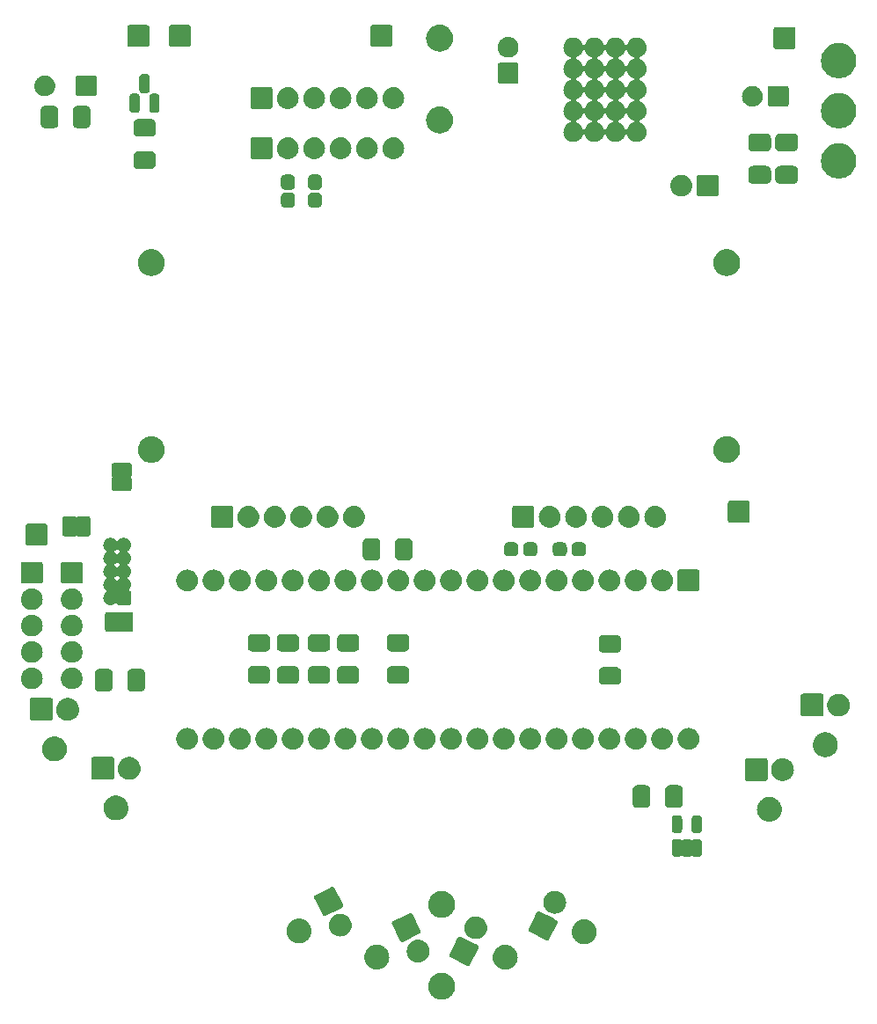
<source format=gbs>
G04 #@! TF.GenerationSoftware,KiCad,Pcbnew,7.0.8*
G04 #@! TF.CreationDate,2024-08-07T19:44:42-07:00*
G04 #@! TF.ProjectId,bloo,626c6f6f-2e6b-4696-9361-645f70636258,rev?*
G04 #@! TF.SameCoordinates,Original*
G04 #@! TF.FileFunction,Soldermask,Bot*
G04 #@! TF.FilePolarity,Negative*
%FSLAX46Y46*%
G04 Gerber Fmt 4.6, Leading zero omitted, Abs format (unit mm)*
G04 Created by KiCad (PCBNEW 7.0.8) date 2024-08-07 19:44:42*
%MOMM*%
%LPD*%
G01*
G04 APERTURE LIST*
G04 APERTURE END LIST*
G36*
X207055630Y-190151867D02*
G01*
X207107318Y-190151867D01*
X207164284Y-190161373D01*
X207225743Y-190166750D01*
X207274009Y-190179682D01*
X207319026Y-190187195D01*
X207379419Y-190207927D01*
X207444626Y-190225400D01*
X207484564Y-190244023D01*
X207522032Y-190256886D01*
X207583587Y-190290198D01*
X207650000Y-190321167D01*
X207681268Y-190343061D01*
X207710796Y-190359041D01*
X207770903Y-190405824D01*
X207835624Y-190451142D01*
X207858433Y-190473951D01*
X207880177Y-190490875D01*
X207936033Y-190551551D01*
X207995858Y-190611376D01*
X208010958Y-190632942D01*
X208025543Y-190648785D01*
X208074201Y-190723261D01*
X208125833Y-190797000D01*
X208134450Y-190815480D01*
X208142937Y-190828470D01*
X208181459Y-190916292D01*
X208221600Y-191002374D01*
X208225338Y-191016324D01*
X208229158Y-191025033D01*
X208254736Y-191126039D01*
X208280250Y-191221257D01*
X208280989Y-191229711D01*
X208281847Y-191233097D01*
X208291891Y-191354321D01*
X208300000Y-191447000D01*
X208291890Y-191539686D01*
X208281847Y-191660902D01*
X208280989Y-191664286D01*
X208280250Y-191672743D01*
X208254731Y-191767977D01*
X208229158Y-191868966D01*
X208225338Y-191877673D01*
X208221600Y-191891626D01*
X208181452Y-191977723D01*
X208142937Y-192065529D01*
X208134452Y-192078515D01*
X208125833Y-192097000D01*
X208074191Y-192170751D01*
X208025543Y-192245214D01*
X208010961Y-192261053D01*
X207995858Y-192282624D01*
X207936021Y-192342460D01*
X207880177Y-192403124D01*
X207858437Y-192420044D01*
X207835624Y-192442858D01*
X207770890Y-192488184D01*
X207710796Y-192534958D01*
X207681274Y-192550934D01*
X207650000Y-192572833D01*
X207583573Y-192603807D01*
X207522032Y-192637113D01*
X207484573Y-192649972D01*
X207444626Y-192668600D01*
X207379406Y-192686075D01*
X207319026Y-192706804D01*
X207274016Y-192714314D01*
X207225743Y-192727250D01*
X207164280Y-192732627D01*
X207107318Y-192742133D01*
X207055630Y-192742133D01*
X207000000Y-192747000D01*
X206944370Y-192742133D01*
X206892682Y-192742133D01*
X206835718Y-192732627D01*
X206774257Y-192727250D01*
X206725984Y-192714315D01*
X206680973Y-192706804D01*
X206620588Y-192686074D01*
X206555374Y-192668600D01*
X206515429Y-192649973D01*
X206477967Y-192637113D01*
X206416418Y-192603804D01*
X206350000Y-192572833D01*
X206318728Y-192550936D01*
X206289203Y-192534958D01*
X206229099Y-192488177D01*
X206164376Y-192442858D01*
X206141565Y-192420047D01*
X206119822Y-192403124D01*
X206063965Y-192342447D01*
X206004142Y-192282624D01*
X205989041Y-192261057D01*
X205974456Y-192245214D01*
X205925793Y-192170730D01*
X205874167Y-192097000D01*
X205865550Y-192078521D01*
X205857062Y-192065529D01*
X205818530Y-191977687D01*
X205778400Y-191891626D01*
X205774662Y-191877678D01*
X205770841Y-191868966D01*
X205745250Y-191767909D01*
X205719750Y-191672743D01*
X205719010Y-191664293D01*
X205718152Y-191660902D01*
X205708090Y-191539470D01*
X205700000Y-191447000D01*
X205708089Y-191354537D01*
X205718152Y-191233097D01*
X205719010Y-191229705D01*
X205719750Y-191221257D01*
X205745245Y-191126107D01*
X205770841Y-191025033D01*
X205774663Y-191016318D01*
X205778400Y-191002374D01*
X205818523Y-190916328D01*
X205857062Y-190828470D01*
X205865551Y-190815475D01*
X205874167Y-190797000D01*
X205925783Y-190723283D01*
X205974456Y-190648785D01*
X205989044Y-190632937D01*
X206004142Y-190611376D01*
X206063953Y-190551564D01*
X206119822Y-190490875D01*
X206141570Y-190473947D01*
X206164376Y-190451142D01*
X206229086Y-190405831D01*
X206289203Y-190359041D01*
X206318735Y-190343058D01*
X206350000Y-190321167D01*
X206416405Y-190290201D01*
X206477967Y-190256886D01*
X206515437Y-190244022D01*
X206555374Y-190225400D01*
X206620575Y-190207929D01*
X206680973Y-190187195D01*
X206725992Y-190179682D01*
X206774257Y-190166750D01*
X206835715Y-190161373D01*
X206892682Y-190151867D01*
X206944370Y-190151867D01*
X207000000Y-190147000D01*
X207055630Y-190151867D01*
G37*
G36*
X213170582Y-187464784D02*
G01*
X213228245Y-187464784D01*
X213278975Y-187474267D01*
X213325815Y-187478365D01*
X213383305Y-187493769D01*
X213445919Y-187505474D01*
X213488385Y-187521925D01*
X213527782Y-187532482D01*
X213587429Y-187560295D01*
X213652409Y-187585469D01*
X213685945Y-187606234D01*
X213717286Y-187620848D01*
X213776400Y-187662241D01*
X213840685Y-187702044D01*
X213865328Y-187724509D01*
X213888559Y-187740776D01*
X213944126Y-187796343D01*
X214004334Y-187851230D01*
X214020746Y-187872963D01*
X214036413Y-187888630D01*
X214085283Y-187958424D01*
X214137784Y-188027946D01*
X214147189Y-188046835D01*
X214156337Y-188059899D01*
X214195289Y-188143432D01*
X214236490Y-188226175D01*
X214240586Y-188240572D01*
X214244705Y-188249405D01*
X214270661Y-188346274D01*
X214297091Y-188439166D01*
X214297904Y-188447949D01*
X214298822Y-188451372D01*
X214308964Y-188567301D01*
X214317523Y-188659665D01*
X214308963Y-188752035D01*
X214298822Y-188867957D01*
X214297905Y-188871379D01*
X214297091Y-188880164D01*
X214270656Y-188973072D01*
X214244705Y-189069924D01*
X214240587Y-189078754D01*
X214236490Y-189093155D01*
X214195291Y-189175893D01*
X214156339Y-189259428D01*
X214147190Y-189272493D01*
X214137784Y-189291384D01*
X214085272Y-189360920D01*
X214036411Y-189430701D01*
X214020749Y-189446362D01*
X214004334Y-189468100D01*
X213944115Y-189522996D01*
X213888559Y-189578553D01*
X213865333Y-189594815D01*
X213840685Y-189617286D01*
X213776388Y-189657096D01*
X213717286Y-189698481D01*
X213685952Y-189713091D01*
X213652409Y-189733861D01*
X213587416Y-189759039D01*
X213527782Y-189786847D01*
X213488394Y-189797400D01*
X213445919Y-189813856D01*
X213383293Y-189825562D01*
X213325815Y-189840964D01*
X213278985Y-189845060D01*
X213228245Y-189854546D01*
X213170570Y-189854546D01*
X213117523Y-189859187D01*
X213064475Y-189854546D01*
X213006801Y-189854546D01*
X212956060Y-189845061D01*
X212909230Y-189840964D01*
X212851749Y-189825561D01*
X212789127Y-189813856D01*
X212746654Y-189797401D01*
X212707263Y-189786847D01*
X212647623Y-189759037D01*
X212582637Y-189733861D01*
X212549096Y-189713093D01*
X212517759Y-189698481D01*
X212458648Y-189657091D01*
X212394361Y-189617286D01*
X212369715Y-189594818D01*
X212346486Y-189578553D01*
X212290919Y-189522986D01*
X212230712Y-189468100D01*
X212214299Y-189446366D01*
X212198634Y-189430701D01*
X212149759Y-189360901D01*
X212097262Y-189291384D01*
X212087858Y-189272498D01*
X212078706Y-189259428D01*
X212039738Y-189175861D01*
X211998556Y-189093155D01*
X211994460Y-189078760D01*
X211990340Y-189069924D01*
X211964372Y-188973011D01*
X211937955Y-188880164D01*
X211937141Y-188871384D01*
X211936223Y-188867957D01*
X211926064Y-188751842D01*
X211917523Y-188659665D01*
X211926063Y-188567494D01*
X211936223Y-188451372D01*
X211937141Y-188447943D01*
X211937955Y-188439166D01*
X211964367Y-188346334D01*
X211990340Y-188249405D01*
X211994460Y-188240567D01*
X211998556Y-188226175D01*
X212039740Y-188143464D01*
X212078708Y-188059899D01*
X212087858Y-188046830D01*
X212097262Y-188027946D01*
X212149748Y-187958442D01*
X212198632Y-187888630D01*
X212214302Y-187872959D01*
X212230712Y-187851230D01*
X212290907Y-187796354D01*
X212346488Y-187740774D01*
X212369722Y-187724505D01*
X212394361Y-187702044D01*
X212458638Y-187662245D01*
X212517757Y-187620850D01*
X212549097Y-187606235D01*
X212582637Y-187585469D01*
X212647615Y-187560296D01*
X212707263Y-187532482D01*
X212746662Y-187521924D01*
X212789127Y-187505474D01*
X212851736Y-187493770D01*
X212909230Y-187478365D01*
X212956070Y-187474267D01*
X213006801Y-187464784D01*
X213064464Y-187464784D01*
X213117523Y-187460142D01*
X213170582Y-187464784D01*
G37*
G36*
X200810030Y-187441699D02*
G01*
X200867693Y-187441699D01*
X200918423Y-187451182D01*
X200965263Y-187455280D01*
X201022753Y-187470684D01*
X201085367Y-187482389D01*
X201127833Y-187498840D01*
X201167230Y-187509397D01*
X201226877Y-187537210D01*
X201291857Y-187562384D01*
X201325393Y-187583149D01*
X201356734Y-187597763D01*
X201415848Y-187639156D01*
X201480133Y-187678959D01*
X201504776Y-187701424D01*
X201528007Y-187717691D01*
X201583574Y-187773258D01*
X201643782Y-187828145D01*
X201660194Y-187849878D01*
X201675861Y-187865545D01*
X201724731Y-187935339D01*
X201777232Y-188004861D01*
X201786637Y-188023750D01*
X201795785Y-188036814D01*
X201834737Y-188120347D01*
X201875938Y-188203090D01*
X201880034Y-188217487D01*
X201884153Y-188226320D01*
X201910109Y-188323189D01*
X201936539Y-188416081D01*
X201937352Y-188424864D01*
X201938270Y-188428287D01*
X201948412Y-188544216D01*
X201956971Y-188636580D01*
X201948411Y-188728950D01*
X201938270Y-188844872D01*
X201937353Y-188848294D01*
X201936539Y-188857079D01*
X201910104Y-188949987D01*
X201884153Y-189046839D01*
X201880035Y-189055669D01*
X201875938Y-189070070D01*
X201834739Y-189152808D01*
X201795787Y-189236343D01*
X201786638Y-189249408D01*
X201777232Y-189268299D01*
X201724720Y-189337835D01*
X201675859Y-189407616D01*
X201660197Y-189423277D01*
X201643782Y-189445015D01*
X201583563Y-189499911D01*
X201528007Y-189555468D01*
X201504781Y-189571730D01*
X201480133Y-189594201D01*
X201415836Y-189634011D01*
X201356734Y-189675396D01*
X201325400Y-189690006D01*
X201291857Y-189710776D01*
X201226864Y-189735954D01*
X201167230Y-189763762D01*
X201127842Y-189774315D01*
X201085367Y-189790771D01*
X201022741Y-189802477D01*
X200965263Y-189817879D01*
X200918433Y-189821975D01*
X200867693Y-189831461D01*
X200810018Y-189831461D01*
X200756971Y-189836102D01*
X200703923Y-189831461D01*
X200646249Y-189831461D01*
X200595508Y-189821976D01*
X200548678Y-189817879D01*
X200491197Y-189802476D01*
X200428575Y-189790771D01*
X200386102Y-189774316D01*
X200346711Y-189763762D01*
X200287071Y-189735952D01*
X200222085Y-189710776D01*
X200188544Y-189690008D01*
X200157207Y-189675396D01*
X200098096Y-189634006D01*
X200033809Y-189594201D01*
X200009163Y-189571733D01*
X199985934Y-189555468D01*
X199930367Y-189499901D01*
X199870160Y-189445015D01*
X199853747Y-189423281D01*
X199838082Y-189407616D01*
X199789207Y-189337816D01*
X199736710Y-189268299D01*
X199727306Y-189249413D01*
X199718154Y-189236343D01*
X199679186Y-189152776D01*
X199638004Y-189070070D01*
X199633908Y-189055675D01*
X199629788Y-189046839D01*
X199603820Y-188949926D01*
X199577403Y-188857079D01*
X199576589Y-188848299D01*
X199575671Y-188844872D01*
X199565512Y-188728757D01*
X199556971Y-188636580D01*
X199565511Y-188544409D01*
X199575671Y-188428287D01*
X199576589Y-188424858D01*
X199577403Y-188416081D01*
X199603815Y-188323249D01*
X199629788Y-188226320D01*
X199633908Y-188217482D01*
X199638004Y-188203090D01*
X199679188Y-188120379D01*
X199718156Y-188036814D01*
X199727306Y-188023745D01*
X199736710Y-188004861D01*
X199789196Y-187935357D01*
X199838080Y-187865545D01*
X199853750Y-187849874D01*
X199870160Y-187828145D01*
X199930355Y-187773269D01*
X199985936Y-187717689D01*
X200009170Y-187701420D01*
X200033809Y-187678959D01*
X200098086Y-187639160D01*
X200157205Y-187597765D01*
X200188545Y-187583150D01*
X200222085Y-187562384D01*
X200287063Y-187537211D01*
X200346711Y-187509397D01*
X200386110Y-187498839D01*
X200428575Y-187482389D01*
X200491184Y-187470685D01*
X200548678Y-187455280D01*
X200595518Y-187451182D01*
X200646249Y-187441699D01*
X200703912Y-187441699D01*
X200756971Y-187437057D01*
X200810030Y-187441699D01*
G37*
G36*
X208770506Y-186694938D02*
G01*
X208779576Y-186695176D01*
X208810744Y-186705908D01*
X208826529Y-186710212D01*
X210041845Y-187316146D01*
X210430075Y-187509710D01*
X210430077Y-187509711D01*
X210437411Y-187513368D01*
X210450342Y-187523380D01*
X210477674Y-187541816D01*
X210483321Y-187548915D01*
X210499113Y-187561143D01*
X210514595Y-187588232D01*
X210522241Y-187597844D01*
X210525279Y-187606926D01*
X210537835Y-187628894D01*
X210541028Y-187653996D01*
X210544067Y-187663077D01*
X210543745Y-187675350D01*
X210547684Y-187706306D01*
X210542430Y-187725576D01*
X210542193Y-187734642D01*
X210531465Y-187765796D01*
X210527158Y-187781595D01*
X209724002Y-189392477D01*
X209713981Y-189405418D01*
X209695553Y-189432740D01*
X209688455Y-189438385D01*
X209676227Y-189454179D01*
X209649134Y-189469663D01*
X209639525Y-189477307D01*
X209630444Y-189480345D01*
X209608476Y-189492901D01*
X209583372Y-189496094D01*
X209574292Y-189499133D01*
X209562019Y-189498811D01*
X209531064Y-189502750D01*
X209511793Y-189497496D01*
X209502727Y-189497259D01*
X209471568Y-189486529D01*
X209455775Y-189482224D01*
X207844893Y-188679068D01*
X207831958Y-188669053D01*
X207804629Y-188650619D01*
X207798981Y-188643519D01*
X207783191Y-188631293D01*
X207767709Y-188604204D01*
X207760062Y-188594591D01*
X207757022Y-188585506D01*
X207744469Y-188563542D01*
X207741275Y-188538442D01*
X207738236Y-188529358D01*
X207738557Y-188517078D01*
X207734620Y-188486130D01*
X207739872Y-188466864D01*
X207740110Y-188457793D01*
X207750844Y-188426620D01*
X207755146Y-188410841D01*
X208188426Y-187541816D01*
X208554644Y-186807294D01*
X208554647Y-186807288D01*
X208558302Y-186799959D01*
X208568309Y-186787034D01*
X208586750Y-186759695D01*
X208593851Y-186754045D01*
X208606077Y-186738257D01*
X208633161Y-186722777D01*
X208642778Y-186715128D01*
X208651864Y-186712087D01*
X208673828Y-186699535D01*
X208698925Y-186696341D01*
X208708011Y-186693302D01*
X208720291Y-186693623D01*
X208751240Y-186689686D01*
X208770506Y-186694938D01*
G37*
G36*
X204781522Y-186977825D02*
G01*
X204834837Y-186977825D01*
X204881735Y-186986592D01*
X204924269Y-186990313D01*
X204976480Y-187004303D01*
X205034371Y-187015125D01*
X205073635Y-187030336D01*
X205109403Y-187039920D01*
X205163543Y-187065166D01*
X205223654Y-187088453D01*
X205254683Y-187107665D01*
X205283103Y-187120918D01*
X205336717Y-187158459D01*
X205396240Y-187195314D01*
X205419053Y-187216111D01*
X205440097Y-187230846D01*
X205490435Y-187281184D01*
X205546252Y-187332068D01*
X205561467Y-187352216D01*
X205575628Y-187366377D01*
X205619796Y-187429456D01*
X205668581Y-187494058D01*
X205677322Y-187511612D01*
X205685556Y-187523372D01*
X205720624Y-187598575D01*
X205759061Y-187675767D01*
X205762881Y-187689196D01*
X205766554Y-187697071D01*
X205789699Y-187783452D01*
X205814612Y-187871009D01*
X205815379Y-187879286D01*
X205816161Y-187882205D01*
X205824795Y-187980902D01*
X205833342Y-188073133D01*
X205824794Y-188165371D01*
X205816161Y-188264060D01*
X205815379Y-188266977D01*
X205814612Y-188275257D01*
X205789695Y-188362830D01*
X205766554Y-188449194D01*
X205762882Y-188457067D01*
X205759061Y-188470499D01*
X205720620Y-188547697D01*
X205685556Y-188622894D01*
X205677322Y-188634652D01*
X205668581Y-188652208D01*
X205619790Y-188716816D01*
X205575628Y-188779888D01*
X205561470Y-188794045D01*
X205546252Y-188814198D01*
X205490424Y-188865091D01*
X205440097Y-188915419D01*
X205419058Y-188930150D01*
X205396240Y-188950952D01*
X205336705Y-188987814D01*
X205283103Y-189025347D01*
X205254690Y-189038596D01*
X205223654Y-189057813D01*
X205163531Y-189081104D01*
X205109403Y-189106345D01*
X205073643Y-189115926D01*
X205034371Y-189131141D01*
X204976468Y-189141965D01*
X204924269Y-189155952D01*
X204881745Y-189159672D01*
X204834837Y-189168441D01*
X204781511Y-189168441D01*
X204733342Y-189172655D01*
X204685173Y-189168441D01*
X204631847Y-189168441D01*
X204584938Y-189159672D01*
X204542414Y-189155952D01*
X204490212Y-189141964D01*
X204432313Y-189131141D01*
X204393042Y-189115927D01*
X204357280Y-189106345D01*
X204303146Y-189081102D01*
X204243030Y-189057813D01*
X204211996Y-189038598D01*
X204183580Y-189025347D01*
X204129970Y-188987809D01*
X204070444Y-188950952D01*
X204047629Y-188930153D01*
X204026586Y-188915419D01*
X203976248Y-188865081D01*
X203920432Y-188814198D01*
X203905216Y-188794049D01*
X203891055Y-188779888D01*
X203846879Y-188716798D01*
X203798103Y-188652208D01*
X203789364Y-188634657D01*
X203781127Y-188622894D01*
X203746047Y-188547665D01*
X203707623Y-188470499D01*
X203703802Y-188457072D01*
X203700129Y-188449194D01*
X203676971Y-188362769D01*
X203652072Y-188275257D01*
X203651305Y-188266983D01*
X203650522Y-188264060D01*
X203641871Y-188165179D01*
X203633342Y-188073133D01*
X203641870Y-187981095D01*
X203650522Y-187882205D01*
X203651305Y-187879281D01*
X203652072Y-187871009D01*
X203676966Y-187783512D01*
X203700129Y-187697071D01*
X203703803Y-187689190D01*
X203707623Y-187675767D01*
X203746044Y-187598606D01*
X203781127Y-187523372D01*
X203789364Y-187511607D01*
X203798103Y-187494058D01*
X203846873Y-187429475D01*
X203891055Y-187366377D01*
X203905219Y-187352212D01*
X203920432Y-187332068D01*
X203976236Y-187281195D01*
X204026586Y-187230846D01*
X204047633Y-187216108D01*
X204070444Y-187195314D01*
X204129963Y-187158460D01*
X204183581Y-187120918D01*
X204212000Y-187107665D01*
X204243030Y-187088453D01*
X204303136Y-187065167D01*
X204357280Y-187039920D01*
X204393050Y-187030335D01*
X204432313Y-187015125D01*
X204490199Y-187004303D01*
X204542414Y-186990313D01*
X204584949Y-186986591D01*
X204631847Y-186977825D01*
X204685161Y-186977825D01*
X204733342Y-186973610D01*
X204781522Y-186977825D01*
G37*
G36*
X220775430Y-185016166D02*
G01*
X220833093Y-185016166D01*
X220883823Y-185025649D01*
X220930663Y-185029747D01*
X220988153Y-185045151D01*
X221050767Y-185056856D01*
X221093233Y-185073307D01*
X221132630Y-185083864D01*
X221192277Y-185111677D01*
X221257257Y-185136851D01*
X221290793Y-185157616D01*
X221322134Y-185172230D01*
X221381248Y-185213623D01*
X221445533Y-185253426D01*
X221470176Y-185275891D01*
X221493407Y-185292158D01*
X221548974Y-185347725D01*
X221609182Y-185402612D01*
X221625594Y-185424345D01*
X221641261Y-185440012D01*
X221690131Y-185509806D01*
X221742632Y-185579328D01*
X221752037Y-185598217D01*
X221761185Y-185611281D01*
X221800137Y-185694814D01*
X221841338Y-185777557D01*
X221845434Y-185791954D01*
X221849553Y-185800787D01*
X221875509Y-185897656D01*
X221901939Y-185990548D01*
X221902752Y-185999331D01*
X221903670Y-186002754D01*
X221913812Y-186118683D01*
X221922371Y-186211047D01*
X221913811Y-186303417D01*
X221903670Y-186419339D01*
X221902753Y-186422761D01*
X221901939Y-186431546D01*
X221875504Y-186524454D01*
X221849553Y-186621306D01*
X221845435Y-186630136D01*
X221841338Y-186644537D01*
X221800139Y-186727275D01*
X221761187Y-186810810D01*
X221752038Y-186823875D01*
X221742632Y-186842766D01*
X221690120Y-186912302D01*
X221641259Y-186982083D01*
X221625597Y-186997744D01*
X221609182Y-187019482D01*
X221548963Y-187074378D01*
X221493407Y-187129935D01*
X221470181Y-187146197D01*
X221445533Y-187168668D01*
X221381236Y-187208478D01*
X221322134Y-187249863D01*
X221290800Y-187264473D01*
X221257257Y-187285243D01*
X221192264Y-187310421D01*
X221132630Y-187338229D01*
X221093242Y-187348782D01*
X221050767Y-187365238D01*
X220988141Y-187376944D01*
X220930663Y-187392346D01*
X220883833Y-187396442D01*
X220833093Y-187405928D01*
X220775418Y-187405928D01*
X220722371Y-187410569D01*
X220669323Y-187405928D01*
X220611649Y-187405928D01*
X220560908Y-187396443D01*
X220514078Y-187392346D01*
X220456597Y-187376943D01*
X220393975Y-187365238D01*
X220351502Y-187348783D01*
X220312111Y-187338229D01*
X220252471Y-187310419D01*
X220187485Y-187285243D01*
X220153944Y-187264475D01*
X220122607Y-187249863D01*
X220063496Y-187208473D01*
X219999209Y-187168668D01*
X219974563Y-187146200D01*
X219951334Y-187129935D01*
X219895767Y-187074368D01*
X219835560Y-187019482D01*
X219819147Y-186997748D01*
X219803482Y-186982083D01*
X219754607Y-186912283D01*
X219702110Y-186842766D01*
X219692706Y-186823880D01*
X219683554Y-186810810D01*
X219644586Y-186727243D01*
X219603404Y-186644537D01*
X219599308Y-186630142D01*
X219595188Y-186621306D01*
X219569220Y-186524393D01*
X219542803Y-186431546D01*
X219541989Y-186422766D01*
X219541071Y-186419339D01*
X219530912Y-186303224D01*
X219522371Y-186211047D01*
X219530911Y-186118876D01*
X219541071Y-186002754D01*
X219541989Y-185999325D01*
X219542803Y-185990548D01*
X219569215Y-185897716D01*
X219595188Y-185800787D01*
X219599308Y-185791949D01*
X219603404Y-185777557D01*
X219644588Y-185694846D01*
X219683556Y-185611281D01*
X219692706Y-185598212D01*
X219702110Y-185579328D01*
X219754596Y-185509824D01*
X219803480Y-185440012D01*
X219819150Y-185424341D01*
X219835560Y-185402612D01*
X219895755Y-185347736D01*
X219951336Y-185292156D01*
X219974570Y-185275887D01*
X219999209Y-185253426D01*
X220063486Y-185213627D01*
X220122605Y-185172232D01*
X220153945Y-185157617D01*
X220187485Y-185136851D01*
X220252463Y-185111678D01*
X220312111Y-185083864D01*
X220351510Y-185073306D01*
X220393975Y-185056856D01*
X220456584Y-185045152D01*
X220514078Y-185029747D01*
X220560918Y-185025649D01*
X220611649Y-185016166D01*
X220669312Y-185016166D01*
X220722371Y-185011524D01*
X220775430Y-185016166D01*
G37*
G36*
X193315488Y-184939966D02*
G01*
X193373151Y-184939966D01*
X193423881Y-184949449D01*
X193470721Y-184953547D01*
X193528211Y-184968951D01*
X193590825Y-184980656D01*
X193633291Y-184997107D01*
X193672688Y-185007664D01*
X193732335Y-185035477D01*
X193797315Y-185060651D01*
X193830851Y-185081416D01*
X193862192Y-185096030D01*
X193921306Y-185137423D01*
X193985591Y-185177226D01*
X194010234Y-185199691D01*
X194033465Y-185215958D01*
X194089032Y-185271525D01*
X194149240Y-185326412D01*
X194165652Y-185348145D01*
X194181319Y-185363812D01*
X194230189Y-185433606D01*
X194282690Y-185503128D01*
X194292095Y-185522017D01*
X194301243Y-185535081D01*
X194340195Y-185618614D01*
X194381396Y-185701357D01*
X194385492Y-185715754D01*
X194389611Y-185724587D01*
X194415567Y-185821456D01*
X194441997Y-185914348D01*
X194442810Y-185923131D01*
X194443728Y-185926554D01*
X194453870Y-186042483D01*
X194462429Y-186134847D01*
X194453869Y-186227217D01*
X194443728Y-186343139D01*
X194442811Y-186346561D01*
X194441997Y-186355346D01*
X194415562Y-186448254D01*
X194389611Y-186545106D01*
X194385493Y-186553936D01*
X194381396Y-186568337D01*
X194340197Y-186651075D01*
X194301245Y-186734610D01*
X194292096Y-186747675D01*
X194282690Y-186766566D01*
X194230178Y-186836102D01*
X194181317Y-186905883D01*
X194165655Y-186921544D01*
X194149240Y-186943282D01*
X194089021Y-186998178D01*
X194033465Y-187053735D01*
X194010239Y-187069997D01*
X193985591Y-187092468D01*
X193921294Y-187132278D01*
X193862192Y-187173663D01*
X193830858Y-187188273D01*
X193797315Y-187209043D01*
X193732322Y-187234221D01*
X193672688Y-187262029D01*
X193633300Y-187272582D01*
X193590825Y-187289038D01*
X193528199Y-187300744D01*
X193470721Y-187316146D01*
X193423891Y-187320242D01*
X193373151Y-187329728D01*
X193315476Y-187329728D01*
X193262429Y-187334369D01*
X193209381Y-187329728D01*
X193151707Y-187329728D01*
X193100966Y-187320243D01*
X193054136Y-187316146D01*
X192996655Y-187300743D01*
X192934033Y-187289038D01*
X192891560Y-187272583D01*
X192852169Y-187262029D01*
X192792529Y-187234219D01*
X192727543Y-187209043D01*
X192694002Y-187188275D01*
X192662665Y-187173663D01*
X192603554Y-187132273D01*
X192539267Y-187092468D01*
X192514621Y-187070000D01*
X192491392Y-187053735D01*
X192435825Y-186998168D01*
X192375618Y-186943282D01*
X192359205Y-186921548D01*
X192343540Y-186905883D01*
X192294665Y-186836083D01*
X192242168Y-186766566D01*
X192232764Y-186747680D01*
X192223612Y-186734610D01*
X192184644Y-186651043D01*
X192143462Y-186568337D01*
X192139366Y-186553942D01*
X192135246Y-186545106D01*
X192109278Y-186448193D01*
X192082861Y-186355346D01*
X192082047Y-186346566D01*
X192081129Y-186343139D01*
X192070970Y-186227024D01*
X192062429Y-186134847D01*
X192070969Y-186042676D01*
X192081129Y-185926554D01*
X192082047Y-185923125D01*
X192082861Y-185914348D01*
X192109273Y-185821516D01*
X192135246Y-185724587D01*
X192139366Y-185715749D01*
X192143462Y-185701357D01*
X192184646Y-185618646D01*
X192223614Y-185535081D01*
X192232764Y-185522012D01*
X192242168Y-185503128D01*
X192294654Y-185433624D01*
X192343538Y-185363812D01*
X192359208Y-185348141D01*
X192375618Y-185326412D01*
X192435813Y-185271536D01*
X192491394Y-185215956D01*
X192514628Y-185199687D01*
X192539267Y-185177226D01*
X192603544Y-185137427D01*
X192662663Y-185096032D01*
X192694003Y-185081417D01*
X192727543Y-185060651D01*
X192792521Y-185035478D01*
X192852169Y-185007664D01*
X192891568Y-184997106D01*
X192934033Y-184980656D01*
X192996642Y-184968952D01*
X193054136Y-184953547D01*
X193100976Y-184949449D01*
X193151707Y-184939966D01*
X193209370Y-184939966D01*
X193262429Y-184935324D01*
X193315488Y-184939966D01*
G37*
G36*
X204020860Y-184397405D02*
G01*
X204033140Y-184397084D01*
X204042224Y-184400123D01*
X204067324Y-184403317D01*
X204089288Y-184415870D01*
X204098373Y-184418910D01*
X204107986Y-184426556D01*
X204135075Y-184442039D01*
X204147302Y-184457830D01*
X204154402Y-184463478D01*
X204172829Y-184490798D01*
X204182850Y-184503741D01*
X204986006Y-186114623D01*
X204990309Y-186130408D01*
X205001041Y-186161575D01*
X205001278Y-186170641D01*
X205006532Y-186189912D01*
X205002593Y-186220867D01*
X205002915Y-186233140D01*
X204999876Y-186242220D01*
X204996683Y-186267324D01*
X204984127Y-186289292D01*
X204981089Y-186298373D01*
X204973445Y-186307981D01*
X204957961Y-186335075D01*
X204942167Y-186347304D01*
X204936521Y-186354402D01*
X204909207Y-186372823D01*
X204896259Y-186382850D01*
X203285377Y-187186006D01*
X203269586Y-187190310D01*
X203238424Y-187201041D01*
X203229358Y-187201278D01*
X203210088Y-187206532D01*
X203179132Y-187202593D01*
X203166859Y-187202915D01*
X203157778Y-187199876D01*
X203132676Y-187196683D01*
X203110708Y-187184127D01*
X203101626Y-187181089D01*
X203092014Y-187173443D01*
X203064925Y-187157961D01*
X203052697Y-187142169D01*
X203045597Y-187136521D01*
X203027168Y-187109197D01*
X203017150Y-187096259D01*
X202213994Y-185485377D01*
X202209692Y-185469600D01*
X202198958Y-185438424D01*
X202198720Y-185429354D01*
X202193468Y-185410088D01*
X202197405Y-185379139D01*
X202197084Y-185366859D01*
X202200123Y-185357773D01*
X202203317Y-185332676D01*
X202215869Y-185310712D01*
X202218910Y-185301626D01*
X202226559Y-185292009D01*
X202242039Y-185264925D01*
X202257828Y-185252699D01*
X202263478Y-185245597D01*
X202290808Y-185227163D01*
X202303741Y-185217150D01*
X203568188Y-184586720D01*
X203907289Y-184417650D01*
X203907292Y-184417648D01*
X203914623Y-184413994D01*
X203930394Y-184409694D01*
X203961575Y-184398958D01*
X203970646Y-184398720D01*
X203989912Y-184393468D01*
X204020860Y-184397405D01*
G37*
G36*
X216375354Y-184246320D02*
G01*
X216384424Y-184246558D01*
X216415592Y-184257290D01*
X216431377Y-184261594D01*
X217640908Y-184864644D01*
X218034923Y-185061092D01*
X218034925Y-185061093D01*
X218042259Y-185064750D01*
X218055190Y-185074762D01*
X218082522Y-185093198D01*
X218088169Y-185100297D01*
X218103961Y-185112525D01*
X218119443Y-185139614D01*
X218127089Y-185149226D01*
X218130127Y-185158308D01*
X218142683Y-185180276D01*
X218145876Y-185205378D01*
X218148915Y-185214459D01*
X218148593Y-185226732D01*
X218152532Y-185257688D01*
X218147278Y-185276958D01*
X218147041Y-185286024D01*
X218136313Y-185317178D01*
X218132006Y-185332977D01*
X217328850Y-186943859D01*
X217318829Y-186956800D01*
X217300401Y-186984122D01*
X217293303Y-186989767D01*
X217281075Y-187005561D01*
X217253982Y-187021045D01*
X217244373Y-187028689D01*
X217235292Y-187031727D01*
X217213324Y-187044283D01*
X217188220Y-187047476D01*
X217179140Y-187050515D01*
X217166867Y-187050193D01*
X217135912Y-187054132D01*
X217116641Y-187048878D01*
X217107575Y-187048641D01*
X217076416Y-187037911D01*
X217060623Y-187033606D01*
X215449741Y-186230450D01*
X215436806Y-186220435D01*
X215409477Y-186202001D01*
X215403829Y-186194901D01*
X215388039Y-186182675D01*
X215372557Y-186155586D01*
X215364910Y-186145973D01*
X215361870Y-186136888D01*
X215349317Y-186114924D01*
X215346123Y-186089824D01*
X215343084Y-186080740D01*
X215343405Y-186068460D01*
X215339468Y-186037512D01*
X215344720Y-186018246D01*
X215344958Y-186009175D01*
X215355692Y-185978002D01*
X215359994Y-185962223D01*
X215793274Y-185093198D01*
X216159492Y-184358676D01*
X216159495Y-184358670D01*
X216163150Y-184351341D01*
X216173157Y-184338416D01*
X216191598Y-184311077D01*
X216198699Y-184305427D01*
X216210925Y-184289639D01*
X216238009Y-184274159D01*
X216247626Y-184266510D01*
X216256712Y-184263469D01*
X216278676Y-184250917D01*
X216303773Y-184247723D01*
X216312859Y-184244684D01*
X216325139Y-184245005D01*
X216356088Y-184241068D01*
X216375354Y-184246320D01*
G37*
G36*
X210322674Y-184727777D02*
G01*
X210375989Y-184727777D01*
X210422887Y-184736544D01*
X210465421Y-184740265D01*
X210517632Y-184754255D01*
X210575523Y-184765077D01*
X210614787Y-184780288D01*
X210650555Y-184789872D01*
X210704695Y-184815118D01*
X210764806Y-184838405D01*
X210795835Y-184857617D01*
X210824255Y-184870870D01*
X210877869Y-184908411D01*
X210937392Y-184945266D01*
X210960205Y-184966063D01*
X210981249Y-184980798D01*
X211031587Y-185031136D01*
X211087404Y-185082020D01*
X211102619Y-185102168D01*
X211116780Y-185116329D01*
X211160948Y-185179408D01*
X211209733Y-185244010D01*
X211218474Y-185261564D01*
X211226708Y-185273324D01*
X211261776Y-185348527D01*
X211300213Y-185425719D01*
X211304033Y-185439148D01*
X211307706Y-185447023D01*
X211330851Y-185533404D01*
X211355764Y-185620961D01*
X211356531Y-185629238D01*
X211357313Y-185632157D01*
X211365947Y-185730854D01*
X211374494Y-185823085D01*
X211365946Y-185915323D01*
X211357313Y-186014012D01*
X211356531Y-186016929D01*
X211355764Y-186025209D01*
X211330847Y-186112782D01*
X211307706Y-186199146D01*
X211304034Y-186207019D01*
X211300213Y-186220451D01*
X211261772Y-186297649D01*
X211226708Y-186372846D01*
X211218474Y-186384604D01*
X211209733Y-186402160D01*
X211160942Y-186466768D01*
X211116780Y-186529840D01*
X211102622Y-186543997D01*
X211087404Y-186564150D01*
X211031576Y-186615043D01*
X210981249Y-186665371D01*
X210960210Y-186680102D01*
X210937392Y-186700904D01*
X210877857Y-186737766D01*
X210824255Y-186775299D01*
X210795842Y-186788548D01*
X210764806Y-186807765D01*
X210704683Y-186831056D01*
X210650555Y-186856297D01*
X210614795Y-186865878D01*
X210575523Y-186881093D01*
X210517620Y-186891917D01*
X210465421Y-186905904D01*
X210422897Y-186909624D01*
X210375989Y-186918393D01*
X210322663Y-186918393D01*
X210274494Y-186922607D01*
X210226325Y-186918393D01*
X210172999Y-186918393D01*
X210126090Y-186909624D01*
X210083566Y-186905904D01*
X210031364Y-186891916D01*
X209973465Y-186881093D01*
X209934194Y-186865879D01*
X209898432Y-186856297D01*
X209844298Y-186831054D01*
X209784182Y-186807765D01*
X209753148Y-186788550D01*
X209724732Y-186775299D01*
X209671122Y-186737761D01*
X209611596Y-186700904D01*
X209588781Y-186680105D01*
X209567738Y-186665371D01*
X209517400Y-186615033D01*
X209461584Y-186564150D01*
X209446368Y-186544001D01*
X209432207Y-186529840D01*
X209388031Y-186466750D01*
X209339255Y-186402160D01*
X209330516Y-186384609D01*
X209322279Y-186372846D01*
X209287199Y-186297617D01*
X209248775Y-186220451D01*
X209244954Y-186207024D01*
X209241281Y-186199146D01*
X209218123Y-186112721D01*
X209193224Y-186025209D01*
X209192457Y-186016935D01*
X209191674Y-186014012D01*
X209183023Y-185915131D01*
X209174494Y-185823085D01*
X209183022Y-185731047D01*
X209191674Y-185632157D01*
X209192457Y-185629233D01*
X209193224Y-185620961D01*
X209218118Y-185533464D01*
X209241281Y-185447023D01*
X209244955Y-185439142D01*
X209248775Y-185425719D01*
X209287196Y-185348558D01*
X209322279Y-185273324D01*
X209330516Y-185261559D01*
X209339255Y-185244010D01*
X209388025Y-185179427D01*
X209432207Y-185116329D01*
X209446371Y-185102164D01*
X209461584Y-185082020D01*
X209517388Y-185031147D01*
X209567738Y-184980798D01*
X209588785Y-184966060D01*
X209611596Y-184945266D01*
X209671115Y-184908412D01*
X209724733Y-184870870D01*
X209753152Y-184857617D01*
X209784182Y-184838405D01*
X209844288Y-184815119D01*
X209898432Y-184789872D01*
X209934202Y-184780287D01*
X209973465Y-184765077D01*
X210031351Y-184754255D01*
X210083566Y-184740265D01*
X210126101Y-184736543D01*
X210172999Y-184727777D01*
X210226313Y-184727777D01*
X210274494Y-184723562D01*
X210322674Y-184727777D01*
G37*
G36*
X197286980Y-184476092D02*
G01*
X197340295Y-184476092D01*
X197387193Y-184484859D01*
X197429727Y-184488580D01*
X197481938Y-184502570D01*
X197539829Y-184513392D01*
X197579093Y-184528603D01*
X197614861Y-184538187D01*
X197669001Y-184563433D01*
X197729112Y-184586720D01*
X197760141Y-184605932D01*
X197788561Y-184619185D01*
X197842175Y-184656726D01*
X197901698Y-184693581D01*
X197924511Y-184714378D01*
X197945555Y-184729113D01*
X197995893Y-184779451D01*
X198051710Y-184830335D01*
X198066925Y-184850483D01*
X198081086Y-184864644D01*
X198125254Y-184927723D01*
X198174039Y-184992325D01*
X198182780Y-185009879D01*
X198191014Y-185021639D01*
X198226082Y-185096842D01*
X198264519Y-185174034D01*
X198268339Y-185187463D01*
X198272012Y-185195338D01*
X198295157Y-185281719D01*
X198320070Y-185369276D01*
X198320837Y-185377553D01*
X198321619Y-185380472D01*
X198330253Y-185479169D01*
X198338800Y-185571400D01*
X198330252Y-185663638D01*
X198321619Y-185762327D01*
X198320837Y-185765244D01*
X198320070Y-185773524D01*
X198295153Y-185861097D01*
X198272012Y-185947461D01*
X198268340Y-185955334D01*
X198264519Y-185968766D01*
X198226078Y-186045964D01*
X198191014Y-186121161D01*
X198182780Y-186132919D01*
X198174039Y-186150475D01*
X198125248Y-186215083D01*
X198081086Y-186278155D01*
X198066928Y-186292312D01*
X198051710Y-186312465D01*
X197995882Y-186363358D01*
X197945555Y-186413686D01*
X197924516Y-186428417D01*
X197901698Y-186449219D01*
X197842163Y-186486081D01*
X197788561Y-186523614D01*
X197760148Y-186536863D01*
X197729112Y-186556080D01*
X197668989Y-186579371D01*
X197614861Y-186604612D01*
X197579101Y-186614193D01*
X197539829Y-186629408D01*
X197481926Y-186640232D01*
X197429727Y-186654219D01*
X197387203Y-186657939D01*
X197340295Y-186666708D01*
X197286969Y-186666708D01*
X197238800Y-186670922D01*
X197190631Y-186666708D01*
X197137305Y-186666708D01*
X197090396Y-186657939D01*
X197047872Y-186654219D01*
X196995670Y-186640231D01*
X196937771Y-186629408D01*
X196898500Y-186614194D01*
X196862738Y-186604612D01*
X196808604Y-186579369D01*
X196748488Y-186556080D01*
X196717454Y-186536865D01*
X196689038Y-186523614D01*
X196635428Y-186486076D01*
X196575902Y-186449219D01*
X196553087Y-186428420D01*
X196532044Y-186413686D01*
X196481706Y-186363348D01*
X196425890Y-186312465D01*
X196410674Y-186292316D01*
X196396513Y-186278155D01*
X196352337Y-186215065D01*
X196303561Y-186150475D01*
X196294822Y-186132924D01*
X196286585Y-186121161D01*
X196251505Y-186045932D01*
X196213081Y-185968766D01*
X196209260Y-185955339D01*
X196205587Y-185947461D01*
X196182429Y-185861036D01*
X196157530Y-185773524D01*
X196156763Y-185765250D01*
X196155980Y-185762327D01*
X196147329Y-185663446D01*
X196138800Y-185571400D01*
X196147328Y-185479362D01*
X196155980Y-185380472D01*
X196156763Y-185377548D01*
X196157530Y-185369276D01*
X196182424Y-185281779D01*
X196205587Y-185195338D01*
X196209261Y-185187457D01*
X196213081Y-185174034D01*
X196251502Y-185096873D01*
X196286585Y-185021639D01*
X196294822Y-185009874D01*
X196303561Y-184992325D01*
X196352331Y-184927742D01*
X196396513Y-184864644D01*
X196410677Y-184850479D01*
X196425890Y-184830335D01*
X196481694Y-184779462D01*
X196532044Y-184729113D01*
X196553091Y-184714375D01*
X196575902Y-184693581D01*
X196635421Y-184656727D01*
X196689039Y-184619185D01*
X196717458Y-184605932D01*
X196748488Y-184586720D01*
X196808594Y-184563434D01*
X196862738Y-184538187D01*
X196898508Y-184528602D01*
X196937771Y-184513392D01*
X196995657Y-184502570D01*
X197047872Y-184488580D01*
X197090407Y-184484858D01*
X197137305Y-184476092D01*
X197190619Y-184476092D01*
X197238800Y-184471877D01*
X197286980Y-184476092D01*
G37*
G36*
X207055630Y-182277867D02*
G01*
X207107318Y-182277867D01*
X207164284Y-182287373D01*
X207225743Y-182292750D01*
X207274009Y-182305682D01*
X207319026Y-182313195D01*
X207379419Y-182333927D01*
X207444626Y-182351400D01*
X207484564Y-182370023D01*
X207522032Y-182382886D01*
X207583587Y-182416198D01*
X207650000Y-182447167D01*
X207681268Y-182469061D01*
X207710796Y-182485041D01*
X207770903Y-182531824D01*
X207835624Y-182577142D01*
X207858433Y-182599951D01*
X207880177Y-182616875D01*
X207936033Y-182677551D01*
X207995858Y-182737376D01*
X208010958Y-182758942D01*
X208025543Y-182774785D01*
X208074201Y-182849261D01*
X208125833Y-182923000D01*
X208134450Y-182941480D01*
X208142937Y-182954470D01*
X208181459Y-183042292D01*
X208221600Y-183128374D01*
X208225338Y-183142324D01*
X208229158Y-183151033D01*
X208254736Y-183252039D01*
X208280250Y-183347257D01*
X208280989Y-183355711D01*
X208281847Y-183359097D01*
X208291891Y-183480321D01*
X208300000Y-183573000D01*
X208291890Y-183665686D01*
X208281847Y-183786902D01*
X208280989Y-183790286D01*
X208280250Y-183798743D01*
X208254731Y-183893977D01*
X208229158Y-183994966D01*
X208225338Y-184003673D01*
X208221600Y-184017626D01*
X208181452Y-184103723D01*
X208142937Y-184191529D01*
X208134452Y-184204515D01*
X208125833Y-184223000D01*
X208074191Y-184296751D01*
X208025543Y-184371214D01*
X208010961Y-184387053D01*
X207995858Y-184408624D01*
X207936021Y-184468460D01*
X207880177Y-184529124D01*
X207858437Y-184546044D01*
X207835624Y-184568858D01*
X207770890Y-184614184D01*
X207710796Y-184660958D01*
X207681274Y-184676934D01*
X207650000Y-184698833D01*
X207583573Y-184729807D01*
X207522032Y-184763113D01*
X207484573Y-184775972D01*
X207444626Y-184794600D01*
X207379406Y-184812075D01*
X207319026Y-184832804D01*
X207274016Y-184840314D01*
X207225743Y-184853250D01*
X207164280Y-184858627D01*
X207107318Y-184868133D01*
X207055630Y-184868133D01*
X207000000Y-184873000D01*
X206944370Y-184868133D01*
X206892682Y-184868133D01*
X206835718Y-184858627D01*
X206774257Y-184853250D01*
X206725984Y-184840315D01*
X206680973Y-184832804D01*
X206620588Y-184812074D01*
X206555374Y-184794600D01*
X206515429Y-184775973D01*
X206477967Y-184763113D01*
X206416418Y-184729804D01*
X206350000Y-184698833D01*
X206318728Y-184676936D01*
X206289203Y-184660958D01*
X206229099Y-184614177D01*
X206164376Y-184568858D01*
X206141565Y-184546047D01*
X206119822Y-184529124D01*
X206063965Y-184468447D01*
X206004142Y-184408624D01*
X205989041Y-184387057D01*
X205974456Y-184371214D01*
X205925793Y-184296730D01*
X205874167Y-184223000D01*
X205865550Y-184204521D01*
X205857062Y-184191529D01*
X205818530Y-184103687D01*
X205778400Y-184017626D01*
X205774662Y-184003678D01*
X205770841Y-183994966D01*
X205745250Y-183893909D01*
X205719750Y-183798743D01*
X205719010Y-183790293D01*
X205718152Y-183786902D01*
X205708090Y-183665470D01*
X205700000Y-183573000D01*
X205708089Y-183480537D01*
X205718152Y-183359097D01*
X205719010Y-183355705D01*
X205719750Y-183347257D01*
X205745245Y-183252107D01*
X205770841Y-183151033D01*
X205774663Y-183142318D01*
X205778400Y-183128374D01*
X205818523Y-183042328D01*
X205857062Y-182954470D01*
X205865551Y-182941475D01*
X205874167Y-182923000D01*
X205925783Y-182849283D01*
X205974456Y-182774785D01*
X205989044Y-182758937D01*
X206004142Y-182737376D01*
X206063953Y-182677564D01*
X206119822Y-182616875D01*
X206141570Y-182599947D01*
X206164376Y-182577142D01*
X206229086Y-182531831D01*
X206289203Y-182485041D01*
X206318735Y-182469058D01*
X206350000Y-182447167D01*
X206416405Y-182416201D01*
X206477967Y-182382886D01*
X206515437Y-182370022D01*
X206555374Y-182351400D01*
X206620575Y-182333929D01*
X206680973Y-182313195D01*
X206725992Y-182305682D01*
X206774257Y-182292750D01*
X206835715Y-182287373D01*
X206892682Y-182277867D01*
X206944370Y-182277867D01*
X207000000Y-182273000D01*
X207055630Y-182277867D01*
G37*
G36*
X196526318Y-181895672D02*
G01*
X196538598Y-181895351D01*
X196547682Y-181898390D01*
X196572782Y-181901584D01*
X196594746Y-181914137D01*
X196603831Y-181917177D01*
X196613444Y-181924823D01*
X196640533Y-181940306D01*
X196652760Y-181956097D01*
X196659860Y-181961745D01*
X196678287Y-181989065D01*
X196688308Y-182002008D01*
X197491464Y-183612890D01*
X197495767Y-183628675D01*
X197506499Y-183659842D01*
X197506736Y-183668908D01*
X197511990Y-183688179D01*
X197508051Y-183719134D01*
X197508373Y-183731407D01*
X197505334Y-183740487D01*
X197502141Y-183765591D01*
X197489585Y-183787559D01*
X197486547Y-183796640D01*
X197478903Y-183806248D01*
X197463419Y-183833342D01*
X197447625Y-183845571D01*
X197441979Y-183852669D01*
X197414665Y-183871090D01*
X197401717Y-183881117D01*
X195790835Y-184684273D01*
X195775044Y-184688577D01*
X195743882Y-184699308D01*
X195734816Y-184699545D01*
X195715546Y-184704799D01*
X195684590Y-184700860D01*
X195672317Y-184701182D01*
X195663236Y-184698143D01*
X195638134Y-184694950D01*
X195616166Y-184682394D01*
X195607084Y-184679356D01*
X195597472Y-184671710D01*
X195570383Y-184656228D01*
X195558155Y-184640436D01*
X195551055Y-184634788D01*
X195532626Y-184607464D01*
X195522608Y-184594526D01*
X194758678Y-183062319D01*
X194723108Y-182990977D01*
X194723107Y-182990976D01*
X194719452Y-182983644D01*
X194715150Y-182967867D01*
X194704416Y-182936691D01*
X194704178Y-182927621D01*
X194698926Y-182908355D01*
X194702863Y-182877406D01*
X194702542Y-182865126D01*
X194705581Y-182856040D01*
X194708775Y-182830943D01*
X194721327Y-182808979D01*
X194724368Y-182799893D01*
X194732017Y-182790276D01*
X194747497Y-182763192D01*
X194763286Y-182750966D01*
X194768936Y-182743864D01*
X194796266Y-182725430D01*
X194809199Y-182715417D01*
X195979565Y-182131893D01*
X196412747Y-181915917D01*
X196412750Y-181915915D01*
X196420081Y-181912261D01*
X196435852Y-181907961D01*
X196467033Y-181897225D01*
X196476104Y-181896987D01*
X196495370Y-181891735D01*
X196526318Y-181895672D01*
G37*
G36*
X217927522Y-182279159D02*
G01*
X217980837Y-182279159D01*
X218027735Y-182287926D01*
X218070269Y-182291647D01*
X218122480Y-182305637D01*
X218180371Y-182316459D01*
X218219635Y-182331670D01*
X218255403Y-182341254D01*
X218309543Y-182366500D01*
X218369654Y-182389787D01*
X218400683Y-182408999D01*
X218429103Y-182422252D01*
X218482717Y-182459793D01*
X218542240Y-182496648D01*
X218565053Y-182517445D01*
X218586097Y-182532180D01*
X218636435Y-182582518D01*
X218692252Y-182633402D01*
X218707467Y-182653550D01*
X218721628Y-182667711D01*
X218765796Y-182730790D01*
X218814581Y-182795392D01*
X218823322Y-182812946D01*
X218831556Y-182824706D01*
X218866624Y-182899909D01*
X218905061Y-182977101D01*
X218908881Y-182990530D01*
X218912554Y-182998405D01*
X218935699Y-183084786D01*
X218960612Y-183172343D01*
X218961379Y-183180620D01*
X218962161Y-183183539D01*
X218970795Y-183282236D01*
X218979342Y-183374467D01*
X218970794Y-183466705D01*
X218962161Y-183565394D01*
X218961379Y-183568311D01*
X218960612Y-183576591D01*
X218935695Y-183664164D01*
X218912554Y-183750528D01*
X218908882Y-183758401D01*
X218905061Y-183771833D01*
X218866620Y-183849031D01*
X218831556Y-183924228D01*
X218823322Y-183935986D01*
X218814581Y-183953542D01*
X218765790Y-184018150D01*
X218721628Y-184081222D01*
X218707470Y-184095379D01*
X218692252Y-184115532D01*
X218636424Y-184166425D01*
X218586097Y-184216753D01*
X218565058Y-184231484D01*
X218542240Y-184252286D01*
X218482705Y-184289148D01*
X218429103Y-184326681D01*
X218400690Y-184339930D01*
X218369654Y-184359147D01*
X218309531Y-184382438D01*
X218255403Y-184407679D01*
X218219643Y-184417260D01*
X218180371Y-184432475D01*
X218122468Y-184443299D01*
X218070269Y-184457286D01*
X218027745Y-184461006D01*
X217980837Y-184469775D01*
X217927511Y-184469775D01*
X217879342Y-184473989D01*
X217831173Y-184469775D01*
X217777847Y-184469775D01*
X217730938Y-184461006D01*
X217688414Y-184457286D01*
X217636212Y-184443298D01*
X217578313Y-184432475D01*
X217539042Y-184417261D01*
X217503280Y-184407679D01*
X217449146Y-184382436D01*
X217389030Y-184359147D01*
X217357996Y-184339932D01*
X217329580Y-184326681D01*
X217275970Y-184289143D01*
X217216444Y-184252286D01*
X217193629Y-184231487D01*
X217172586Y-184216753D01*
X217122248Y-184166415D01*
X217066432Y-184115532D01*
X217051216Y-184095383D01*
X217037055Y-184081222D01*
X216992879Y-184018132D01*
X216944103Y-183953542D01*
X216935364Y-183935991D01*
X216927127Y-183924228D01*
X216892047Y-183848999D01*
X216853623Y-183771833D01*
X216849802Y-183758406D01*
X216846129Y-183750528D01*
X216822971Y-183664103D01*
X216798072Y-183576591D01*
X216797305Y-183568317D01*
X216796522Y-183565394D01*
X216787871Y-183466513D01*
X216779342Y-183374467D01*
X216787870Y-183282429D01*
X216796522Y-183183539D01*
X216797305Y-183180615D01*
X216798072Y-183172343D01*
X216822966Y-183084846D01*
X216846129Y-182998405D01*
X216849803Y-182990524D01*
X216853623Y-182977101D01*
X216892044Y-182899940D01*
X216927127Y-182824706D01*
X216935364Y-182812941D01*
X216944103Y-182795392D01*
X216992873Y-182730809D01*
X217037055Y-182667711D01*
X217051219Y-182653546D01*
X217066432Y-182633402D01*
X217122236Y-182582529D01*
X217172586Y-182532180D01*
X217193633Y-182517442D01*
X217216444Y-182496648D01*
X217275963Y-182459794D01*
X217329581Y-182422252D01*
X217358000Y-182408999D01*
X217389030Y-182389787D01*
X217449136Y-182366501D01*
X217503280Y-182341254D01*
X217539050Y-182331669D01*
X217578313Y-182316459D01*
X217636199Y-182305637D01*
X217688414Y-182291647D01*
X217730949Y-182287925D01*
X217777847Y-182279159D01*
X217831161Y-182279159D01*
X217879342Y-182274944D01*
X217927522Y-182279159D01*
G37*
G36*
X229818862Y-177277748D02*
G01*
X229871997Y-177283460D01*
X229880925Y-177286790D01*
X229899868Y-177289550D01*
X229937020Y-177307712D01*
X229967121Y-177318940D01*
X229980552Y-177328994D01*
X230003377Y-177340153D01*
X230026956Y-177363732D01*
X230083396Y-177405983D01*
X230166604Y-177405983D01*
X230223044Y-177363731D01*
X230246623Y-177340153D01*
X230269445Y-177328995D01*
X230282878Y-177318940D01*
X230312981Y-177307711D01*
X230350132Y-177289550D01*
X230369074Y-177286790D01*
X230378003Y-177283460D01*
X230431140Y-177277747D01*
X230450000Y-177275000D01*
X230750000Y-177275000D01*
X230768862Y-177277748D01*
X230821997Y-177283460D01*
X230830925Y-177286790D01*
X230849868Y-177289550D01*
X230887020Y-177307712D01*
X230917121Y-177318940D01*
X230930552Y-177328994D01*
X230953377Y-177340153D01*
X230976956Y-177363732D01*
X231033396Y-177405983D01*
X231116604Y-177405983D01*
X231173044Y-177363731D01*
X231196623Y-177340153D01*
X231219445Y-177328995D01*
X231232878Y-177318940D01*
X231262981Y-177307711D01*
X231300132Y-177289550D01*
X231319074Y-177286790D01*
X231328003Y-177283460D01*
X231381140Y-177277747D01*
X231400000Y-177275000D01*
X231700000Y-177275000D01*
X231718862Y-177277748D01*
X231771997Y-177283460D01*
X231780925Y-177286790D01*
X231799868Y-177289550D01*
X231837020Y-177307712D01*
X231867121Y-177318940D01*
X231880552Y-177328994D01*
X231903377Y-177340153D01*
X231926956Y-177363732D01*
X231946578Y-177378421D01*
X231961266Y-177398042D01*
X231984847Y-177421623D01*
X231996005Y-177444448D01*
X232006059Y-177457878D01*
X232017284Y-177487973D01*
X232035450Y-177525132D01*
X232038210Y-177544078D01*
X232041539Y-177553003D01*
X232047248Y-177606114D01*
X232050000Y-177625000D01*
X232050000Y-178650000D01*
X232047247Y-178668891D01*
X232041539Y-178721997D01*
X232038210Y-178730921D01*
X232035450Y-178749868D01*
X232017282Y-178787028D01*
X232006059Y-178817121D01*
X231996007Y-178830548D01*
X231984847Y-178853377D01*
X231961263Y-178876960D01*
X231946578Y-178896578D01*
X231926960Y-178911263D01*
X231903377Y-178934847D01*
X231880548Y-178946007D01*
X231867121Y-178956059D01*
X231837029Y-178967282D01*
X231799868Y-178985450D01*
X231780919Y-178988210D01*
X231771996Y-178991539D01*
X231718888Y-178997248D01*
X231700000Y-179000000D01*
X231400000Y-179000000D01*
X231381113Y-178997248D01*
X231328002Y-178991539D01*
X231319077Y-178988210D01*
X231300132Y-178985450D01*
X231262974Y-178967284D01*
X231232878Y-178956059D01*
X231219449Y-178946006D01*
X231196623Y-178934847D01*
X231173040Y-178911264D01*
X231116604Y-178869016D01*
X231033396Y-178869016D01*
X230976960Y-178911263D01*
X230953377Y-178934847D01*
X230930548Y-178946007D01*
X230917121Y-178956059D01*
X230887029Y-178967282D01*
X230849868Y-178985450D01*
X230830919Y-178988210D01*
X230821996Y-178991539D01*
X230768888Y-178997248D01*
X230750000Y-179000000D01*
X230450000Y-179000000D01*
X230431113Y-178997248D01*
X230378002Y-178991539D01*
X230369077Y-178988210D01*
X230350132Y-178985450D01*
X230312974Y-178967284D01*
X230282878Y-178956059D01*
X230269449Y-178946006D01*
X230246623Y-178934847D01*
X230223040Y-178911264D01*
X230166604Y-178869016D01*
X230083396Y-178869016D01*
X230026960Y-178911263D01*
X230003377Y-178934847D01*
X229980548Y-178946007D01*
X229967121Y-178956059D01*
X229937029Y-178967282D01*
X229899868Y-178985450D01*
X229880919Y-178988210D01*
X229871996Y-178991539D01*
X229818888Y-178997248D01*
X229800000Y-179000000D01*
X229500000Y-179000000D01*
X229481113Y-178997248D01*
X229428002Y-178991539D01*
X229419077Y-178988210D01*
X229400132Y-178985450D01*
X229362974Y-178967284D01*
X229332878Y-178956059D01*
X229319448Y-178946005D01*
X229296623Y-178934847D01*
X229273042Y-178911266D01*
X229253421Y-178896578D01*
X229238732Y-178876956D01*
X229215153Y-178853377D01*
X229203994Y-178830552D01*
X229193940Y-178817121D01*
X229182713Y-178787021D01*
X229164550Y-178749868D01*
X229161790Y-178730924D01*
X229158460Y-178721996D01*
X229152748Y-178668861D01*
X229150000Y-178650000D01*
X229150000Y-177625000D01*
X229152748Y-177606137D01*
X229158460Y-177553002D01*
X229161790Y-177544072D01*
X229164550Y-177525132D01*
X229182711Y-177487982D01*
X229193940Y-177457878D01*
X229203995Y-177444444D01*
X229215153Y-177421623D01*
X229238729Y-177398046D01*
X229253421Y-177378421D01*
X229273046Y-177363729D01*
X229296623Y-177340153D01*
X229319444Y-177328995D01*
X229332878Y-177318940D01*
X229362981Y-177307711D01*
X229400132Y-177289550D01*
X229419074Y-177286790D01*
X229428003Y-177283460D01*
X229481140Y-177277747D01*
X229500000Y-177275000D01*
X229800000Y-177275000D01*
X229818862Y-177277748D01*
G37*
G36*
X229818862Y-175002748D02*
G01*
X229871997Y-175008460D01*
X229880925Y-175011790D01*
X229899868Y-175014550D01*
X229937020Y-175032712D01*
X229967121Y-175043940D01*
X229980552Y-175053994D01*
X230003377Y-175065153D01*
X230026956Y-175088732D01*
X230046578Y-175103421D01*
X230061266Y-175123042D01*
X230084847Y-175146623D01*
X230096005Y-175169448D01*
X230106059Y-175182878D01*
X230117284Y-175212973D01*
X230135450Y-175250132D01*
X230138210Y-175269078D01*
X230141539Y-175278003D01*
X230147248Y-175331114D01*
X230150000Y-175350000D01*
X230150000Y-176375000D01*
X230147247Y-176393891D01*
X230141539Y-176446997D01*
X230138210Y-176455921D01*
X230135450Y-176474868D01*
X230117282Y-176512028D01*
X230106059Y-176542121D01*
X230096007Y-176555548D01*
X230084847Y-176578377D01*
X230061263Y-176601960D01*
X230046578Y-176621578D01*
X230026960Y-176636263D01*
X230003377Y-176659847D01*
X229980548Y-176671007D01*
X229967121Y-176681059D01*
X229937029Y-176692282D01*
X229899868Y-176710450D01*
X229880919Y-176713210D01*
X229871996Y-176716539D01*
X229818888Y-176722248D01*
X229800000Y-176725000D01*
X229500000Y-176725000D01*
X229481113Y-176722248D01*
X229428002Y-176716539D01*
X229419077Y-176713210D01*
X229400132Y-176710450D01*
X229362974Y-176692284D01*
X229332878Y-176681059D01*
X229319448Y-176671005D01*
X229296623Y-176659847D01*
X229273042Y-176636266D01*
X229253421Y-176621578D01*
X229238732Y-176601956D01*
X229215153Y-176578377D01*
X229203994Y-176555552D01*
X229193940Y-176542121D01*
X229182713Y-176512021D01*
X229164550Y-176474868D01*
X229161790Y-176455924D01*
X229158460Y-176446996D01*
X229152748Y-176393861D01*
X229150000Y-176375000D01*
X229150000Y-175350000D01*
X229152748Y-175331137D01*
X229158460Y-175278002D01*
X229161790Y-175269072D01*
X229164550Y-175250132D01*
X229182711Y-175212982D01*
X229193940Y-175182878D01*
X229203995Y-175169444D01*
X229215153Y-175146623D01*
X229238729Y-175123046D01*
X229253421Y-175103421D01*
X229273046Y-175088729D01*
X229296623Y-175065153D01*
X229319444Y-175053995D01*
X229332878Y-175043940D01*
X229362981Y-175032711D01*
X229400132Y-175014550D01*
X229419074Y-175011790D01*
X229428003Y-175008460D01*
X229481140Y-175002747D01*
X229500000Y-175000000D01*
X229800000Y-175000000D01*
X229818862Y-175002748D01*
G37*
G36*
X231718862Y-175002748D02*
G01*
X231771997Y-175008460D01*
X231780925Y-175011790D01*
X231799868Y-175014550D01*
X231837020Y-175032712D01*
X231867121Y-175043940D01*
X231880552Y-175053994D01*
X231903377Y-175065153D01*
X231926956Y-175088732D01*
X231946578Y-175103421D01*
X231961266Y-175123042D01*
X231984847Y-175146623D01*
X231996005Y-175169448D01*
X232006059Y-175182878D01*
X232017284Y-175212973D01*
X232035450Y-175250132D01*
X232038210Y-175269078D01*
X232041539Y-175278003D01*
X232047248Y-175331114D01*
X232050000Y-175350000D01*
X232050000Y-176375000D01*
X232047247Y-176393891D01*
X232041539Y-176446997D01*
X232038210Y-176455921D01*
X232035450Y-176474868D01*
X232017282Y-176512028D01*
X232006059Y-176542121D01*
X231996007Y-176555548D01*
X231984847Y-176578377D01*
X231961263Y-176601960D01*
X231946578Y-176621578D01*
X231926960Y-176636263D01*
X231903377Y-176659847D01*
X231880548Y-176671007D01*
X231867121Y-176681059D01*
X231837029Y-176692282D01*
X231799868Y-176710450D01*
X231780919Y-176713210D01*
X231771996Y-176716539D01*
X231718888Y-176722248D01*
X231700000Y-176725000D01*
X231400000Y-176725000D01*
X231381113Y-176722248D01*
X231328002Y-176716539D01*
X231319077Y-176713210D01*
X231300132Y-176710450D01*
X231262974Y-176692284D01*
X231232878Y-176681059D01*
X231219448Y-176671005D01*
X231196623Y-176659847D01*
X231173042Y-176636266D01*
X231153421Y-176621578D01*
X231138732Y-176601956D01*
X231115153Y-176578377D01*
X231103994Y-176555552D01*
X231093940Y-176542121D01*
X231082713Y-176512021D01*
X231064550Y-176474868D01*
X231061790Y-176455924D01*
X231058460Y-176446996D01*
X231052748Y-176393861D01*
X231050000Y-176375000D01*
X231050000Y-175350000D01*
X231052748Y-175331137D01*
X231058460Y-175278002D01*
X231061790Y-175269072D01*
X231064550Y-175250132D01*
X231082711Y-175212982D01*
X231093940Y-175182878D01*
X231103995Y-175169444D01*
X231115153Y-175146623D01*
X231138729Y-175123046D01*
X231153421Y-175103421D01*
X231173046Y-175088729D01*
X231196623Y-175065153D01*
X231219444Y-175053995D01*
X231232878Y-175043940D01*
X231262981Y-175032711D01*
X231300132Y-175014550D01*
X231319074Y-175011790D01*
X231328003Y-175008460D01*
X231381140Y-175002747D01*
X231400000Y-175000000D01*
X231700000Y-175000000D01*
X231718862Y-175002748D01*
G37*
G36*
X238592259Y-173225919D02*
G01*
X238649922Y-173225919D01*
X238700652Y-173235402D01*
X238747492Y-173239500D01*
X238804982Y-173254904D01*
X238867596Y-173266609D01*
X238910062Y-173283060D01*
X238949459Y-173293617D01*
X239009106Y-173321430D01*
X239074086Y-173346604D01*
X239107622Y-173367369D01*
X239138963Y-173381983D01*
X239198077Y-173423376D01*
X239262362Y-173463179D01*
X239287005Y-173485644D01*
X239310236Y-173501911D01*
X239365803Y-173557478D01*
X239426011Y-173612365D01*
X239442423Y-173634098D01*
X239458090Y-173649765D01*
X239506960Y-173719559D01*
X239559461Y-173789081D01*
X239568866Y-173807970D01*
X239578014Y-173821034D01*
X239616966Y-173904567D01*
X239658167Y-173987310D01*
X239662263Y-174001707D01*
X239666382Y-174010540D01*
X239692338Y-174107409D01*
X239718768Y-174200301D01*
X239719581Y-174209084D01*
X239720499Y-174212507D01*
X239730641Y-174328436D01*
X239739200Y-174420800D01*
X239730640Y-174513170D01*
X239720499Y-174629092D01*
X239719582Y-174632514D01*
X239718768Y-174641299D01*
X239692333Y-174734207D01*
X239666382Y-174831059D01*
X239662264Y-174839889D01*
X239658167Y-174854290D01*
X239616968Y-174937028D01*
X239578016Y-175020563D01*
X239568867Y-175033628D01*
X239559461Y-175052519D01*
X239506949Y-175122055D01*
X239458088Y-175191836D01*
X239442426Y-175207497D01*
X239426011Y-175229235D01*
X239365792Y-175284131D01*
X239310236Y-175339688D01*
X239287010Y-175355950D01*
X239262362Y-175378421D01*
X239198065Y-175418231D01*
X239138963Y-175459616D01*
X239107629Y-175474226D01*
X239074086Y-175494996D01*
X239009093Y-175520174D01*
X238949459Y-175547982D01*
X238910071Y-175558535D01*
X238867596Y-175574991D01*
X238804970Y-175586697D01*
X238747492Y-175602099D01*
X238700662Y-175606195D01*
X238649922Y-175615681D01*
X238592247Y-175615681D01*
X238539200Y-175620322D01*
X238486152Y-175615681D01*
X238428478Y-175615681D01*
X238377737Y-175606196D01*
X238330907Y-175602099D01*
X238273426Y-175586696D01*
X238210804Y-175574991D01*
X238168331Y-175558536D01*
X238128940Y-175547982D01*
X238069300Y-175520172D01*
X238004314Y-175494996D01*
X237970773Y-175474228D01*
X237939436Y-175459616D01*
X237880325Y-175418226D01*
X237816038Y-175378421D01*
X237791392Y-175355953D01*
X237768163Y-175339688D01*
X237712596Y-175284121D01*
X237652389Y-175229235D01*
X237635976Y-175207501D01*
X237620311Y-175191836D01*
X237571436Y-175122036D01*
X237518939Y-175052519D01*
X237509535Y-175033633D01*
X237500383Y-175020563D01*
X237461415Y-174936996D01*
X237420233Y-174854290D01*
X237416137Y-174839895D01*
X237412017Y-174831059D01*
X237386049Y-174734146D01*
X237359632Y-174641299D01*
X237358818Y-174632519D01*
X237357900Y-174629092D01*
X237347741Y-174512977D01*
X237339200Y-174420800D01*
X237347740Y-174328629D01*
X237357900Y-174212507D01*
X237358818Y-174209078D01*
X237359632Y-174200301D01*
X237386044Y-174107469D01*
X237412017Y-174010540D01*
X237416137Y-174001702D01*
X237420233Y-173987310D01*
X237461417Y-173904599D01*
X237500385Y-173821034D01*
X237509535Y-173807965D01*
X237518939Y-173789081D01*
X237571425Y-173719577D01*
X237620309Y-173649765D01*
X237635979Y-173634094D01*
X237652389Y-173612365D01*
X237712584Y-173557489D01*
X237768165Y-173501909D01*
X237791399Y-173485640D01*
X237816038Y-173463179D01*
X237880315Y-173423380D01*
X237939434Y-173381985D01*
X237970774Y-173367370D01*
X238004314Y-173346604D01*
X238069292Y-173321431D01*
X238128940Y-173293617D01*
X238168339Y-173283059D01*
X238210804Y-173266609D01*
X238273413Y-173254905D01*
X238330907Y-173239500D01*
X238377747Y-173235402D01*
X238428478Y-173225919D01*
X238486141Y-173225919D01*
X238539200Y-173221277D01*
X238592259Y-173225919D01*
G37*
G36*
X175701859Y-173098919D02*
G01*
X175759522Y-173098919D01*
X175810252Y-173108402D01*
X175857092Y-173112500D01*
X175914582Y-173127904D01*
X175977196Y-173139609D01*
X176019662Y-173156060D01*
X176059059Y-173166617D01*
X176118706Y-173194430D01*
X176183686Y-173219604D01*
X176217222Y-173240369D01*
X176248563Y-173254983D01*
X176307677Y-173296376D01*
X176371962Y-173336179D01*
X176396605Y-173358644D01*
X176419836Y-173374911D01*
X176475403Y-173430478D01*
X176535611Y-173485365D01*
X176552023Y-173507098D01*
X176567690Y-173522765D01*
X176616560Y-173592559D01*
X176669061Y-173662081D01*
X176678466Y-173680970D01*
X176687614Y-173694034D01*
X176726566Y-173777567D01*
X176767767Y-173860310D01*
X176771863Y-173874707D01*
X176775982Y-173883540D01*
X176801938Y-173980409D01*
X176828368Y-174073301D01*
X176829181Y-174082084D01*
X176830099Y-174085507D01*
X176840241Y-174201436D01*
X176848800Y-174293800D01*
X176840240Y-174386170D01*
X176830099Y-174502092D01*
X176829182Y-174505514D01*
X176828368Y-174514299D01*
X176801933Y-174607207D01*
X176775982Y-174704059D01*
X176771864Y-174712889D01*
X176767767Y-174727290D01*
X176726568Y-174810028D01*
X176687616Y-174893563D01*
X176678467Y-174906628D01*
X176669061Y-174925519D01*
X176616549Y-174995055D01*
X176567688Y-175064836D01*
X176552026Y-175080497D01*
X176535611Y-175102235D01*
X176475392Y-175157131D01*
X176419836Y-175212688D01*
X176396610Y-175228950D01*
X176371962Y-175251421D01*
X176307665Y-175291231D01*
X176248563Y-175332616D01*
X176217229Y-175347226D01*
X176183686Y-175367996D01*
X176118693Y-175393174D01*
X176059059Y-175420982D01*
X176019671Y-175431535D01*
X175977196Y-175447991D01*
X175914570Y-175459697D01*
X175857092Y-175475099D01*
X175810262Y-175479195D01*
X175759522Y-175488681D01*
X175701847Y-175488681D01*
X175648800Y-175493322D01*
X175595752Y-175488681D01*
X175538078Y-175488681D01*
X175487337Y-175479196D01*
X175440507Y-175475099D01*
X175383026Y-175459696D01*
X175320404Y-175447991D01*
X175277931Y-175431536D01*
X175238540Y-175420982D01*
X175178900Y-175393172D01*
X175113914Y-175367996D01*
X175080373Y-175347228D01*
X175049036Y-175332616D01*
X174989925Y-175291226D01*
X174925638Y-175251421D01*
X174900992Y-175228953D01*
X174877763Y-175212688D01*
X174822196Y-175157121D01*
X174761989Y-175102235D01*
X174745576Y-175080501D01*
X174729911Y-175064836D01*
X174681036Y-174995036D01*
X174628539Y-174925519D01*
X174619135Y-174906633D01*
X174609983Y-174893563D01*
X174571015Y-174809996D01*
X174529833Y-174727290D01*
X174525737Y-174712895D01*
X174521617Y-174704059D01*
X174495649Y-174607146D01*
X174469232Y-174514299D01*
X174468418Y-174505519D01*
X174467500Y-174502092D01*
X174457341Y-174385977D01*
X174448800Y-174293800D01*
X174457340Y-174201629D01*
X174467500Y-174085507D01*
X174468418Y-174082078D01*
X174469232Y-174073301D01*
X174495644Y-173980469D01*
X174521617Y-173883540D01*
X174525737Y-173874702D01*
X174529833Y-173860310D01*
X174571017Y-173777599D01*
X174609985Y-173694034D01*
X174619135Y-173680965D01*
X174628539Y-173662081D01*
X174681025Y-173592577D01*
X174729909Y-173522765D01*
X174745579Y-173507094D01*
X174761989Y-173485365D01*
X174822184Y-173430489D01*
X174877765Y-173374909D01*
X174900999Y-173358640D01*
X174925638Y-173336179D01*
X174989915Y-173296380D01*
X175049034Y-173254985D01*
X175080374Y-173240370D01*
X175113914Y-173219604D01*
X175178892Y-173194431D01*
X175238540Y-173166617D01*
X175277939Y-173156059D01*
X175320404Y-173139609D01*
X175383013Y-173127905D01*
X175440507Y-173112500D01*
X175487347Y-173108402D01*
X175538078Y-173098919D01*
X175595741Y-173098919D01*
X175648800Y-173094277D01*
X175701859Y-173098919D01*
G37*
G36*
X226733660Y-172107845D02*
G01*
X226753123Y-172114655D01*
X226766191Y-172116376D01*
X226810552Y-172134750D01*
X226860271Y-172152148D01*
X226870141Y-172159432D01*
X226874461Y-172161222D01*
X226922204Y-172197856D01*
X226968198Y-172231802D01*
X227002148Y-172277803D01*
X227038777Y-172325538D01*
X227040565Y-172329856D01*
X227047852Y-172339729D01*
X227065252Y-172389456D01*
X227083623Y-172433808D01*
X227085342Y-172446872D01*
X227092155Y-172466340D01*
X227100000Y-172550000D01*
X227100000Y-173850000D01*
X227092155Y-173933660D01*
X227085342Y-173953128D01*
X227083623Y-173966191D01*
X227065254Y-174010537D01*
X227047852Y-174060271D01*
X227040564Y-174070144D01*
X227038777Y-174074461D01*
X227002168Y-174122170D01*
X226968198Y-174168198D01*
X226922170Y-174202168D01*
X226874461Y-174238777D01*
X226870144Y-174240564D01*
X226860271Y-174247852D01*
X226810537Y-174265254D01*
X226766191Y-174283623D01*
X226753128Y-174285342D01*
X226733660Y-174292155D01*
X226650000Y-174300000D01*
X225825000Y-174300000D01*
X225741340Y-174292155D01*
X225721872Y-174285342D01*
X225708808Y-174283623D01*
X225664456Y-174265252D01*
X225614729Y-174247852D01*
X225604856Y-174240565D01*
X225600538Y-174238777D01*
X225552803Y-174202148D01*
X225506802Y-174168198D01*
X225472856Y-174122204D01*
X225436222Y-174074461D01*
X225434432Y-174070141D01*
X225427148Y-174060271D01*
X225409746Y-174010540D01*
X225391376Y-173966191D01*
X225389655Y-173953123D01*
X225382845Y-173933660D01*
X225375000Y-173850000D01*
X225375000Y-172550000D01*
X225382845Y-172466340D01*
X225389655Y-172446876D01*
X225391376Y-172433808D01*
X225409753Y-172389440D01*
X225427148Y-172339729D01*
X225434431Y-172329859D01*
X225436222Y-172325538D01*
X225472876Y-172277769D01*
X225506802Y-172231802D01*
X225552769Y-172197876D01*
X225600538Y-172161222D01*
X225604859Y-172159431D01*
X225614729Y-172152148D01*
X225664440Y-172134753D01*
X225708808Y-172116376D01*
X225721876Y-172114655D01*
X225741340Y-172107845D01*
X225825000Y-172100000D01*
X226650000Y-172100000D01*
X226733660Y-172107845D01*
G37*
G36*
X229858660Y-172107845D02*
G01*
X229878123Y-172114655D01*
X229891191Y-172116376D01*
X229935552Y-172134750D01*
X229985271Y-172152148D01*
X229995141Y-172159432D01*
X229999461Y-172161222D01*
X230047204Y-172197856D01*
X230093198Y-172231802D01*
X230127148Y-172277803D01*
X230163777Y-172325538D01*
X230165565Y-172329856D01*
X230172852Y-172339729D01*
X230190252Y-172389456D01*
X230208623Y-172433808D01*
X230210342Y-172446872D01*
X230217155Y-172466340D01*
X230225000Y-172550000D01*
X230225000Y-173850000D01*
X230217155Y-173933660D01*
X230210342Y-173953128D01*
X230208623Y-173966191D01*
X230190254Y-174010537D01*
X230172852Y-174060271D01*
X230165564Y-174070144D01*
X230163777Y-174074461D01*
X230127168Y-174122170D01*
X230093198Y-174168198D01*
X230047170Y-174202168D01*
X229999461Y-174238777D01*
X229995144Y-174240564D01*
X229985271Y-174247852D01*
X229935537Y-174265254D01*
X229891191Y-174283623D01*
X229878128Y-174285342D01*
X229858660Y-174292155D01*
X229775000Y-174300000D01*
X228950000Y-174300000D01*
X228866340Y-174292155D01*
X228846872Y-174285342D01*
X228833808Y-174283623D01*
X228789456Y-174265252D01*
X228739729Y-174247852D01*
X228729856Y-174240565D01*
X228725538Y-174238777D01*
X228677803Y-174202148D01*
X228631802Y-174168198D01*
X228597856Y-174122204D01*
X228561222Y-174074461D01*
X228559432Y-174070141D01*
X228552148Y-174060271D01*
X228534746Y-174010540D01*
X228516376Y-173966191D01*
X228514655Y-173953123D01*
X228507845Y-173933660D01*
X228500000Y-173850000D01*
X228500000Y-172550000D01*
X228507845Y-172466340D01*
X228514655Y-172446876D01*
X228516376Y-172433808D01*
X228534753Y-172389440D01*
X228552148Y-172339729D01*
X228559431Y-172329859D01*
X228561222Y-172325538D01*
X228597876Y-172277769D01*
X228631802Y-172231802D01*
X228677769Y-172197876D01*
X228725538Y-172161222D01*
X228729859Y-172159431D01*
X228739729Y-172152148D01*
X228789440Y-172134753D01*
X228833808Y-172116376D01*
X228846876Y-172114655D01*
X228866340Y-172107845D01*
X228950000Y-172100000D01*
X229775000Y-172100000D01*
X229858660Y-172107845D01*
G37*
G36*
X238185243Y-169513991D02*
G01*
X238217927Y-169518294D01*
X238226148Y-169522127D01*
X238245737Y-169526024D01*
X238271680Y-169543359D01*
X238282808Y-169548548D01*
X238289578Y-169555318D01*
X238310621Y-169569379D01*
X238324681Y-169590421D01*
X238331451Y-169597191D01*
X238336638Y-169608316D01*
X238353976Y-169634263D01*
X238357872Y-169653853D01*
X238361705Y-169662072D01*
X238366006Y-169694745D01*
X238369200Y-169710800D01*
X238369200Y-171510800D01*
X238366005Y-171526858D01*
X238361705Y-171559527D01*
X238357873Y-171567744D01*
X238353976Y-171587337D01*
X238336637Y-171613285D01*
X238331451Y-171624408D01*
X238324683Y-171631175D01*
X238310621Y-171652221D01*
X238289575Y-171666283D01*
X238282808Y-171673051D01*
X238271685Y-171678237D01*
X238245737Y-171695576D01*
X238226144Y-171699473D01*
X238217927Y-171703305D01*
X238185256Y-171707606D01*
X238169200Y-171710800D01*
X236369200Y-171710800D01*
X236353143Y-171707606D01*
X236320472Y-171703305D01*
X236312253Y-171699472D01*
X236292663Y-171695576D01*
X236266716Y-171678238D01*
X236255591Y-171673051D01*
X236248821Y-171666281D01*
X236227779Y-171652221D01*
X236213718Y-171631178D01*
X236206948Y-171624408D01*
X236201759Y-171613280D01*
X236184424Y-171587337D01*
X236180527Y-171567748D01*
X236176694Y-171559527D01*
X236172390Y-171526841D01*
X236169200Y-171510800D01*
X236169200Y-169710800D01*
X236172390Y-169694758D01*
X236176694Y-169662072D01*
X236180527Y-169653849D01*
X236184424Y-169634263D01*
X236201757Y-169608321D01*
X236206948Y-169597191D01*
X236213720Y-169590418D01*
X236227779Y-169569379D01*
X236248818Y-169555320D01*
X236255591Y-169548548D01*
X236266721Y-169543357D01*
X236292663Y-169526024D01*
X236312249Y-169522127D01*
X236320472Y-169518294D01*
X236353160Y-169513990D01*
X236369200Y-169510800D01*
X238169200Y-169510800D01*
X238185243Y-169513991D01*
G37*
G36*
X239857380Y-169515492D02*
G01*
X239910695Y-169515492D01*
X239957593Y-169524259D01*
X240000127Y-169527980D01*
X240052338Y-169541970D01*
X240110229Y-169552792D01*
X240149493Y-169568003D01*
X240185261Y-169577587D01*
X240239401Y-169602833D01*
X240299512Y-169626120D01*
X240330541Y-169645332D01*
X240358961Y-169658585D01*
X240412575Y-169696126D01*
X240472098Y-169732981D01*
X240494911Y-169753778D01*
X240515955Y-169768513D01*
X240566293Y-169818851D01*
X240622110Y-169869735D01*
X240637325Y-169889883D01*
X240651486Y-169904044D01*
X240695654Y-169967123D01*
X240744439Y-170031725D01*
X240753180Y-170049279D01*
X240761414Y-170061039D01*
X240796482Y-170136242D01*
X240834919Y-170213434D01*
X240838739Y-170226863D01*
X240842412Y-170234738D01*
X240865557Y-170321119D01*
X240890470Y-170408676D01*
X240891237Y-170416953D01*
X240892019Y-170419872D01*
X240900653Y-170518569D01*
X240909200Y-170610800D01*
X240900652Y-170703038D01*
X240892019Y-170801727D01*
X240891237Y-170804644D01*
X240890470Y-170812924D01*
X240865553Y-170900497D01*
X240842412Y-170986861D01*
X240838740Y-170994734D01*
X240834919Y-171008166D01*
X240796478Y-171085364D01*
X240761414Y-171160561D01*
X240753180Y-171172319D01*
X240744439Y-171189875D01*
X240695648Y-171254483D01*
X240651486Y-171317555D01*
X240637328Y-171331712D01*
X240622110Y-171351865D01*
X240566282Y-171402758D01*
X240515955Y-171453086D01*
X240494916Y-171467817D01*
X240472098Y-171488619D01*
X240412563Y-171525481D01*
X240358961Y-171563014D01*
X240330548Y-171576263D01*
X240299512Y-171595480D01*
X240239389Y-171618771D01*
X240185261Y-171644012D01*
X240149501Y-171653593D01*
X240110229Y-171668808D01*
X240052326Y-171679632D01*
X240000127Y-171693619D01*
X239957603Y-171697339D01*
X239910695Y-171706108D01*
X239857369Y-171706108D01*
X239809200Y-171710322D01*
X239761031Y-171706108D01*
X239707705Y-171706108D01*
X239660796Y-171697339D01*
X239618272Y-171693619D01*
X239566070Y-171679631D01*
X239508171Y-171668808D01*
X239468900Y-171653594D01*
X239433138Y-171644012D01*
X239379004Y-171618769D01*
X239318888Y-171595480D01*
X239287854Y-171576265D01*
X239259438Y-171563014D01*
X239205828Y-171525476D01*
X239146302Y-171488619D01*
X239123487Y-171467820D01*
X239102444Y-171453086D01*
X239052106Y-171402748D01*
X238996290Y-171351865D01*
X238981074Y-171331716D01*
X238966913Y-171317555D01*
X238922737Y-171254465D01*
X238873961Y-171189875D01*
X238865222Y-171172324D01*
X238856985Y-171160561D01*
X238821905Y-171085332D01*
X238783481Y-171008166D01*
X238779660Y-170994739D01*
X238775987Y-170986861D01*
X238752829Y-170900436D01*
X238727930Y-170812924D01*
X238727163Y-170804650D01*
X238726380Y-170801727D01*
X238717729Y-170702846D01*
X238709200Y-170610800D01*
X238717728Y-170518762D01*
X238726380Y-170419872D01*
X238727163Y-170416948D01*
X238727930Y-170408676D01*
X238752824Y-170321179D01*
X238775987Y-170234738D01*
X238779661Y-170226857D01*
X238783481Y-170213434D01*
X238821902Y-170136273D01*
X238856985Y-170061039D01*
X238865222Y-170049274D01*
X238873961Y-170031725D01*
X238922731Y-169967142D01*
X238966913Y-169904044D01*
X238981077Y-169889879D01*
X238996290Y-169869735D01*
X239052094Y-169818862D01*
X239102444Y-169768513D01*
X239123491Y-169753775D01*
X239146302Y-169732981D01*
X239205821Y-169696127D01*
X239259439Y-169658585D01*
X239287858Y-169645332D01*
X239318888Y-169626120D01*
X239378994Y-169602834D01*
X239433138Y-169577587D01*
X239468908Y-169568002D01*
X239508171Y-169552792D01*
X239566057Y-169541970D01*
X239618272Y-169527980D01*
X239660807Y-169524258D01*
X239707705Y-169515492D01*
X239761019Y-169515492D01*
X239809200Y-169511277D01*
X239857380Y-169515492D01*
G37*
G36*
X175294843Y-169386991D02*
G01*
X175327527Y-169391294D01*
X175335748Y-169395127D01*
X175355337Y-169399024D01*
X175381280Y-169416359D01*
X175392408Y-169421548D01*
X175399178Y-169428318D01*
X175420221Y-169442379D01*
X175434281Y-169463421D01*
X175441051Y-169470191D01*
X175446238Y-169481316D01*
X175463576Y-169507263D01*
X175467472Y-169526853D01*
X175471305Y-169535072D01*
X175475606Y-169567745D01*
X175478800Y-169583800D01*
X175478800Y-171383800D01*
X175475605Y-171399858D01*
X175471305Y-171432527D01*
X175467473Y-171440744D01*
X175463576Y-171460337D01*
X175446237Y-171486285D01*
X175441051Y-171497408D01*
X175434283Y-171504175D01*
X175420221Y-171525221D01*
X175399175Y-171539283D01*
X175392408Y-171546051D01*
X175381285Y-171551237D01*
X175355337Y-171568576D01*
X175335744Y-171572473D01*
X175327527Y-171576305D01*
X175294856Y-171580606D01*
X175278800Y-171583800D01*
X173478800Y-171583800D01*
X173462743Y-171580606D01*
X173430072Y-171576305D01*
X173421853Y-171572472D01*
X173402263Y-171568576D01*
X173376316Y-171551238D01*
X173365191Y-171546051D01*
X173358421Y-171539281D01*
X173337379Y-171525221D01*
X173323318Y-171504178D01*
X173316548Y-171497408D01*
X173311359Y-171486280D01*
X173294024Y-171460337D01*
X173290127Y-171440748D01*
X173286294Y-171432527D01*
X173281990Y-171399841D01*
X173278800Y-171383800D01*
X173278800Y-169583800D01*
X173281990Y-169567758D01*
X173286294Y-169535072D01*
X173290127Y-169526849D01*
X173294024Y-169507263D01*
X173311357Y-169481321D01*
X173316548Y-169470191D01*
X173323320Y-169463418D01*
X173337379Y-169442379D01*
X173358418Y-169428320D01*
X173365191Y-169421548D01*
X173376321Y-169416357D01*
X173402263Y-169399024D01*
X173421849Y-169395127D01*
X173430072Y-169391294D01*
X173462760Y-169386990D01*
X173478800Y-169383800D01*
X175278800Y-169383800D01*
X175294843Y-169386991D01*
G37*
G36*
X176966980Y-169388492D02*
G01*
X177020295Y-169388492D01*
X177067193Y-169397259D01*
X177109727Y-169400980D01*
X177161938Y-169414970D01*
X177219829Y-169425792D01*
X177259093Y-169441003D01*
X177294861Y-169450587D01*
X177349001Y-169475833D01*
X177409112Y-169499120D01*
X177440141Y-169518332D01*
X177468561Y-169531585D01*
X177522175Y-169569126D01*
X177581698Y-169605981D01*
X177604511Y-169626778D01*
X177625555Y-169641513D01*
X177675893Y-169691851D01*
X177731710Y-169742735D01*
X177746925Y-169762883D01*
X177761086Y-169777044D01*
X177805254Y-169840123D01*
X177854039Y-169904725D01*
X177862780Y-169922279D01*
X177871014Y-169934039D01*
X177906082Y-170009242D01*
X177944519Y-170086434D01*
X177948339Y-170099863D01*
X177952012Y-170107738D01*
X177975157Y-170194119D01*
X178000070Y-170281676D01*
X178000837Y-170289953D01*
X178001619Y-170292872D01*
X178010253Y-170391569D01*
X178018800Y-170483800D01*
X178010252Y-170576038D01*
X178001619Y-170674727D01*
X178000837Y-170677644D01*
X178000070Y-170685924D01*
X177975153Y-170773497D01*
X177952012Y-170859861D01*
X177948340Y-170867734D01*
X177944519Y-170881166D01*
X177906078Y-170958364D01*
X177871014Y-171033561D01*
X177862780Y-171045319D01*
X177854039Y-171062875D01*
X177805248Y-171127483D01*
X177761086Y-171190555D01*
X177746928Y-171204712D01*
X177731710Y-171224865D01*
X177675882Y-171275758D01*
X177625555Y-171326086D01*
X177604516Y-171340817D01*
X177581698Y-171361619D01*
X177522163Y-171398481D01*
X177468561Y-171436014D01*
X177440148Y-171449263D01*
X177409112Y-171468480D01*
X177348989Y-171491771D01*
X177294861Y-171517012D01*
X177259101Y-171526593D01*
X177219829Y-171541808D01*
X177161926Y-171552632D01*
X177109727Y-171566619D01*
X177067203Y-171570339D01*
X177020295Y-171579108D01*
X176966969Y-171579108D01*
X176918800Y-171583322D01*
X176870631Y-171579108D01*
X176817305Y-171579108D01*
X176770396Y-171570339D01*
X176727872Y-171566619D01*
X176675670Y-171552631D01*
X176617771Y-171541808D01*
X176578500Y-171526594D01*
X176542738Y-171517012D01*
X176488604Y-171491769D01*
X176428488Y-171468480D01*
X176397454Y-171449265D01*
X176369038Y-171436014D01*
X176315428Y-171398476D01*
X176255902Y-171361619D01*
X176233087Y-171340820D01*
X176212044Y-171326086D01*
X176161706Y-171275748D01*
X176105890Y-171224865D01*
X176090674Y-171204716D01*
X176076513Y-171190555D01*
X176032337Y-171127465D01*
X175983561Y-171062875D01*
X175974822Y-171045324D01*
X175966585Y-171033561D01*
X175931505Y-170958332D01*
X175893081Y-170881166D01*
X175889260Y-170867739D01*
X175885587Y-170859861D01*
X175862429Y-170773436D01*
X175837530Y-170685924D01*
X175836763Y-170677650D01*
X175835980Y-170674727D01*
X175827329Y-170575846D01*
X175818800Y-170483800D01*
X175827328Y-170391762D01*
X175835980Y-170292872D01*
X175836763Y-170289948D01*
X175837530Y-170281676D01*
X175862424Y-170194179D01*
X175885587Y-170107738D01*
X175889261Y-170099857D01*
X175893081Y-170086434D01*
X175931502Y-170009273D01*
X175966585Y-169934039D01*
X175974822Y-169922274D01*
X175983561Y-169904725D01*
X176032331Y-169840142D01*
X176076513Y-169777044D01*
X176090677Y-169762879D01*
X176105890Y-169742735D01*
X176161694Y-169691862D01*
X176212044Y-169641513D01*
X176233091Y-169626775D01*
X176255902Y-169605981D01*
X176315421Y-169569127D01*
X176369039Y-169531585D01*
X176397458Y-169518332D01*
X176428488Y-169499120D01*
X176488594Y-169475834D01*
X176542738Y-169450587D01*
X176578508Y-169441002D01*
X176617771Y-169425792D01*
X176675657Y-169414970D01*
X176727872Y-169400980D01*
X176770407Y-169397258D01*
X176817305Y-169388492D01*
X176870619Y-169388492D01*
X176918800Y-169384277D01*
X176966980Y-169388492D01*
G37*
G36*
X169783059Y-167415119D02*
G01*
X169840722Y-167415119D01*
X169891452Y-167424602D01*
X169938292Y-167428700D01*
X169995782Y-167444104D01*
X170058396Y-167455809D01*
X170100862Y-167472260D01*
X170140259Y-167482817D01*
X170199906Y-167510630D01*
X170264886Y-167535804D01*
X170298422Y-167556569D01*
X170329763Y-167571183D01*
X170388877Y-167612576D01*
X170453162Y-167652379D01*
X170477805Y-167674844D01*
X170501036Y-167691111D01*
X170556603Y-167746678D01*
X170616811Y-167801565D01*
X170633223Y-167823298D01*
X170648890Y-167838965D01*
X170697760Y-167908759D01*
X170750261Y-167978281D01*
X170759666Y-167997170D01*
X170768814Y-168010234D01*
X170807766Y-168093767D01*
X170848967Y-168176510D01*
X170853063Y-168190907D01*
X170857182Y-168199740D01*
X170883138Y-168296609D01*
X170909568Y-168389501D01*
X170910381Y-168398284D01*
X170911299Y-168401707D01*
X170921441Y-168517636D01*
X170930000Y-168610000D01*
X170921440Y-168702370D01*
X170911299Y-168818292D01*
X170910382Y-168821714D01*
X170909568Y-168830499D01*
X170883133Y-168923407D01*
X170857182Y-169020259D01*
X170853064Y-169029089D01*
X170848967Y-169043490D01*
X170807768Y-169126228D01*
X170768816Y-169209763D01*
X170759667Y-169222828D01*
X170750261Y-169241719D01*
X170697749Y-169311255D01*
X170648888Y-169381036D01*
X170633226Y-169396697D01*
X170616811Y-169418435D01*
X170556592Y-169473331D01*
X170501036Y-169528888D01*
X170477810Y-169545150D01*
X170453162Y-169567621D01*
X170388865Y-169607431D01*
X170329763Y-169648816D01*
X170298429Y-169663426D01*
X170264886Y-169684196D01*
X170199893Y-169709374D01*
X170140259Y-169737182D01*
X170100871Y-169747735D01*
X170058396Y-169764191D01*
X169995770Y-169775897D01*
X169938292Y-169791299D01*
X169891462Y-169795395D01*
X169840722Y-169804881D01*
X169783047Y-169804881D01*
X169730000Y-169809522D01*
X169676952Y-169804881D01*
X169619278Y-169804881D01*
X169568537Y-169795396D01*
X169521707Y-169791299D01*
X169464226Y-169775896D01*
X169401604Y-169764191D01*
X169359131Y-169747736D01*
X169319740Y-169737182D01*
X169260100Y-169709372D01*
X169195114Y-169684196D01*
X169161573Y-169663428D01*
X169130236Y-169648816D01*
X169071125Y-169607426D01*
X169006838Y-169567621D01*
X168982192Y-169545153D01*
X168958963Y-169528888D01*
X168903396Y-169473321D01*
X168843189Y-169418435D01*
X168826776Y-169396701D01*
X168811111Y-169381036D01*
X168762236Y-169311236D01*
X168709739Y-169241719D01*
X168700335Y-169222833D01*
X168691183Y-169209763D01*
X168652215Y-169126196D01*
X168611033Y-169043490D01*
X168606937Y-169029095D01*
X168602817Y-169020259D01*
X168576849Y-168923346D01*
X168550432Y-168830499D01*
X168549618Y-168821719D01*
X168548700Y-168818292D01*
X168538541Y-168702177D01*
X168530000Y-168610000D01*
X168538540Y-168517829D01*
X168548700Y-168401707D01*
X168549618Y-168398278D01*
X168550432Y-168389501D01*
X168576844Y-168296669D01*
X168602817Y-168199740D01*
X168606937Y-168190902D01*
X168611033Y-168176510D01*
X168652217Y-168093799D01*
X168691185Y-168010234D01*
X168700335Y-167997165D01*
X168709739Y-167978281D01*
X168762225Y-167908777D01*
X168811109Y-167838965D01*
X168826779Y-167823294D01*
X168843189Y-167801565D01*
X168903384Y-167746689D01*
X168958965Y-167691109D01*
X168982199Y-167674840D01*
X169006838Y-167652379D01*
X169071115Y-167612580D01*
X169130234Y-167571185D01*
X169161574Y-167556570D01*
X169195114Y-167535804D01*
X169260092Y-167510631D01*
X169319740Y-167482817D01*
X169359139Y-167472259D01*
X169401604Y-167455809D01*
X169464213Y-167444105D01*
X169521707Y-167428700D01*
X169568547Y-167424602D01*
X169619278Y-167415119D01*
X169676941Y-167415119D01*
X169730000Y-167410477D01*
X169783059Y-167415119D01*
G37*
G36*
X243983059Y-167015119D02*
G01*
X244040722Y-167015119D01*
X244091452Y-167024602D01*
X244138292Y-167028700D01*
X244195782Y-167044104D01*
X244258396Y-167055809D01*
X244300862Y-167072260D01*
X244340259Y-167082817D01*
X244399906Y-167110630D01*
X244464886Y-167135804D01*
X244498422Y-167156569D01*
X244529763Y-167171183D01*
X244588877Y-167212576D01*
X244653162Y-167252379D01*
X244677805Y-167274844D01*
X244701036Y-167291111D01*
X244756603Y-167346678D01*
X244816811Y-167401565D01*
X244833223Y-167423298D01*
X244848890Y-167438965D01*
X244897760Y-167508759D01*
X244950261Y-167578281D01*
X244959666Y-167597170D01*
X244968814Y-167610234D01*
X245007766Y-167693767D01*
X245048967Y-167776510D01*
X245053063Y-167790907D01*
X245057182Y-167799740D01*
X245083138Y-167896609D01*
X245109568Y-167989501D01*
X245110381Y-167998284D01*
X245111299Y-168001707D01*
X245121441Y-168117636D01*
X245130000Y-168210000D01*
X245121440Y-168302370D01*
X245111299Y-168418292D01*
X245110382Y-168421714D01*
X245109568Y-168430499D01*
X245083133Y-168523407D01*
X245057182Y-168620259D01*
X245053064Y-168629089D01*
X245048967Y-168643490D01*
X245007768Y-168726228D01*
X244968816Y-168809763D01*
X244959667Y-168822828D01*
X244950261Y-168841719D01*
X244897749Y-168911255D01*
X244848888Y-168981036D01*
X244833226Y-168996697D01*
X244816811Y-169018435D01*
X244756592Y-169073331D01*
X244701036Y-169128888D01*
X244677810Y-169145150D01*
X244653162Y-169167621D01*
X244588865Y-169207431D01*
X244529763Y-169248816D01*
X244498429Y-169263426D01*
X244464886Y-169284196D01*
X244399893Y-169309374D01*
X244340259Y-169337182D01*
X244300871Y-169347735D01*
X244258396Y-169364191D01*
X244195770Y-169375897D01*
X244138292Y-169391299D01*
X244091462Y-169395395D01*
X244040722Y-169404881D01*
X243983047Y-169404881D01*
X243930000Y-169409522D01*
X243876952Y-169404881D01*
X243819278Y-169404881D01*
X243768537Y-169395396D01*
X243721707Y-169391299D01*
X243664226Y-169375896D01*
X243601604Y-169364191D01*
X243559131Y-169347736D01*
X243519740Y-169337182D01*
X243460100Y-169309372D01*
X243395114Y-169284196D01*
X243361573Y-169263428D01*
X243330236Y-169248816D01*
X243271125Y-169207426D01*
X243206838Y-169167621D01*
X243182192Y-169145153D01*
X243158963Y-169128888D01*
X243103396Y-169073321D01*
X243043189Y-169018435D01*
X243026776Y-168996701D01*
X243011111Y-168981036D01*
X242962236Y-168911236D01*
X242909739Y-168841719D01*
X242900335Y-168822833D01*
X242891183Y-168809763D01*
X242852215Y-168726196D01*
X242811033Y-168643490D01*
X242806937Y-168629095D01*
X242802817Y-168620259D01*
X242776849Y-168523346D01*
X242750432Y-168430499D01*
X242749618Y-168421719D01*
X242748700Y-168418292D01*
X242738541Y-168302177D01*
X242730000Y-168210000D01*
X242738540Y-168117829D01*
X242748700Y-168001707D01*
X242749618Y-167998278D01*
X242750432Y-167989501D01*
X242776844Y-167896669D01*
X242802817Y-167799740D01*
X242806937Y-167790902D01*
X242811033Y-167776510D01*
X242852217Y-167693799D01*
X242891185Y-167610234D01*
X242900335Y-167597165D01*
X242909739Y-167578281D01*
X242962225Y-167508777D01*
X243011109Y-167438965D01*
X243026779Y-167423294D01*
X243043189Y-167401565D01*
X243103384Y-167346689D01*
X243158965Y-167291109D01*
X243182199Y-167274840D01*
X243206838Y-167252379D01*
X243271115Y-167212580D01*
X243330234Y-167171185D01*
X243361574Y-167156570D01*
X243395114Y-167135804D01*
X243460092Y-167110631D01*
X243519740Y-167082817D01*
X243559139Y-167072259D01*
X243601604Y-167055809D01*
X243664213Y-167044105D01*
X243721707Y-167028700D01*
X243768547Y-167024602D01*
X243819278Y-167015119D01*
X243876941Y-167015119D01*
X243930000Y-167010477D01*
X243983059Y-167015119D01*
G37*
G36*
X182550889Y-166595012D02*
G01*
X182596830Y-166595012D01*
X182647988Y-166604575D01*
X182704845Y-166610175D01*
X182748042Y-166623278D01*
X182787202Y-166630599D01*
X182841438Y-166651609D01*
X182901818Y-166669926D01*
X182936315Y-166688365D01*
X182967786Y-166700557D01*
X183022469Y-166734415D01*
X183083349Y-166766957D01*
X183108929Y-166787950D01*
X183132442Y-166802509D01*
X183184546Y-166850008D01*
X183242462Y-166897538D01*
X183259621Y-166918446D01*
X183275564Y-166932980D01*
X183321838Y-166994258D01*
X183373043Y-167056651D01*
X183382947Y-167075180D01*
X183392273Y-167087530D01*
X183429372Y-167162034D01*
X183470074Y-167238182D01*
X183474415Y-167252492D01*
X183478596Y-167260889D01*
X183503295Y-167347697D01*
X183529825Y-167435155D01*
X183530696Y-167444003D01*
X183531594Y-167447158D01*
X183540933Y-167547944D01*
X183550000Y-167640000D01*
X183540932Y-167732063D01*
X183531594Y-167832841D01*
X183530696Y-167835994D01*
X183529825Y-167844845D01*
X183503290Y-167932317D01*
X183478596Y-168019110D01*
X183474415Y-168027504D01*
X183470074Y-168041818D01*
X183429364Y-168117979D01*
X183392273Y-168192469D01*
X183382949Y-168204815D01*
X183373043Y-168223349D01*
X183321829Y-168285752D01*
X183275564Y-168347019D01*
X183259624Y-168361549D01*
X183242462Y-168382462D01*
X183184535Y-168430000D01*
X183132442Y-168477490D01*
X183108934Y-168492045D01*
X183083349Y-168513043D01*
X183022457Y-168545590D01*
X182967786Y-168579442D01*
X182936321Y-168591631D01*
X182901818Y-168610074D01*
X182841426Y-168628393D01*
X182787202Y-168649400D01*
X182748049Y-168656719D01*
X182704845Y-168669825D01*
X182647985Y-168675425D01*
X182596830Y-168684988D01*
X182550889Y-168684988D01*
X182500000Y-168690000D01*
X182449111Y-168684988D01*
X182403170Y-168684988D01*
X182352014Y-168675424D01*
X182295155Y-168669825D01*
X182251952Y-168656719D01*
X182212797Y-168649400D01*
X182158569Y-168628392D01*
X182098182Y-168610074D01*
X182063680Y-168591632D01*
X182032213Y-168579442D01*
X181977535Y-168545586D01*
X181916651Y-168513043D01*
X181891068Y-168492047D01*
X181867557Y-168477490D01*
X181815454Y-168429992D01*
X181757538Y-168382462D01*
X181740378Y-168361553D01*
X181724435Y-168347019D01*
X181678158Y-168285737D01*
X181626957Y-168223349D01*
X181617053Y-168204820D01*
X181607726Y-168192469D01*
X181570620Y-168117951D01*
X181529926Y-168041818D01*
X181525585Y-168027509D01*
X181521403Y-168019110D01*
X181496693Y-167932264D01*
X181470175Y-167844845D01*
X181469303Y-167836000D01*
X181468405Y-167832841D01*
X181459050Y-167731891D01*
X181450000Y-167640000D01*
X181459049Y-167548116D01*
X181468405Y-167447158D01*
X181469304Y-167443998D01*
X181470175Y-167435155D01*
X181496688Y-167347750D01*
X181521403Y-167260889D01*
X181525586Y-167252487D01*
X181529926Y-167238182D01*
X181570613Y-167162061D01*
X181607726Y-167087530D01*
X181617054Y-167075176D01*
X181626957Y-167056651D01*
X181678148Y-166994274D01*
X181724435Y-166932980D01*
X181740381Y-166918442D01*
X181757538Y-166897538D01*
X181815443Y-166850016D01*
X181867557Y-166802509D01*
X181891073Y-166787948D01*
X181916651Y-166766957D01*
X181977523Y-166734419D01*
X182032213Y-166700557D01*
X182063687Y-166688363D01*
X182098182Y-166669926D01*
X182158557Y-166651611D01*
X182212797Y-166630599D01*
X182251959Y-166623278D01*
X182295155Y-166610175D01*
X182352011Y-166604575D01*
X182403170Y-166595012D01*
X182449111Y-166595012D01*
X182500000Y-166590000D01*
X182550889Y-166595012D01*
G37*
G36*
X185090889Y-166595012D02*
G01*
X185136830Y-166595012D01*
X185187988Y-166604575D01*
X185244845Y-166610175D01*
X185288042Y-166623278D01*
X185327202Y-166630599D01*
X185381438Y-166651609D01*
X185441818Y-166669926D01*
X185476315Y-166688365D01*
X185507786Y-166700557D01*
X185562469Y-166734415D01*
X185623349Y-166766957D01*
X185648929Y-166787950D01*
X185672442Y-166802509D01*
X185724546Y-166850008D01*
X185782462Y-166897538D01*
X185799621Y-166918446D01*
X185815564Y-166932980D01*
X185861838Y-166994258D01*
X185913043Y-167056651D01*
X185922947Y-167075180D01*
X185932273Y-167087530D01*
X185969372Y-167162034D01*
X186010074Y-167238182D01*
X186014415Y-167252492D01*
X186018596Y-167260889D01*
X186043295Y-167347697D01*
X186069825Y-167435155D01*
X186070696Y-167444003D01*
X186071594Y-167447158D01*
X186080933Y-167547944D01*
X186090000Y-167640000D01*
X186080932Y-167732063D01*
X186071594Y-167832841D01*
X186070696Y-167835994D01*
X186069825Y-167844845D01*
X186043290Y-167932317D01*
X186018596Y-168019110D01*
X186014415Y-168027504D01*
X186010074Y-168041818D01*
X185969364Y-168117979D01*
X185932273Y-168192469D01*
X185922949Y-168204815D01*
X185913043Y-168223349D01*
X185861829Y-168285752D01*
X185815564Y-168347019D01*
X185799624Y-168361549D01*
X185782462Y-168382462D01*
X185724535Y-168430000D01*
X185672442Y-168477490D01*
X185648934Y-168492045D01*
X185623349Y-168513043D01*
X185562457Y-168545590D01*
X185507786Y-168579442D01*
X185476321Y-168591631D01*
X185441818Y-168610074D01*
X185381426Y-168628393D01*
X185327202Y-168649400D01*
X185288049Y-168656719D01*
X185244845Y-168669825D01*
X185187985Y-168675425D01*
X185136830Y-168684988D01*
X185090889Y-168684988D01*
X185040000Y-168690000D01*
X184989111Y-168684988D01*
X184943170Y-168684988D01*
X184892014Y-168675424D01*
X184835155Y-168669825D01*
X184791952Y-168656719D01*
X184752797Y-168649400D01*
X184698569Y-168628392D01*
X184638182Y-168610074D01*
X184603680Y-168591632D01*
X184572213Y-168579442D01*
X184517535Y-168545586D01*
X184456651Y-168513043D01*
X184431068Y-168492047D01*
X184407557Y-168477490D01*
X184355454Y-168429992D01*
X184297538Y-168382462D01*
X184280378Y-168361553D01*
X184264435Y-168347019D01*
X184218158Y-168285737D01*
X184166957Y-168223349D01*
X184157053Y-168204820D01*
X184147726Y-168192469D01*
X184110620Y-168117951D01*
X184069926Y-168041818D01*
X184065585Y-168027509D01*
X184061403Y-168019110D01*
X184036693Y-167932264D01*
X184010175Y-167844845D01*
X184009303Y-167836000D01*
X184008405Y-167832841D01*
X183999050Y-167731891D01*
X183990000Y-167640000D01*
X183999049Y-167548116D01*
X184008405Y-167447158D01*
X184009304Y-167443998D01*
X184010175Y-167435155D01*
X184036688Y-167347750D01*
X184061403Y-167260889D01*
X184065586Y-167252487D01*
X184069926Y-167238182D01*
X184110613Y-167162061D01*
X184147726Y-167087530D01*
X184157054Y-167075176D01*
X184166957Y-167056651D01*
X184218148Y-166994274D01*
X184264435Y-166932980D01*
X184280381Y-166918442D01*
X184297538Y-166897538D01*
X184355443Y-166850016D01*
X184407557Y-166802509D01*
X184431073Y-166787948D01*
X184456651Y-166766957D01*
X184517523Y-166734419D01*
X184572213Y-166700557D01*
X184603687Y-166688363D01*
X184638182Y-166669926D01*
X184698557Y-166651611D01*
X184752797Y-166630599D01*
X184791959Y-166623278D01*
X184835155Y-166610175D01*
X184892011Y-166604575D01*
X184943170Y-166595012D01*
X184989111Y-166595012D01*
X185040000Y-166590000D01*
X185090889Y-166595012D01*
G37*
G36*
X187630889Y-166595012D02*
G01*
X187676830Y-166595012D01*
X187727988Y-166604575D01*
X187784845Y-166610175D01*
X187828042Y-166623278D01*
X187867202Y-166630599D01*
X187921438Y-166651609D01*
X187981818Y-166669926D01*
X188016315Y-166688365D01*
X188047786Y-166700557D01*
X188102469Y-166734415D01*
X188163349Y-166766957D01*
X188188929Y-166787950D01*
X188212442Y-166802509D01*
X188264546Y-166850008D01*
X188322462Y-166897538D01*
X188339621Y-166918446D01*
X188355564Y-166932980D01*
X188401838Y-166994258D01*
X188453043Y-167056651D01*
X188462947Y-167075180D01*
X188472273Y-167087530D01*
X188509372Y-167162034D01*
X188550074Y-167238182D01*
X188554415Y-167252492D01*
X188558596Y-167260889D01*
X188583295Y-167347697D01*
X188609825Y-167435155D01*
X188610696Y-167444003D01*
X188611594Y-167447158D01*
X188620933Y-167547944D01*
X188630000Y-167640000D01*
X188620932Y-167732063D01*
X188611594Y-167832841D01*
X188610696Y-167835994D01*
X188609825Y-167844845D01*
X188583290Y-167932317D01*
X188558596Y-168019110D01*
X188554415Y-168027504D01*
X188550074Y-168041818D01*
X188509364Y-168117979D01*
X188472273Y-168192469D01*
X188462949Y-168204815D01*
X188453043Y-168223349D01*
X188401829Y-168285752D01*
X188355564Y-168347019D01*
X188339624Y-168361549D01*
X188322462Y-168382462D01*
X188264535Y-168430000D01*
X188212442Y-168477490D01*
X188188934Y-168492045D01*
X188163349Y-168513043D01*
X188102457Y-168545590D01*
X188047786Y-168579442D01*
X188016321Y-168591631D01*
X187981818Y-168610074D01*
X187921426Y-168628393D01*
X187867202Y-168649400D01*
X187828049Y-168656719D01*
X187784845Y-168669825D01*
X187727985Y-168675425D01*
X187676830Y-168684988D01*
X187630889Y-168684988D01*
X187580000Y-168690000D01*
X187529111Y-168684988D01*
X187483170Y-168684988D01*
X187432014Y-168675424D01*
X187375155Y-168669825D01*
X187331952Y-168656719D01*
X187292797Y-168649400D01*
X187238569Y-168628392D01*
X187178182Y-168610074D01*
X187143680Y-168591632D01*
X187112213Y-168579442D01*
X187057535Y-168545586D01*
X186996651Y-168513043D01*
X186971068Y-168492047D01*
X186947557Y-168477490D01*
X186895454Y-168429992D01*
X186837538Y-168382462D01*
X186820378Y-168361553D01*
X186804435Y-168347019D01*
X186758158Y-168285737D01*
X186706957Y-168223349D01*
X186697053Y-168204820D01*
X186687726Y-168192469D01*
X186650620Y-168117951D01*
X186609926Y-168041818D01*
X186605585Y-168027509D01*
X186601403Y-168019110D01*
X186576693Y-167932264D01*
X186550175Y-167844845D01*
X186549303Y-167836000D01*
X186548405Y-167832841D01*
X186539050Y-167731891D01*
X186530000Y-167640000D01*
X186539049Y-167548116D01*
X186548405Y-167447158D01*
X186549304Y-167443998D01*
X186550175Y-167435155D01*
X186576688Y-167347750D01*
X186601403Y-167260889D01*
X186605586Y-167252487D01*
X186609926Y-167238182D01*
X186650613Y-167162061D01*
X186687726Y-167087530D01*
X186697054Y-167075176D01*
X186706957Y-167056651D01*
X186758148Y-166994274D01*
X186804435Y-166932980D01*
X186820381Y-166918442D01*
X186837538Y-166897538D01*
X186895443Y-166850016D01*
X186947557Y-166802509D01*
X186971073Y-166787948D01*
X186996651Y-166766957D01*
X187057523Y-166734419D01*
X187112213Y-166700557D01*
X187143687Y-166688363D01*
X187178182Y-166669926D01*
X187238557Y-166651611D01*
X187292797Y-166630599D01*
X187331959Y-166623278D01*
X187375155Y-166610175D01*
X187432011Y-166604575D01*
X187483170Y-166595012D01*
X187529111Y-166595012D01*
X187580000Y-166590000D01*
X187630889Y-166595012D01*
G37*
G36*
X190170889Y-166595012D02*
G01*
X190216830Y-166595012D01*
X190267988Y-166604575D01*
X190324845Y-166610175D01*
X190368042Y-166623278D01*
X190407202Y-166630599D01*
X190461438Y-166651609D01*
X190521818Y-166669926D01*
X190556315Y-166688365D01*
X190587786Y-166700557D01*
X190642469Y-166734415D01*
X190703349Y-166766957D01*
X190728929Y-166787950D01*
X190752442Y-166802509D01*
X190804546Y-166850008D01*
X190862462Y-166897538D01*
X190879621Y-166918446D01*
X190895564Y-166932980D01*
X190941838Y-166994258D01*
X190993043Y-167056651D01*
X191002947Y-167075180D01*
X191012273Y-167087530D01*
X191049372Y-167162034D01*
X191090074Y-167238182D01*
X191094415Y-167252492D01*
X191098596Y-167260889D01*
X191123295Y-167347697D01*
X191149825Y-167435155D01*
X191150696Y-167444003D01*
X191151594Y-167447158D01*
X191160933Y-167547944D01*
X191170000Y-167640000D01*
X191160932Y-167732063D01*
X191151594Y-167832841D01*
X191150696Y-167835994D01*
X191149825Y-167844845D01*
X191123290Y-167932317D01*
X191098596Y-168019110D01*
X191094415Y-168027504D01*
X191090074Y-168041818D01*
X191049364Y-168117979D01*
X191012273Y-168192469D01*
X191002949Y-168204815D01*
X190993043Y-168223349D01*
X190941829Y-168285752D01*
X190895564Y-168347019D01*
X190879624Y-168361549D01*
X190862462Y-168382462D01*
X190804535Y-168430000D01*
X190752442Y-168477490D01*
X190728934Y-168492045D01*
X190703349Y-168513043D01*
X190642457Y-168545590D01*
X190587786Y-168579442D01*
X190556321Y-168591631D01*
X190521818Y-168610074D01*
X190461426Y-168628393D01*
X190407202Y-168649400D01*
X190368049Y-168656719D01*
X190324845Y-168669825D01*
X190267985Y-168675425D01*
X190216830Y-168684988D01*
X190170889Y-168684988D01*
X190120000Y-168690000D01*
X190069111Y-168684988D01*
X190023170Y-168684988D01*
X189972014Y-168675424D01*
X189915155Y-168669825D01*
X189871952Y-168656719D01*
X189832797Y-168649400D01*
X189778569Y-168628392D01*
X189718182Y-168610074D01*
X189683680Y-168591632D01*
X189652213Y-168579442D01*
X189597535Y-168545586D01*
X189536651Y-168513043D01*
X189511068Y-168492047D01*
X189487557Y-168477490D01*
X189435454Y-168429992D01*
X189377538Y-168382462D01*
X189360378Y-168361553D01*
X189344435Y-168347019D01*
X189298158Y-168285737D01*
X189246957Y-168223349D01*
X189237053Y-168204820D01*
X189227726Y-168192469D01*
X189190620Y-168117951D01*
X189149926Y-168041818D01*
X189145585Y-168027509D01*
X189141403Y-168019110D01*
X189116693Y-167932264D01*
X189090175Y-167844845D01*
X189089303Y-167836000D01*
X189088405Y-167832841D01*
X189079050Y-167731891D01*
X189070000Y-167640000D01*
X189079049Y-167548116D01*
X189088405Y-167447158D01*
X189089304Y-167443998D01*
X189090175Y-167435155D01*
X189116688Y-167347750D01*
X189141403Y-167260889D01*
X189145586Y-167252487D01*
X189149926Y-167238182D01*
X189190613Y-167162061D01*
X189227726Y-167087530D01*
X189237054Y-167075176D01*
X189246957Y-167056651D01*
X189298148Y-166994274D01*
X189344435Y-166932980D01*
X189360381Y-166918442D01*
X189377538Y-166897538D01*
X189435443Y-166850016D01*
X189487557Y-166802509D01*
X189511073Y-166787948D01*
X189536651Y-166766957D01*
X189597523Y-166734419D01*
X189652213Y-166700557D01*
X189683687Y-166688363D01*
X189718182Y-166669926D01*
X189778557Y-166651611D01*
X189832797Y-166630599D01*
X189871959Y-166623278D01*
X189915155Y-166610175D01*
X189972011Y-166604575D01*
X190023170Y-166595012D01*
X190069111Y-166595012D01*
X190120000Y-166590000D01*
X190170889Y-166595012D01*
G37*
G36*
X192710889Y-166595012D02*
G01*
X192756830Y-166595012D01*
X192807988Y-166604575D01*
X192864845Y-166610175D01*
X192908042Y-166623278D01*
X192947202Y-166630599D01*
X193001438Y-166651609D01*
X193061818Y-166669926D01*
X193096315Y-166688365D01*
X193127786Y-166700557D01*
X193182469Y-166734415D01*
X193243349Y-166766957D01*
X193268929Y-166787950D01*
X193292442Y-166802509D01*
X193344546Y-166850008D01*
X193402462Y-166897538D01*
X193419621Y-166918446D01*
X193435564Y-166932980D01*
X193481838Y-166994258D01*
X193533043Y-167056651D01*
X193542947Y-167075180D01*
X193552273Y-167087530D01*
X193589372Y-167162034D01*
X193630074Y-167238182D01*
X193634415Y-167252492D01*
X193638596Y-167260889D01*
X193663295Y-167347697D01*
X193689825Y-167435155D01*
X193690696Y-167444003D01*
X193691594Y-167447158D01*
X193700933Y-167547944D01*
X193710000Y-167640000D01*
X193700932Y-167732063D01*
X193691594Y-167832841D01*
X193690696Y-167835994D01*
X193689825Y-167844845D01*
X193663290Y-167932317D01*
X193638596Y-168019110D01*
X193634415Y-168027504D01*
X193630074Y-168041818D01*
X193589364Y-168117979D01*
X193552273Y-168192469D01*
X193542949Y-168204815D01*
X193533043Y-168223349D01*
X193481829Y-168285752D01*
X193435564Y-168347019D01*
X193419624Y-168361549D01*
X193402462Y-168382462D01*
X193344535Y-168430000D01*
X193292442Y-168477490D01*
X193268934Y-168492045D01*
X193243349Y-168513043D01*
X193182457Y-168545590D01*
X193127786Y-168579442D01*
X193096321Y-168591631D01*
X193061818Y-168610074D01*
X193001426Y-168628393D01*
X192947202Y-168649400D01*
X192908049Y-168656719D01*
X192864845Y-168669825D01*
X192807985Y-168675425D01*
X192756830Y-168684988D01*
X192710889Y-168684988D01*
X192660000Y-168690000D01*
X192609111Y-168684988D01*
X192563170Y-168684988D01*
X192512014Y-168675424D01*
X192455155Y-168669825D01*
X192411952Y-168656719D01*
X192372797Y-168649400D01*
X192318569Y-168628392D01*
X192258182Y-168610074D01*
X192223680Y-168591632D01*
X192192213Y-168579442D01*
X192137535Y-168545586D01*
X192076651Y-168513043D01*
X192051068Y-168492047D01*
X192027557Y-168477490D01*
X191975454Y-168429992D01*
X191917538Y-168382462D01*
X191900378Y-168361553D01*
X191884435Y-168347019D01*
X191838158Y-168285737D01*
X191786957Y-168223349D01*
X191777053Y-168204820D01*
X191767726Y-168192469D01*
X191730620Y-168117951D01*
X191689926Y-168041818D01*
X191685585Y-168027509D01*
X191681403Y-168019110D01*
X191656693Y-167932264D01*
X191630175Y-167844845D01*
X191629303Y-167836000D01*
X191628405Y-167832841D01*
X191619050Y-167731891D01*
X191610000Y-167640000D01*
X191619049Y-167548116D01*
X191628405Y-167447158D01*
X191629304Y-167443998D01*
X191630175Y-167435155D01*
X191656688Y-167347750D01*
X191681403Y-167260889D01*
X191685586Y-167252487D01*
X191689926Y-167238182D01*
X191730613Y-167162061D01*
X191767726Y-167087530D01*
X191777054Y-167075176D01*
X191786957Y-167056651D01*
X191838148Y-166994274D01*
X191884435Y-166932980D01*
X191900381Y-166918442D01*
X191917538Y-166897538D01*
X191975443Y-166850016D01*
X192027557Y-166802509D01*
X192051073Y-166787948D01*
X192076651Y-166766957D01*
X192137523Y-166734419D01*
X192192213Y-166700557D01*
X192223687Y-166688363D01*
X192258182Y-166669926D01*
X192318557Y-166651611D01*
X192372797Y-166630599D01*
X192411959Y-166623278D01*
X192455155Y-166610175D01*
X192512011Y-166604575D01*
X192563170Y-166595012D01*
X192609111Y-166595012D01*
X192660000Y-166590000D01*
X192710889Y-166595012D01*
G37*
G36*
X195250889Y-166595012D02*
G01*
X195296830Y-166595012D01*
X195347988Y-166604575D01*
X195404845Y-166610175D01*
X195448042Y-166623278D01*
X195487202Y-166630599D01*
X195541438Y-166651609D01*
X195601818Y-166669926D01*
X195636315Y-166688365D01*
X195667786Y-166700557D01*
X195722469Y-166734415D01*
X195783349Y-166766957D01*
X195808929Y-166787950D01*
X195832442Y-166802509D01*
X195884546Y-166850008D01*
X195942462Y-166897538D01*
X195959621Y-166918446D01*
X195975564Y-166932980D01*
X196021838Y-166994258D01*
X196073043Y-167056651D01*
X196082947Y-167075180D01*
X196092273Y-167087530D01*
X196129372Y-167162034D01*
X196170074Y-167238182D01*
X196174415Y-167252492D01*
X196178596Y-167260889D01*
X196203295Y-167347697D01*
X196229825Y-167435155D01*
X196230696Y-167444003D01*
X196231594Y-167447158D01*
X196240933Y-167547944D01*
X196250000Y-167640000D01*
X196240932Y-167732063D01*
X196231594Y-167832841D01*
X196230696Y-167835994D01*
X196229825Y-167844845D01*
X196203290Y-167932317D01*
X196178596Y-168019110D01*
X196174415Y-168027504D01*
X196170074Y-168041818D01*
X196129364Y-168117979D01*
X196092273Y-168192469D01*
X196082949Y-168204815D01*
X196073043Y-168223349D01*
X196021829Y-168285752D01*
X195975564Y-168347019D01*
X195959624Y-168361549D01*
X195942462Y-168382462D01*
X195884535Y-168430000D01*
X195832442Y-168477490D01*
X195808934Y-168492045D01*
X195783349Y-168513043D01*
X195722457Y-168545590D01*
X195667786Y-168579442D01*
X195636321Y-168591631D01*
X195601818Y-168610074D01*
X195541426Y-168628393D01*
X195487202Y-168649400D01*
X195448049Y-168656719D01*
X195404845Y-168669825D01*
X195347985Y-168675425D01*
X195296830Y-168684988D01*
X195250889Y-168684988D01*
X195200000Y-168690000D01*
X195149111Y-168684988D01*
X195103170Y-168684988D01*
X195052014Y-168675424D01*
X194995155Y-168669825D01*
X194951952Y-168656719D01*
X194912797Y-168649400D01*
X194858569Y-168628392D01*
X194798182Y-168610074D01*
X194763680Y-168591632D01*
X194732213Y-168579442D01*
X194677535Y-168545586D01*
X194616651Y-168513043D01*
X194591068Y-168492047D01*
X194567557Y-168477490D01*
X194515454Y-168429992D01*
X194457538Y-168382462D01*
X194440378Y-168361553D01*
X194424435Y-168347019D01*
X194378158Y-168285737D01*
X194326957Y-168223349D01*
X194317053Y-168204820D01*
X194307726Y-168192469D01*
X194270620Y-168117951D01*
X194229926Y-168041818D01*
X194225585Y-168027509D01*
X194221403Y-168019110D01*
X194196693Y-167932264D01*
X194170175Y-167844845D01*
X194169303Y-167836000D01*
X194168405Y-167832841D01*
X194159050Y-167731891D01*
X194150000Y-167640000D01*
X194159049Y-167548116D01*
X194168405Y-167447158D01*
X194169304Y-167443998D01*
X194170175Y-167435155D01*
X194196688Y-167347750D01*
X194221403Y-167260889D01*
X194225586Y-167252487D01*
X194229926Y-167238182D01*
X194270613Y-167162061D01*
X194307726Y-167087530D01*
X194317054Y-167075176D01*
X194326957Y-167056651D01*
X194378148Y-166994274D01*
X194424435Y-166932980D01*
X194440381Y-166918442D01*
X194457538Y-166897538D01*
X194515443Y-166850016D01*
X194567557Y-166802509D01*
X194591073Y-166787948D01*
X194616651Y-166766957D01*
X194677523Y-166734419D01*
X194732213Y-166700557D01*
X194763687Y-166688363D01*
X194798182Y-166669926D01*
X194858557Y-166651611D01*
X194912797Y-166630599D01*
X194951959Y-166623278D01*
X194995155Y-166610175D01*
X195052011Y-166604575D01*
X195103170Y-166595012D01*
X195149111Y-166595012D01*
X195200000Y-166590000D01*
X195250889Y-166595012D01*
G37*
G36*
X197790889Y-166595012D02*
G01*
X197836830Y-166595012D01*
X197887988Y-166604575D01*
X197944845Y-166610175D01*
X197988042Y-166623278D01*
X198027202Y-166630599D01*
X198081438Y-166651609D01*
X198141818Y-166669926D01*
X198176315Y-166688365D01*
X198207786Y-166700557D01*
X198262469Y-166734415D01*
X198323349Y-166766957D01*
X198348929Y-166787950D01*
X198372442Y-166802509D01*
X198424546Y-166850008D01*
X198482462Y-166897538D01*
X198499621Y-166918446D01*
X198515564Y-166932980D01*
X198561838Y-166994258D01*
X198613043Y-167056651D01*
X198622947Y-167075180D01*
X198632273Y-167087530D01*
X198669372Y-167162034D01*
X198710074Y-167238182D01*
X198714415Y-167252492D01*
X198718596Y-167260889D01*
X198743295Y-167347697D01*
X198769825Y-167435155D01*
X198770696Y-167444003D01*
X198771594Y-167447158D01*
X198780933Y-167547944D01*
X198790000Y-167640000D01*
X198780932Y-167732063D01*
X198771594Y-167832841D01*
X198770696Y-167835994D01*
X198769825Y-167844845D01*
X198743290Y-167932317D01*
X198718596Y-168019110D01*
X198714415Y-168027504D01*
X198710074Y-168041818D01*
X198669364Y-168117979D01*
X198632273Y-168192469D01*
X198622949Y-168204815D01*
X198613043Y-168223349D01*
X198561829Y-168285752D01*
X198515564Y-168347019D01*
X198499624Y-168361549D01*
X198482462Y-168382462D01*
X198424535Y-168430000D01*
X198372442Y-168477490D01*
X198348934Y-168492045D01*
X198323349Y-168513043D01*
X198262457Y-168545590D01*
X198207786Y-168579442D01*
X198176321Y-168591631D01*
X198141818Y-168610074D01*
X198081426Y-168628393D01*
X198027202Y-168649400D01*
X197988049Y-168656719D01*
X197944845Y-168669825D01*
X197887985Y-168675425D01*
X197836830Y-168684988D01*
X197790889Y-168684988D01*
X197740000Y-168690000D01*
X197689111Y-168684988D01*
X197643170Y-168684988D01*
X197592014Y-168675424D01*
X197535155Y-168669825D01*
X197491952Y-168656719D01*
X197452797Y-168649400D01*
X197398569Y-168628392D01*
X197338182Y-168610074D01*
X197303680Y-168591632D01*
X197272213Y-168579442D01*
X197217535Y-168545586D01*
X197156651Y-168513043D01*
X197131068Y-168492047D01*
X197107557Y-168477490D01*
X197055454Y-168429992D01*
X196997538Y-168382462D01*
X196980378Y-168361553D01*
X196964435Y-168347019D01*
X196918158Y-168285737D01*
X196866957Y-168223349D01*
X196857053Y-168204820D01*
X196847726Y-168192469D01*
X196810620Y-168117951D01*
X196769926Y-168041818D01*
X196765585Y-168027509D01*
X196761403Y-168019110D01*
X196736693Y-167932264D01*
X196710175Y-167844845D01*
X196709303Y-167836000D01*
X196708405Y-167832841D01*
X196699050Y-167731891D01*
X196690000Y-167640000D01*
X196699049Y-167548116D01*
X196708405Y-167447158D01*
X196709304Y-167443998D01*
X196710175Y-167435155D01*
X196736688Y-167347750D01*
X196761403Y-167260889D01*
X196765586Y-167252487D01*
X196769926Y-167238182D01*
X196810613Y-167162061D01*
X196847726Y-167087530D01*
X196857054Y-167075176D01*
X196866957Y-167056651D01*
X196918148Y-166994274D01*
X196964435Y-166932980D01*
X196980381Y-166918442D01*
X196997538Y-166897538D01*
X197055443Y-166850016D01*
X197107557Y-166802509D01*
X197131073Y-166787948D01*
X197156651Y-166766957D01*
X197217523Y-166734419D01*
X197272213Y-166700557D01*
X197303687Y-166688363D01*
X197338182Y-166669926D01*
X197398557Y-166651611D01*
X197452797Y-166630599D01*
X197491959Y-166623278D01*
X197535155Y-166610175D01*
X197592011Y-166604575D01*
X197643170Y-166595012D01*
X197689111Y-166595012D01*
X197740000Y-166590000D01*
X197790889Y-166595012D01*
G37*
G36*
X200330889Y-166595012D02*
G01*
X200376830Y-166595012D01*
X200427988Y-166604575D01*
X200484845Y-166610175D01*
X200528042Y-166623278D01*
X200567202Y-166630599D01*
X200621438Y-166651609D01*
X200681818Y-166669926D01*
X200716315Y-166688365D01*
X200747786Y-166700557D01*
X200802469Y-166734415D01*
X200863349Y-166766957D01*
X200888929Y-166787950D01*
X200912442Y-166802509D01*
X200964546Y-166850008D01*
X201022462Y-166897538D01*
X201039621Y-166918446D01*
X201055564Y-166932980D01*
X201101838Y-166994258D01*
X201153043Y-167056651D01*
X201162947Y-167075180D01*
X201172273Y-167087530D01*
X201209372Y-167162034D01*
X201250074Y-167238182D01*
X201254415Y-167252492D01*
X201258596Y-167260889D01*
X201283295Y-167347697D01*
X201309825Y-167435155D01*
X201310696Y-167444003D01*
X201311594Y-167447158D01*
X201320933Y-167547944D01*
X201330000Y-167640000D01*
X201320932Y-167732063D01*
X201311594Y-167832841D01*
X201310696Y-167835994D01*
X201309825Y-167844845D01*
X201283290Y-167932317D01*
X201258596Y-168019110D01*
X201254415Y-168027504D01*
X201250074Y-168041818D01*
X201209364Y-168117979D01*
X201172273Y-168192469D01*
X201162949Y-168204815D01*
X201153043Y-168223349D01*
X201101829Y-168285752D01*
X201055564Y-168347019D01*
X201039624Y-168361549D01*
X201022462Y-168382462D01*
X200964535Y-168430000D01*
X200912442Y-168477490D01*
X200888934Y-168492045D01*
X200863349Y-168513043D01*
X200802457Y-168545590D01*
X200747786Y-168579442D01*
X200716321Y-168591631D01*
X200681818Y-168610074D01*
X200621426Y-168628393D01*
X200567202Y-168649400D01*
X200528049Y-168656719D01*
X200484845Y-168669825D01*
X200427985Y-168675425D01*
X200376830Y-168684988D01*
X200330889Y-168684988D01*
X200280000Y-168690000D01*
X200229111Y-168684988D01*
X200183170Y-168684988D01*
X200132014Y-168675424D01*
X200075155Y-168669825D01*
X200031952Y-168656719D01*
X199992797Y-168649400D01*
X199938569Y-168628392D01*
X199878182Y-168610074D01*
X199843680Y-168591632D01*
X199812213Y-168579442D01*
X199757535Y-168545586D01*
X199696651Y-168513043D01*
X199671068Y-168492047D01*
X199647557Y-168477490D01*
X199595454Y-168429992D01*
X199537538Y-168382462D01*
X199520378Y-168361553D01*
X199504435Y-168347019D01*
X199458158Y-168285737D01*
X199406957Y-168223349D01*
X199397053Y-168204820D01*
X199387726Y-168192469D01*
X199350620Y-168117951D01*
X199309926Y-168041818D01*
X199305585Y-168027509D01*
X199301403Y-168019110D01*
X199276693Y-167932264D01*
X199250175Y-167844845D01*
X199249303Y-167836000D01*
X199248405Y-167832841D01*
X199239050Y-167731891D01*
X199230000Y-167640000D01*
X199239049Y-167548116D01*
X199248405Y-167447158D01*
X199249304Y-167443998D01*
X199250175Y-167435155D01*
X199276688Y-167347750D01*
X199301403Y-167260889D01*
X199305586Y-167252487D01*
X199309926Y-167238182D01*
X199350613Y-167162061D01*
X199387726Y-167087530D01*
X199397054Y-167075176D01*
X199406957Y-167056651D01*
X199458148Y-166994274D01*
X199504435Y-166932980D01*
X199520381Y-166918442D01*
X199537538Y-166897538D01*
X199595443Y-166850016D01*
X199647557Y-166802509D01*
X199671073Y-166787948D01*
X199696651Y-166766957D01*
X199757523Y-166734419D01*
X199812213Y-166700557D01*
X199843687Y-166688363D01*
X199878182Y-166669926D01*
X199938557Y-166651611D01*
X199992797Y-166630599D01*
X200031959Y-166623278D01*
X200075155Y-166610175D01*
X200132011Y-166604575D01*
X200183170Y-166595012D01*
X200229111Y-166595012D01*
X200280000Y-166590000D01*
X200330889Y-166595012D01*
G37*
G36*
X202870889Y-166595012D02*
G01*
X202916830Y-166595012D01*
X202967988Y-166604575D01*
X203024845Y-166610175D01*
X203068042Y-166623278D01*
X203107202Y-166630599D01*
X203161438Y-166651609D01*
X203221818Y-166669926D01*
X203256315Y-166688365D01*
X203287786Y-166700557D01*
X203342469Y-166734415D01*
X203403349Y-166766957D01*
X203428929Y-166787950D01*
X203452442Y-166802509D01*
X203504546Y-166850008D01*
X203562462Y-166897538D01*
X203579621Y-166918446D01*
X203595564Y-166932980D01*
X203641838Y-166994258D01*
X203693043Y-167056651D01*
X203702947Y-167075180D01*
X203712273Y-167087530D01*
X203749372Y-167162034D01*
X203790074Y-167238182D01*
X203794415Y-167252492D01*
X203798596Y-167260889D01*
X203823295Y-167347697D01*
X203849825Y-167435155D01*
X203850696Y-167444003D01*
X203851594Y-167447158D01*
X203860933Y-167547944D01*
X203870000Y-167640000D01*
X203860932Y-167732063D01*
X203851594Y-167832841D01*
X203850696Y-167835994D01*
X203849825Y-167844845D01*
X203823290Y-167932317D01*
X203798596Y-168019110D01*
X203794415Y-168027504D01*
X203790074Y-168041818D01*
X203749364Y-168117979D01*
X203712273Y-168192469D01*
X203702949Y-168204815D01*
X203693043Y-168223349D01*
X203641829Y-168285752D01*
X203595564Y-168347019D01*
X203579624Y-168361549D01*
X203562462Y-168382462D01*
X203504535Y-168430000D01*
X203452442Y-168477490D01*
X203428934Y-168492045D01*
X203403349Y-168513043D01*
X203342457Y-168545590D01*
X203287786Y-168579442D01*
X203256321Y-168591631D01*
X203221818Y-168610074D01*
X203161426Y-168628393D01*
X203107202Y-168649400D01*
X203068049Y-168656719D01*
X203024845Y-168669825D01*
X202967985Y-168675425D01*
X202916830Y-168684988D01*
X202870889Y-168684988D01*
X202820000Y-168690000D01*
X202769111Y-168684988D01*
X202723170Y-168684988D01*
X202672014Y-168675424D01*
X202615155Y-168669825D01*
X202571952Y-168656719D01*
X202532797Y-168649400D01*
X202478569Y-168628392D01*
X202418182Y-168610074D01*
X202383680Y-168591632D01*
X202352213Y-168579442D01*
X202297535Y-168545586D01*
X202236651Y-168513043D01*
X202211068Y-168492047D01*
X202187557Y-168477490D01*
X202135454Y-168429992D01*
X202077538Y-168382462D01*
X202060378Y-168361553D01*
X202044435Y-168347019D01*
X201998158Y-168285737D01*
X201946957Y-168223349D01*
X201937053Y-168204820D01*
X201927726Y-168192469D01*
X201890620Y-168117951D01*
X201849926Y-168041818D01*
X201845585Y-168027509D01*
X201841403Y-168019110D01*
X201816693Y-167932264D01*
X201790175Y-167844845D01*
X201789303Y-167836000D01*
X201788405Y-167832841D01*
X201779050Y-167731891D01*
X201770000Y-167640000D01*
X201779049Y-167548116D01*
X201788405Y-167447158D01*
X201789304Y-167443998D01*
X201790175Y-167435155D01*
X201816688Y-167347750D01*
X201841403Y-167260889D01*
X201845586Y-167252487D01*
X201849926Y-167238182D01*
X201890613Y-167162061D01*
X201927726Y-167087530D01*
X201937054Y-167075176D01*
X201946957Y-167056651D01*
X201998148Y-166994274D01*
X202044435Y-166932980D01*
X202060381Y-166918442D01*
X202077538Y-166897538D01*
X202135443Y-166850016D01*
X202187557Y-166802509D01*
X202211073Y-166787948D01*
X202236651Y-166766957D01*
X202297523Y-166734419D01*
X202352213Y-166700557D01*
X202383687Y-166688363D01*
X202418182Y-166669926D01*
X202478557Y-166651611D01*
X202532797Y-166630599D01*
X202571959Y-166623278D01*
X202615155Y-166610175D01*
X202672011Y-166604575D01*
X202723170Y-166595012D01*
X202769111Y-166595012D01*
X202820000Y-166590000D01*
X202870889Y-166595012D01*
G37*
G36*
X205410889Y-166595012D02*
G01*
X205456830Y-166595012D01*
X205507988Y-166604575D01*
X205564845Y-166610175D01*
X205608042Y-166623278D01*
X205647202Y-166630599D01*
X205701438Y-166651609D01*
X205761818Y-166669926D01*
X205796315Y-166688365D01*
X205827786Y-166700557D01*
X205882469Y-166734415D01*
X205943349Y-166766957D01*
X205968929Y-166787950D01*
X205992442Y-166802509D01*
X206044546Y-166850008D01*
X206102462Y-166897538D01*
X206119621Y-166918446D01*
X206135564Y-166932980D01*
X206181838Y-166994258D01*
X206233043Y-167056651D01*
X206242947Y-167075180D01*
X206252273Y-167087530D01*
X206289372Y-167162034D01*
X206330074Y-167238182D01*
X206334415Y-167252492D01*
X206338596Y-167260889D01*
X206363295Y-167347697D01*
X206389825Y-167435155D01*
X206390696Y-167444003D01*
X206391594Y-167447158D01*
X206400933Y-167547944D01*
X206410000Y-167640000D01*
X206400932Y-167732063D01*
X206391594Y-167832841D01*
X206390696Y-167835994D01*
X206389825Y-167844845D01*
X206363290Y-167932317D01*
X206338596Y-168019110D01*
X206334415Y-168027504D01*
X206330074Y-168041818D01*
X206289364Y-168117979D01*
X206252273Y-168192469D01*
X206242949Y-168204815D01*
X206233043Y-168223349D01*
X206181829Y-168285752D01*
X206135564Y-168347019D01*
X206119624Y-168361549D01*
X206102462Y-168382462D01*
X206044535Y-168430000D01*
X205992442Y-168477490D01*
X205968934Y-168492045D01*
X205943349Y-168513043D01*
X205882457Y-168545590D01*
X205827786Y-168579442D01*
X205796321Y-168591631D01*
X205761818Y-168610074D01*
X205701426Y-168628393D01*
X205647202Y-168649400D01*
X205608049Y-168656719D01*
X205564845Y-168669825D01*
X205507985Y-168675425D01*
X205456830Y-168684988D01*
X205410889Y-168684988D01*
X205360000Y-168690000D01*
X205309111Y-168684988D01*
X205263170Y-168684988D01*
X205212014Y-168675424D01*
X205155155Y-168669825D01*
X205111952Y-168656719D01*
X205072797Y-168649400D01*
X205018569Y-168628392D01*
X204958182Y-168610074D01*
X204923680Y-168591632D01*
X204892213Y-168579442D01*
X204837535Y-168545586D01*
X204776651Y-168513043D01*
X204751068Y-168492047D01*
X204727557Y-168477490D01*
X204675454Y-168429992D01*
X204617538Y-168382462D01*
X204600378Y-168361553D01*
X204584435Y-168347019D01*
X204538158Y-168285737D01*
X204486957Y-168223349D01*
X204477053Y-168204820D01*
X204467726Y-168192469D01*
X204430620Y-168117951D01*
X204389926Y-168041818D01*
X204385585Y-168027509D01*
X204381403Y-168019110D01*
X204356693Y-167932264D01*
X204330175Y-167844845D01*
X204329303Y-167836000D01*
X204328405Y-167832841D01*
X204319050Y-167731891D01*
X204310000Y-167640000D01*
X204319049Y-167548116D01*
X204328405Y-167447158D01*
X204329304Y-167443998D01*
X204330175Y-167435155D01*
X204356688Y-167347750D01*
X204381403Y-167260889D01*
X204385586Y-167252487D01*
X204389926Y-167238182D01*
X204430613Y-167162061D01*
X204467726Y-167087530D01*
X204477054Y-167075176D01*
X204486957Y-167056651D01*
X204538148Y-166994274D01*
X204584435Y-166932980D01*
X204600381Y-166918442D01*
X204617538Y-166897538D01*
X204675443Y-166850016D01*
X204727557Y-166802509D01*
X204751073Y-166787948D01*
X204776651Y-166766957D01*
X204837523Y-166734419D01*
X204892213Y-166700557D01*
X204923687Y-166688363D01*
X204958182Y-166669926D01*
X205018557Y-166651611D01*
X205072797Y-166630599D01*
X205111959Y-166623278D01*
X205155155Y-166610175D01*
X205212011Y-166604575D01*
X205263170Y-166595012D01*
X205309111Y-166595012D01*
X205360000Y-166590000D01*
X205410889Y-166595012D01*
G37*
G36*
X207950889Y-166595012D02*
G01*
X207996830Y-166595012D01*
X208047988Y-166604575D01*
X208104845Y-166610175D01*
X208148042Y-166623278D01*
X208187202Y-166630599D01*
X208241438Y-166651609D01*
X208301818Y-166669926D01*
X208336315Y-166688365D01*
X208367786Y-166700557D01*
X208422469Y-166734415D01*
X208483349Y-166766957D01*
X208508929Y-166787950D01*
X208532442Y-166802509D01*
X208584546Y-166850008D01*
X208642462Y-166897538D01*
X208659621Y-166918446D01*
X208675564Y-166932980D01*
X208721838Y-166994258D01*
X208773043Y-167056651D01*
X208782947Y-167075180D01*
X208792273Y-167087530D01*
X208829372Y-167162034D01*
X208870074Y-167238182D01*
X208874415Y-167252492D01*
X208878596Y-167260889D01*
X208903295Y-167347697D01*
X208929825Y-167435155D01*
X208930696Y-167444003D01*
X208931594Y-167447158D01*
X208940933Y-167547944D01*
X208950000Y-167640000D01*
X208940932Y-167732063D01*
X208931594Y-167832841D01*
X208930696Y-167835994D01*
X208929825Y-167844845D01*
X208903290Y-167932317D01*
X208878596Y-168019110D01*
X208874415Y-168027504D01*
X208870074Y-168041818D01*
X208829364Y-168117979D01*
X208792273Y-168192469D01*
X208782949Y-168204815D01*
X208773043Y-168223349D01*
X208721829Y-168285752D01*
X208675564Y-168347019D01*
X208659624Y-168361549D01*
X208642462Y-168382462D01*
X208584535Y-168430000D01*
X208532442Y-168477490D01*
X208508934Y-168492045D01*
X208483349Y-168513043D01*
X208422457Y-168545590D01*
X208367786Y-168579442D01*
X208336321Y-168591631D01*
X208301818Y-168610074D01*
X208241426Y-168628393D01*
X208187202Y-168649400D01*
X208148049Y-168656719D01*
X208104845Y-168669825D01*
X208047985Y-168675425D01*
X207996830Y-168684988D01*
X207950889Y-168684988D01*
X207900000Y-168690000D01*
X207849111Y-168684988D01*
X207803170Y-168684988D01*
X207752014Y-168675424D01*
X207695155Y-168669825D01*
X207651952Y-168656719D01*
X207612797Y-168649400D01*
X207558569Y-168628392D01*
X207498182Y-168610074D01*
X207463680Y-168591632D01*
X207432213Y-168579442D01*
X207377535Y-168545586D01*
X207316651Y-168513043D01*
X207291068Y-168492047D01*
X207267557Y-168477490D01*
X207215454Y-168429992D01*
X207157538Y-168382462D01*
X207140378Y-168361553D01*
X207124435Y-168347019D01*
X207078158Y-168285737D01*
X207026957Y-168223349D01*
X207017053Y-168204820D01*
X207007726Y-168192469D01*
X206970620Y-168117951D01*
X206929926Y-168041818D01*
X206925585Y-168027509D01*
X206921403Y-168019110D01*
X206896693Y-167932264D01*
X206870175Y-167844845D01*
X206869303Y-167836000D01*
X206868405Y-167832841D01*
X206859050Y-167731891D01*
X206850000Y-167640000D01*
X206859049Y-167548116D01*
X206868405Y-167447158D01*
X206869304Y-167443998D01*
X206870175Y-167435155D01*
X206896688Y-167347750D01*
X206921403Y-167260889D01*
X206925586Y-167252487D01*
X206929926Y-167238182D01*
X206970613Y-167162061D01*
X207007726Y-167087530D01*
X207017054Y-167075176D01*
X207026957Y-167056651D01*
X207078148Y-166994274D01*
X207124435Y-166932980D01*
X207140381Y-166918442D01*
X207157538Y-166897538D01*
X207215443Y-166850016D01*
X207267557Y-166802509D01*
X207291073Y-166787948D01*
X207316651Y-166766957D01*
X207377523Y-166734419D01*
X207432213Y-166700557D01*
X207463687Y-166688363D01*
X207498182Y-166669926D01*
X207558557Y-166651611D01*
X207612797Y-166630599D01*
X207651959Y-166623278D01*
X207695155Y-166610175D01*
X207752011Y-166604575D01*
X207803170Y-166595012D01*
X207849111Y-166595012D01*
X207900000Y-166590000D01*
X207950889Y-166595012D01*
G37*
G36*
X210490889Y-166595012D02*
G01*
X210536830Y-166595012D01*
X210587988Y-166604575D01*
X210644845Y-166610175D01*
X210688042Y-166623278D01*
X210727202Y-166630599D01*
X210781438Y-166651609D01*
X210841818Y-166669926D01*
X210876315Y-166688365D01*
X210907786Y-166700557D01*
X210962469Y-166734415D01*
X211023349Y-166766957D01*
X211048929Y-166787950D01*
X211072442Y-166802509D01*
X211124546Y-166850008D01*
X211182462Y-166897538D01*
X211199621Y-166918446D01*
X211215564Y-166932980D01*
X211261838Y-166994258D01*
X211313043Y-167056651D01*
X211322947Y-167075180D01*
X211332273Y-167087530D01*
X211369372Y-167162034D01*
X211410074Y-167238182D01*
X211414415Y-167252492D01*
X211418596Y-167260889D01*
X211443295Y-167347697D01*
X211469825Y-167435155D01*
X211470696Y-167444003D01*
X211471594Y-167447158D01*
X211480933Y-167547944D01*
X211490000Y-167640000D01*
X211480932Y-167732063D01*
X211471594Y-167832841D01*
X211470696Y-167835994D01*
X211469825Y-167844845D01*
X211443290Y-167932317D01*
X211418596Y-168019110D01*
X211414415Y-168027504D01*
X211410074Y-168041818D01*
X211369364Y-168117979D01*
X211332273Y-168192469D01*
X211322949Y-168204815D01*
X211313043Y-168223349D01*
X211261829Y-168285752D01*
X211215564Y-168347019D01*
X211199624Y-168361549D01*
X211182462Y-168382462D01*
X211124535Y-168430000D01*
X211072442Y-168477490D01*
X211048934Y-168492045D01*
X211023349Y-168513043D01*
X210962457Y-168545590D01*
X210907786Y-168579442D01*
X210876321Y-168591631D01*
X210841818Y-168610074D01*
X210781426Y-168628393D01*
X210727202Y-168649400D01*
X210688049Y-168656719D01*
X210644845Y-168669825D01*
X210587985Y-168675425D01*
X210536830Y-168684988D01*
X210490889Y-168684988D01*
X210440000Y-168690000D01*
X210389111Y-168684988D01*
X210343170Y-168684988D01*
X210292014Y-168675424D01*
X210235155Y-168669825D01*
X210191952Y-168656719D01*
X210152797Y-168649400D01*
X210098569Y-168628392D01*
X210038182Y-168610074D01*
X210003680Y-168591632D01*
X209972213Y-168579442D01*
X209917535Y-168545586D01*
X209856651Y-168513043D01*
X209831068Y-168492047D01*
X209807557Y-168477490D01*
X209755454Y-168429992D01*
X209697538Y-168382462D01*
X209680378Y-168361553D01*
X209664435Y-168347019D01*
X209618158Y-168285737D01*
X209566957Y-168223349D01*
X209557053Y-168204820D01*
X209547726Y-168192469D01*
X209510620Y-168117951D01*
X209469926Y-168041818D01*
X209465585Y-168027509D01*
X209461403Y-168019110D01*
X209436693Y-167932264D01*
X209410175Y-167844845D01*
X209409303Y-167836000D01*
X209408405Y-167832841D01*
X209399050Y-167731891D01*
X209390000Y-167640000D01*
X209399049Y-167548116D01*
X209408405Y-167447158D01*
X209409304Y-167443998D01*
X209410175Y-167435155D01*
X209436688Y-167347750D01*
X209461403Y-167260889D01*
X209465586Y-167252487D01*
X209469926Y-167238182D01*
X209510613Y-167162061D01*
X209547726Y-167087530D01*
X209557054Y-167075176D01*
X209566957Y-167056651D01*
X209618148Y-166994274D01*
X209664435Y-166932980D01*
X209680381Y-166918442D01*
X209697538Y-166897538D01*
X209755443Y-166850016D01*
X209807557Y-166802509D01*
X209831073Y-166787948D01*
X209856651Y-166766957D01*
X209917523Y-166734419D01*
X209972213Y-166700557D01*
X210003687Y-166688363D01*
X210038182Y-166669926D01*
X210098557Y-166651611D01*
X210152797Y-166630599D01*
X210191959Y-166623278D01*
X210235155Y-166610175D01*
X210292011Y-166604575D01*
X210343170Y-166595012D01*
X210389111Y-166595012D01*
X210440000Y-166590000D01*
X210490889Y-166595012D01*
G37*
G36*
X213030889Y-166595012D02*
G01*
X213076830Y-166595012D01*
X213127988Y-166604575D01*
X213184845Y-166610175D01*
X213228042Y-166623278D01*
X213267202Y-166630599D01*
X213321438Y-166651609D01*
X213381818Y-166669926D01*
X213416315Y-166688365D01*
X213447786Y-166700557D01*
X213502469Y-166734415D01*
X213563349Y-166766957D01*
X213588929Y-166787950D01*
X213612442Y-166802509D01*
X213664546Y-166850008D01*
X213722462Y-166897538D01*
X213739621Y-166918446D01*
X213755564Y-166932980D01*
X213801838Y-166994258D01*
X213853043Y-167056651D01*
X213862947Y-167075180D01*
X213872273Y-167087530D01*
X213909372Y-167162034D01*
X213950074Y-167238182D01*
X213954415Y-167252492D01*
X213958596Y-167260889D01*
X213983295Y-167347697D01*
X214009825Y-167435155D01*
X214010696Y-167444003D01*
X214011594Y-167447158D01*
X214020933Y-167547944D01*
X214030000Y-167640000D01*
X214020932Y-167732063D01*
X214011594Y-167832841D01*
X214010696Y-167835994D01*
X214009825Y-167844845D01*
X213983290Y-167932317D01*
X213958596Y-168019110D01*
X213954415Y-168027504D01*
X213950074Y-168041818D01*
X213909364Y-168117979D01*
X213872273Y-168192469D01*
X213862949Y-168204815D01*
X213853043Y-168223349D01*
X213801829Y-168285752D01*
X213755564Y-168347019D01*
X213739624Y-168361549D01*
X213722462Y-168382462D01*
X213664535Y-168430000D01*
X213612442Y-168477490D01*
X213588934Y-168492045D01*
X213563349Y-168513043D01*
X213502457Y-168545590D01*
X213447786Y-168579442D01*
X213416321Y-168591631D01*
X213381818Y-168610074D01*
X213321426Y-168628393D01*
X213267202Y-168649400D01*
X213228049Y-168656719D01*
X213184845Y-168669825D01*
X213127985Y-168675425D01*
X213076830Y-168684988D01*
X213030889Y-168684988D01*
X212980000Y-168690000D01*
X212929111Y-168684988D01*
X212883170Y-168684988D01*
X212832014Y-168675424D01*
X212775155Y-168669825D01*
X212731952Y-168656719D01*
X212692797Y-168649400D01*
X212638569Y-168628392D01*
X212578182Y-168610074D01*
X212543680Y-168591632D01*
X212512213Y-168579442D01*
X212457535Y-168545586D01*
X212396651Y-168513043D01*
X212371068Y-168492047D01*
X212347557Y-168477490D01*
X212295454Y-168429992D01*
X212237538Y-168382462D01*
X212220378Y-168361553D01*
X212204435Y-168347019D01*
X212158158Y-168285737D01*
X212106957Y-168223349D01*
X212097053Y-168204820D01*
X212087726Y-168192469D01*
X212050620Y-168117951D01*
X212009926Y-168041818D01*
X212005585Y-168027509D01*
X212001403Y-168019110D01*
X211976693Y-167932264D01*
X211950175Y-167844845D01*
X211949303Y-167836000D01*
X211948405Y-167832841D01*
X211939050Y-167731891D01*
X211930000Y-167640000D01*
X211939049Y-167548116D01*
X211948405Y-167447158D01*
X211949304Y-167443998D01*
X211950175Y-167435155D01*
X211976688Y-167347750D01*
X212001403Y-167260889D01*
X212005586Y-167252487D01*
X212009926Y-167238182D01*
X212050613Y-167162061D01*
X212087726Y-167087530D01*
X212097054Y-167075176D01*
X212106957Y-167056651D01*
X212158148Y-166994274D01*
X212204435Y-166932980D01*
X212220381Y-166918442D01*
X212237538Y-166897538D01*
X212295443Y-166850016D01*
X212347557Y-166802509D01*
X212371073Y-166787948D01*
X212396651Y-166766957D01*
X212457523Y-166734419D01*
X212512213Y-166700557D01*
X212543687Y-166688363D01*
X212578182Y-166669926D01*
X212638557Y-166651611D01*
X212692797Y-166630599D01*
X212731959Y-166623278D01*
X212775155Y-166610175D01*
X212832011Y-166604575D01*
X212883170Y-166595012D01*
X212929111Y-166595012D01*
X212980000Y-166590000D01*
X213030889Y-166595012D01*
G37*
G36*
X215570889Y-166595012D02*
G01*
X215616830Y-166595012D01*
X215667988Y-166604575D01*
X215724845Y-166610175D01*
X215768042Y-166623278D01*
X215807202Y-166630599D01*
X215861438Y-166651609D01*
X215921818Y-166669926D01*
X215956315Y-166688365D01*
X215987786Y-166700557D01*
X216042469Y-166734415D01*
X216103349Y-166766957D01*
X216128929Y-166787950D01*
X216152442Y-166802509D01*
X216204546Y-166850008D01*
X216262462Y-166897538D01*
X216279621Y-166918446D01*
X216295564Y-166932980D01*
X216341838Y-166994258D01*
X216393043Y-167056651D01*
X216402947Y-167075180D01*
X216412273Y-167087530D01*
X216449372Y-167162034D01*
X216490074Y-167238182D01*
X216494415Y-167252492D01*
X216498596Y-167260889D01*
X216523295Y-167347697D01*
X216549825Y-167435155D01*
X216550696Y-167444003D01*
X216551594Y-167447158D01*
X216560933Y-167547944D01*
X216570000Y-167640000D01*
X216560932Y-167732063D01*
X216551594Y-167832841D01*
X216550696Y-167835994D01*
X216549825Y-167844845D01*
X216523290Y-167932317D01*
X216498596Y-168019110D01*
X216494415Y-168027504D01*
X216490074Y-168041818D01*
X216449364Y-168117979D01*
X216412273Y-168192469D01*
X216402949Y-168204815D01*
X216393043Y-168223349D01*
X216341829Y-168285752D01*
X216295564Y-168347019D01*
X216279624Y-168361549D01*
X216262462Y-168382462D01*
X216204535Y-168430000D01*
X216152442Y-168477490D01*
X216128934Y-168492045D01*
X216103349Y-168513043D01*
X216042457Y-168545590D01*
X215987786Y-168579442D01*
X215956321Y-168591631D01*
X215921818Y-168610074D01*
X215861426Y-168628393D01*
X215807202Y-168649400D01*
X215768049Y-168656719D01*
X215724845Y-168669825D01*
X215667985Y-168675425D01*
X215616830Y-168684988D01*
X215570889Y-168684988D01*
X215520000Y-168690000D01*
X215469111Y-168684988D01*
X215423170Y-168684988D01*
X215372014Y-168675424D01*
X215315155Y-168669825D01*
X215271952Y-168656719D01*
X215232797Y-168649400D01*
X215178569Y-168628392D01*
X215118182Y-168610074D01*
X215083680Y-168591632D01*
X215052213Y-168579442D01*
X214997535Y-168545586D01*
X214936651Y-168513043D01*
X214911068Y-168492047D01*
X214887557Y-168477490D01*
X214835454Y-168429992D01*
X214777538Y-168382462D01*
X214760378Y-168361553D01*
X214744435Y-168347019D01*
X214698158Y-168285737D01*
X214646957Y-168223349D01*
X214637053Y-168204820D01*
X214627726Y-168192469D01*
X214590620Y-168117951D01*
X214549926Y-168041818D01*
X214545585Y-168027509D01*
X214541403Y-168019110D01*
X214516693Y-167932264D01*
X214490175Y-167844845D01*
X214489303Y-167836000D01*
X214488405Y-167832841D01*
X214479050Y-167731891D01*
X214470000Y-167640000D01*
X214479049Y-167548116D01*
X214488405Y-167447158D01*
X214489304Y-167443998D01*
X214490175Y-167435155D01*
X214516688Y-167347750D01*
X214541403Y-167260889D01*
X214545586Y-167252487D01*
X214549926Y-167238182D01*
X214590613Y-167162061D01*
X214627726Y-167087530D01*
X214637054Y-167075176D01*
X214646957Y-167056651D01*
X214698148Y-166994274D01*
X214744435Y-166932980D01*
X214760381Y-166918442D01*
X214777538Y-166897538D01*
X214835443Y-166850016D01*
X214887557Y-166802509D01*
X214911073Y-166787948D01*
X214936651Y-166766957D01*
X214997523Y-166734419D01*
X215052213Y-166700557D01*
X215083687Y-166688363D01*
X215118182Y-166669926D01*
X215178557Y-166651611D01*
X215232797Y-166630599D01*
X215271959Y-166623278D01*
X215315155Y-166610175D01*
X215372011Y-166604575D01*
X215423170Y-166595012D01*
X215469111Y-166595012D01*
X215520000Y-166590000D01*
X215570889Y-166595012D01*
G37*
G36*
X218110889Y-166595012D02*
G01*
X218156830Y-166595012D01*
X218207988Y-166604575D01*
X218264845Y-166610175D01*
X218308042Y-166623278D01*
X218347202Y-166630599D01*
X218401438Y-166651609D01*
X218461818Y-166669926D01*
X218496315Y-166688365D01*
X218527786Y-166700557D01*
X218582469Y-166734415D01*
X218643349Y-166766957D01*
X218668929Y-166787950D01*
X218692442Y-166802509D01*
X218744546Y-166850008D01*
X218802462Y-166897538D01*
X218819621Y-166918446D01*
X218835564Y-166932980D01*
X218881838Y-166994258D01*
X218933043Y-167056651D01*
X218942947Y-167075180D01*
X218952273Y-167087530D01*
X218989372Y-167162034D01*
X219030074Y-167238182D01*
X219034415Y-167252492D01*
X219038596Y-167260889D01*
X219063295Y-167347697D01*
X219089825Y-167435155D01*
X219090696Y-167444003D01*
X219091594Y-167447158D01*
X219100933Y-167547944D01*
X219110000Y-167640000D01*
X219100932Y-167732063D01*
X219091594Y-167832841D01*
X219090696Y-167835994D01*
X219089825Y-167844845D01*
X219063290Y-167932317D01*
X219038596Y-168019110D01*
X219034415Y-168027504D01*
X219030074Y-168041818D01*
X218989364Y-168117979D01*
X218952273Y-168192469D01*
X218942949Y-168204815D01*
X218933043Y-168223349D01*
X218881829Y-168285752D01*
X218835564Y-168347019D01*
X218819624Y-168361549D01*
X218802462Y-168382462D01*
X218744535Y-168430000D01*
X218692442Y-168477490D01*
X218668934Y-168492045D01*
X218643349Y-168513043D01*
X218582457Y-168545590D01*
X218527786Y-168579442D01*
X218496321Y-168591631D01*
X218461818Y-168610074D01*
X218401426Y-168628393D01*
X218347202Y-168649400D01*
X218308049Y-168656719D01*
X218264845Y-168669825D01*
X218207985Y-168675425D01*
X218156830Y-168684988D01*
X218110889Y-168684988D01*
X218060000Y-168690000D01*
X218009111Y-168684988D01*
X217963170Y-168684988D01*
X217912014Y-168675424D01*
X217855155Y-168669825D01*
X217811952Y-168656719D01*
X217772797Y-168649400D01*
X217718569Y-168628392D01*
X217658182Y-168610074D01*
X217623680Y-168591632D01*
X217592213Y-168579442D01*
X217537535Y-168545586D01*
X217476651Y-168513043D01*
X217451068Y-168492047D01*
X217427557Y-168477490D01*
X217375454Y-168429992D01*
X217317538Y-168382462D01*
X217300378Y-168361553D01*
X217284435Y-168347019D01*
X217238158Y-168285737D01*
X217186957Y-168223349D01*
X217177053Y-168204820D01*
X217167726Y-168192469D01*
X217130620Y-168117951D01*
X217089926Y-168041818D01*
X217085585Y-168027509D01*
X217081403Y-168019110D01*
X217056693Y-167932264D01*
X217030175Y-167844845D01*
X217029303Y-167836000D01*
X217028405Y-167832841D01*
X217019050Y-167731891D01*
X217010000Y-167640000D01*
X217019049Y-167548116D01*
X217028405Y-167447158D01*
X217029304Y-167443998D01*
X217030175Y-167435155D01*
X217056688Y-167347750D01*
X217081403Y-167260889D01*
X217085586Y-167252487D01*
X217089926Y-167238182D01*
X217130613Y-167162061D01*
X217167726Y-167087530D01*
X217177054Y-167075176D01*
X217186957Y-167056651D01*
X217238148Y-166994274D01*
X217284435Y-166932980D01*
X217300381Y-166918442D01*
X217317538Y-166897538D01*
X217375443Y-166850016D01*
X217427557Y-166802509D01*
X217451073Y-166787948D01*
X217476651Y-166766957D01*
X217537523Y-166734419D01*
X217592213Y-166700557D01*
X217623687Y-166688363D01*
X217658182Y-166669926D01*
X217718557Y-166651611D01*
X217772797Y-166630599D01*
X217811959Y-166623278D01*
X217855155Y-166610175D01*
X217912011Y-166604575D01*
X217963170Y-166595012D01*
X218009111Y-166595012D01*
X218060000Y-166590000D01*
X218110889Y-166595012D01*
G37*
G36*
X220650889Y-166595012D02*
G01*
X220696830Y-166595012D01*
X220747988Y-166604575D01*
X220804845Y-166610175D01*
X220848042Y-166623278D01*
X220887202Y-166630599D01*
X220941438Y-166651609D01*
X221001818Y-166669926D01*
X221036315Y-166688365D01*
X221067786Y-166700557D01*
X221122469Y-166734415D01*
X221183349Y-166766957D01*
X221208929Y-166787950D01*
X221232442Y-166802509D01*
X221284546Y-166850008D01*
X221342462Y-166897538D01*
X221359621Y-166918446D01*
X221375564Y-166932980D01*
X221421838Y-166994258D01*
X221473043Y-167056651D01*
X221482947Y-167075180D01*
X221492273Y-167087530D01*
X221529372Y-167162034D01*
X221570074Y-167238182D01*
X221574415Y-167252492D01*
X221578596Y-167260889D01*
X221603295Y-167347697D01*
X221629825Y-167435155D01*
X221630696Y-167444003D01*
X221631594Y-167447158D01*
X221640933Y-167547944D01*
X221650000Y-167640000D01*
X221640932Y-167732063D01*
X221631594Y-167832841D01*
X221630696Y-167835994D01*
X221629825Y-167844845D01*
X221603290Y-167932317D01*
X221578596Y-168019110D01*
X221574415Y-168027504D01*
X221570074Y-168041818D01*
X221529364Y-168117979D01*
X221492273Y-168192469D01*
X221482949Y-168204815D01*
X221473043Y-168223349D01*
X221421829Y-168285752D01*
X221375564Y-168347019D01*
X221359624Y-168361549D01*
X221342462Y-168382462D01*
X221284535Y-168430000D01*
X221232442Y-168477490D01*
X221208934Y-168492045D01*
X221183349Y-168513043D01*
X221122457Y-168545590D01*
X221067786Y-168579442D01*
X221036321Y-168591631D01*
X221001818Y-168610074D01*
X220941426Y-168628393D01*
X220887202Y-168649400D01*
X220848049Y-168656719D01*
X220804845Y-168669825D01*
X220747985Y-168675425D01*
X220696830Y-168684988D01*
X220650889Y-168684988D01*
X220600000Y-168690000D01*
X220549111Y-168684988D01*
X220503170Y-168684988D01*
X220452014Y-168675424D01*
X220395155Y-168669825D01*
X220351952Y-168656719D01*
X220312797Y-168649400D01*
X220258569Y-168628392D01*
X220198182Y-168610074D01*
X220163680Y-168591632D01*
X220132213Y-168579442D01*
X220077535Y-168545586D01*
X220016651Y-168513043D01*
X219991068Y-168492047D01*
X219967557Y-168477490D01*
X219915454Y-168429992D01*
X219857538Y-168382462D01*
X219840378Y-168361553D01*
X219824435Y-168347019D01*
X219778158Y-168285737D01*
X219726957Y-168223349D01*
X219717053Y-168204820D01*
X219707726Y-168192469D01*
X219670620Y-168117951D01*
X219629926Y-168041818D01*
X219625585Y-168027509D01*
X219621403Y-168019110D01*
X219596693Y-167932264D01*
X219570175Y-167844845D01*
X219569303Y-167836000D01*
X219568405Y-167832841D01*
X219559050Y-167731891D01*
X219550000Y-167640000D01*
X219559049Y-167548116D01*
X219568405Y-167447158D01*
X219569304Y-167443998D01*
X219570175Y-167435155D01*
X219596688Y-167347750D01*
X219621403Y-167260889D01*
X219625586Y-167252487D01*
X219629926Y-167238182D01*
X219670613Y-167162061D01*
X219707726Y-167087530D01*
X219717054Y-167075176D01*
X219726957Y-167056651D01*
X219778148Y-166994274D01*
X219824435Y-166932980D01*
X219840381Y-166918442D01*
X219857538Y-166897538D01*
X219915443Y-166850016D01*
X219967557Y-166802509D01*
X219991073Y-166787948D01*
X220016651Y-166766957D01*
X220077523Y-166734419D01*
X220132213Y-166700557D01*
X220163687Y-166688363D01*
X220198182Y-166669926D01*
X220258557Y-166651611D01*
X220312797Y-166630599D01*
X220351959Y-166623278D01*
X220395155Y-166610175D01*
X220452011Y-166604575D01*
X220503170Y-166595012D01*
X220549111Y-166595012D01*
X220600000Y-166590000D01*
X220650889Y-166595012D01*
G37*
G36*
X223190889Y-166595012D02*
G01*
X223236830Y-166595012D01*
X223287988Y-166604575D01*
X223344845Y-166610175D01*
X223388042Y-166623278D01*
X223427202Y-166630599D01*
X223481438Y-166651609D01*
X223541818Y-166669926D01*
X223576315Y-166688365D01*
X223607786Y-166700557D01*
X223662469Y-166734415D01*
X223723349Y-166766957D01*
X223748929Y-166787950D01*
X223772442Y-166802509D01*
X223824546Y-166850008D01*
X223882462Y-166897538D01*
X223899621Y-166918446D01*
X223915564Y-166932980D01*
X223961838Y-166994258D01*
X224013043Y-167056651D01*
X224022947Y-167075180D01*
X224032273Y-167087530D01*
X224069372Y-167162034D01*
X224110074Y-167238182D01*
X224114415Y-167252492D01*
X224118596Y-167260889D01*
X224143295Y-167347697D01*
X224169825Y-167435155D01*
X224170696Y-167444003D01*
X224171594Y-167447158D01*
X224180933Y-167547944D01*
X224190000Y-167640000D01*
X224180932Y-167732063D01*
X224171594Y-167832841D01*
X224170696Y-167835994D01*
X224169825Y-167844845D01*
X224143290Y-167932317D01*
X224118596Y-168019110D01*
X224114415Y-168027504D01*
X224110074Y-168041818D01*
X224069364Y-168117979D01*
X224032273Y-168192469D01*
X224022949Y-168204815D01*
X224013043Y-168223349D01*
X223961829Y-168285752D01*
X223915564Y-168347019D01*
X223899624Y-168361549D01*
X223882462Y-168382462D01*
X223824535Y-168430000D01*
X223772442Y-168477490D01*
X223748934Y-168492045D01*
X223723349Y-168513043D01*
X223662457Y-168545590D01*
X223607786Y-168579442D01*
X223576321Y-168591631D01*
X223541818Y-168610074D01*
X223481426Y-168628393D01*
X223427202Y-168649400D01*
X223388049Y-168656719D01*
X223344845Y-168669825D01*
X223287985Y-168675425D01*
X223236830Y-168684988D01*
X223190889Y-168684988D01*
X223140000Y-168690000D01*
X223089111Y-168684988D01*
X223043170Y-168684988D01*
X222992014Y-168675424D01*
X222935155Y-168669825D01*
X222891952Y-168656719D01*
X222852797Y-168649400D01*
X222798569Y-168628392D01*
X222738182Y-168610074D01*
X222703680Y-168591632D01*
X222672213Y-168579442D01*
X222617535Y-168545586D01*
X222556651Y-168513043D01*
X222531068Y-168492047D01*
X222507557Y-168477490D01*
X222455454Y-168429992D01*
X222397538Y-168382462D01*
X222380378Y-168361553D01*
X222364435Y-168347019D01*
X222318158Y-168285737D01*
X222266957Y-168223349D01*
X222257053Y-168204820D01*
X222247726Y-168192469D01*
X222210620Y-168117951D01*
X222169926Y-168041818D01*
X222165585Y-168027509D01*
X222161403Y-168019110D01*
X222136693Y-167932264D01*
X222110175Y-167844845D01*
X222109303Y-167836000D01*
X222108405Y-167832841D01*
X222099050Y-167731891D01*
X222090000Y-167640000D01*
X222099049Y-167548116D01*
X222108405Y-167447158D01*
X222109304Y-167443998D01*
X222110175Y-167435155D01*
X222136688Y-167347750D01*
X222161403Y-167260889D01*
X222165586Y-167252487D01*
X222169926Y-167238182D01*
X222210613Y-167162061D01*
X222247726Y-167087530D01*
X222257054Y-167075176D01*
X222266957Y-167056651D01*
X222318148Y-166994274D01*
X222364435Y-166932980D01*
X222380381Y-166918442D01*
X222397538Y-166897538D01*
X222455443Y-166850016D01*
X222507557Y-166802509D01*
X222531073Y-166787948D01*
X222556651Y-166766957D01*
X222617523Y-166734419D01*
X222672213Y-166700557D01*
X222703687Y-166688363D01*
X222738182Y-166669926D01*
X222798557Y-166651611D01*
X222852797Y-166630599D01*
X222891959Y-166623278D01*
X222935155Y-166610175D01*
X222992011Y-166604575D01*
X223043170Y-166595012D01*
X223089111Y-166595012D01*
X223140000Y-166590000D01*
X223190889Y-166595012D01*
G37*
G36*
X225730889Y-166595012D02*
G01*
X225776830Y-166595012D01*
X225827988Y-166604575D01*
X225884845Y-166610175D01*
X225928042Y-166623278D01*
X225967202Y-166630599D01*
X226021438Y-166651609D01*
X226081818Y-166669926D01*
X226116315Y-166688365D01*
X226147786Y-166700557D01*
X226202469Y-166734415D01*
X226263349Y-166766957D01*
X226288929Y-166787950D01*
X226312442Y-166802509D01*
X226364546Y-166850008D01*
X226422462Y-166897538D01*
X226439621Y-166918446D01*
X226455564Y-166932980D01*
X226501838Y-166994258D01*
X226553043Y-167056651D01*
X226562947Y-167075180D01*
X226572273Y-167087530D01*
X226609372Y-167162034D01*
X226650074Y-167238182D01*
X226654415Y-167252492D01*
X226658596Y-167260889D01*
X226683295Y-167347697D01*
X226709825Y-167435155D01*
X226710696Y-167444003D01*
X226711594Y-167447158D01*
X226720933Y-167547944D01*
X226730000Y-167640000D01*
X226720932Y-167732063D01*
X226711594Y-167832841D01*
X226710696Y-167835994D01*
X226709825Y-167844845D01*
X226683290Y-167932317D01*
X226658596Y-168019110D01*
X226654415Y-168027504D01*
X226650074Y-168041818D01*
X226609364Y-168117979D01*
X226572273Y-168192469D01*
X226562949Y-168204815D01*
X226553043Y-168223349D01*
X226501829Y-168285752D01*
X226455564Y-168347019D01*
X226439624Y-168361549D01*
X226422462Y-168382462D01*
X226364535Y-168430000D01*
X226312442Y-168477490D01*
X226288934Y-168492045D01*
X226263349Y-168513043D01*
X226202457Y-168545590D01*
X226147786Y-168579442D01*
X226116321Y-168591631D01*
X226081818Y-168610074D01*
X226021426Y-168628393D01*
X225967202Y-168649400D01*
X225928049Y-168656719D01*
X225884845Y-168669825D01*
X225827985Y-168675425D01*
X225776830Y-168684988D01*
X225730889Y-168684988D01*
X225680000Y-168690000D01*
X225629111Y-168684988D01*
X225583170Y-168684988D01*
X225532014Y-168675424D01*
X225475155Y-168669825D01*
X225431952Y-168656719D01*
X225392797Y-168649400D01*
X225338569Y-168628392D01*
X225278182Y-168610074D01*
X225243680Y-168591632D01*
X225212213Y-168579442D01*
X225157535Y-168545586D01*
X225096651Y-168513043D01*
X225071068Y-168492047D01*
X225047557Y-168477490D01*
X224995454Y-168429992D01*
X224937538Y-168382462D01*
X224920378Y-168361553D01*
X224904435Y-168347019D01*
X224858158Y-168285737D01*
X224806957Y-168223349D01*
X224797053Y-168204820D01*
X224787726Y-168192469D01*
X224750620Y-168117951D01*
X224709926Y-168041818D01*
X224705585Y-168027509D01*
X224701403Y-168019110D01*
X224676693Y-167932264D01*
X224650175Y-167844845D01*
X224649303Y-167836000D01*
X224648405Y-167832841D01*
X224639050Y-167731891D01*
X224630000Y-167640000D01*
X224639049Y-167548116D01*
X224648405Y-167447158D01*
X224649304Y-167443998D01*
X224650175Y-167435155D01*
X224676688Y-167347750D01*
X224701403Y-167260889D01*
X224705586Y-167252487D01*
X224709926Y-167238182D01*
X224750613Y-167162061D01*
X224787726Y-167087530D01*
X224797054Y-167075176D01*
X224806957Y-167056651D01*
X224858148Y-166994274D01*
X224904435Y-166932980D01*
X224920381Y-166918442D01*
X224937538Y-166897538D01*
X224995443Y-166850016D01*
X225047557Y-166802509D01*
X225071073Y-166787948D01*
X225096651Y-166766957D01*
X225157523Y-166734419D01*
X225212213Y-166700557D01*
X225243687Y-166688363D01*
X225278182Y-166669926D01*
X225338557Y-166651611D01*
X225392797Y-166630599D01*
X225431959Y-166623278D01*
X225475155Y-166610175D01*
X225532011Y-166604575D01*
X225583170Y-166595012D01*
X225629111Y-166595012D01*
X225680000Y-166590000D01*
X225730889Y-166595012D01*
G37*
G36*
X228270889Y-166595012D02*
G01*
X228316830Y-166595012D01*
X228367988Y-166604575D01*
X228424845Y-166610175D01*
X228468042Y-166623278D01*
X228507202Y-166630599D01*
X228561438Y-166651609D01*
X228621818Y-166669926D01*
X228656315Y-166688365D01*
X228687786Y-166700557D01*
X228742469Y-166734415D01*
X228803349Y-166766957D01*
X228828929Y-166787950D01*
X228852442Y-166802509D01*
X228904546Y-166850008D01*
X228962462Y-166897538D01*
X228979621Y-166918446D01*
X228995564Y-166932980D01*
X229041838Y-166994258D01*
X229093043Y-167056651D01*
X229102947Y-167075180D01*
X229112273Y-167087530D01*
X229149372Y-167162034D01*
X229190074Y-167238182D01*
X229194415Y-167252492D01*
X229198596Y-167260889D01*
X229223295Y-167347697D01*
X229249825Y-167435155D01*
X229250696Y-167444003D01*
X229251594Y-167447158D01*
X229260933Y-167547944D01*
X229270000Y-167640000D01*
X229260932Y-167732063D01*
X229251594Y-167832841D01*
X229250696Y-167835994D01*
X229249825Y-167844845D01*
X229223290Y-167932317D01*
X229198596Y-168019110D01*
X229194415Y-168027504D01*
X229190074Y-168041818D01*
X229149364Y-168117979D01*
X229112273Y-168192469D01*
X229102949Y-168204815D01*
X229093043Y-168223349D01*
X229041829Y-168285752D01*
X228995564Y-168347019D01*
X228979624Y-168361549D01*
X228962462Y-168382462D01*
X228904535Y-168430000D01*
X228852442Y-168477490D01*
X228828934Y-168492045D01*
X228803349Y-168513043D01*
X228742457Y-168545590D01*
X228687786Y-168579442D01*
X228656321Y-168591631D01*
X228621818Y-168610074D01*
X228561426Y-168628393D01*
X228507202Y-168649400D01*
X228468049Y-168656719D01*
X228424845Y-168669825D01*
X228367985Y-168675425D01*
X228316830Y-168684988D01*
X228270889Y-168684988D01*
X228220000Y-168690000D01*
X228169111Y-168684988D01*
X228123170Y-168684988D01*
X228072014Y-168675424D01*
X228015155Y-168669825D01*
X227971952Y-168656719D01*
X227932797Y-168649400D01*
X227878569Y-168628392D01*
X227818182Y-168610074D01*
X227783680Y-168591632D01*
X227752213Y-168579442D01*
X227697535Y-168545586D01*
X227636651Y-168513043D01*
X227611068Y-168492047D01*
X227587557Y-168477490D01*
X227535454Y-168429992D01*
X227477538Y-168382462D01*
X227460378Y-168361553D01*
X227444435Y-168347019D01*
X227398158Y-168285737D01*
X227346957Y-168223349D01*
X227337053Y-168204820D01*
X227327726Y-168192469D01*
X227290620Y-168117951D01*
X227249926Y-168041818D01*
X227245585Y-168027509D01*
X227241403Y-168019110D01*
X227216693Y-167932264D01*
X227190175Y-167844845D01*
X227189303Y-167836000D01*
X227188405Y-167832841D01*
X227179050Y-167731891D01*
X227170000Y-167640000D01*
X227179049Y-167548116D01*
X227188405Y-167447158D01*
X227189304Y-167443998D01*
X227190175Y-167435155D01*
X227216688Y-167347750D01*
X227241403Y-167260889D01*
X227245586Y-167252487D01*
X227249926Y-167238182D01*
X227290613Y-167162061D01*
X227327726Y-167087530D01*
X227337054Y-167075176D01*
X227346957Y-167056651D01*
X227398148Y-166994274D01*
X227444435Y-166932980D01*
X227460381Y-166918442D01*
X227477538Y-166897538D01*
X227535443Y-166850016D01*
X227587557Y-166802509D01*
X227611073Y-166787948D01*
X227636651Y-166766957D01*
X227697523Y-166734419D01*
X227752213Y-166700557D01*
X227783687Y-166688363D01*
X227818182Y-166669926D01*
X227878557Y-166651611D01*
X227932797Y-166630599D01*
X227971959Y-166623278D01*
X228015155Y-166610175D01*
X228072011Y-166604575D01*
X228123170Y-166595012D01*
X228169111Y-166595012D01*
X228220000Y-166590000D01*
X228270889Y-166595012D01*
G37*
G36*
X230810889Y-166595012D02*
G01*
X230856830Y-166595012D01*
X230907988Y-166604575D01*
X230964845Y-166610175D01*
X231008042Y-166623278D01*
X231047202Y-166630599D01*
X231101438Y-166651609D01*
X231161818Y-166669926D01*
X231196315Y-166688365D01*
X231227786Y-166700557D01*
X231282469Y-166734415D01*
X231343349Y-166766957D01*
X231368929Y-166787950D01*
X231392442Y-166802509D01*
X231444546Y-166850008D01*
X231502462Y-166897538D01*
X231519621Y-166918446D01*
X231535564Y-166932980D01*
X231581838Y-166994258D01*
X231633043Y-167056651D01*
X231642947Y-167075180D01*
X231652273Y-167087530D01*
X231689372Y-167162034D01*
X231730074Y-167238182D01*
X231734415Y-167252492D01*
X231738596Y-167260889D01*
X231763295Y-167347697D01*
X231789825Y-167435155D01*
X231790696Y-167444003D01*
X231791594Y-167447158D01*
X231800933Y-167547944D01*
X231810000Y-167640000D01*
X231800932Y-167732063D01*
X231791594Y-167832841D01*
X231790696Y-167835994D01*
X231789825Y-167844845D01*
X231763290Y-167932317D01*
X231738596Y-168019110D01*
X231734415Y-168027504D01*
X231730074Y-168041818D01*
X231689364Y-168117979D01*
X231652273Y-168192469D01*
X231642949Y-168204815D01*
X231633043Y-168223349D01*
X231581829Y-168285752D01*
X231535564Y-168347019D01*
X231519624Y-168361549D01*
X231502462Y-168382462D01*
X231444535Y-168430000D01*
X231392442Y-168477490D01*
X231368934Y-168492045D01*
X231343349Y-168513043D01*
X231282457Y-168545590D01*
X231227786Y-168579442D01*
X231196321Y-168591631D01*
X231161818Y-168610074D01*
X231101426Y-168628393D01*
X231047202Y-168649400D01*
X231008049Y-168656719D01*
X230964845Y-168669825D01*
X230907985Y-168675425D01*
X230856830Y-168684988D01*
X230810889Y-168684988D01*
X230760000Y-168690000D01*
X230709111Y-168684988D01*
X230663170Y-168684988D01*
X230612014Y-168675424D01*
X230555155Y-168669825D01*
X230511952Y-168656719D01*
X230472797Y-168649400D01*
X230418569Y-168628392D01*
X230358182Y-168610074D01*
X230323680Y-168591632D01*
X230292213Y-168579442D01*
X230237535Y-168545586D01*
X230176651Y-168513043D01*
X230151068Y-168492047D01*
X230127557Y-168477490D01*
X230075454Y-168429992D01*
X230017538Y-168382462D01*
X230000378Y-168361553D01*
X229984435Y-168347019D01*
X229938158Y-168285737D01*
X229886957Y-168223349D01*
X229877053Y-168204820D01*
X229867726Y-168192469D01*
X229830620Y-168117951D01*
X229789926Y-168041818D01*
X229785585Y-168027509D01*
X229781403Y-168019110D01*
X229756693Y-167932264D01*
X229730175Y-167844845D01*
X229729303Y-167836000D01*
X229728405Y-167832841D01*
X229719050Y-167731891D01*
X229710000Y-167640000D01*
X229719049Y-167548116D01*
X229728405Y-167447158D01*
X229729304Y-167443998D01*
X229730175Y-167435155D01*
X229756688Y-167347750D01*
X229781403Y-167260889D01*
X229785586Y-167252487D01*
X229789926Y-167238182D01*
X229830613Y-167162061D01*
X229867726Y-167087530D01*
X229877054Y-167075176D01*
X229886957Y-167056651D01*
X229938148Y-166994274D01*
X229984435Y-166932980D01*
X230000381Y-166918442D01*
X230017538Y-166897538D01*
X230075443Y-166850016D01*
X230127557Y-166802509D01*
X230151073Y-166787948D01*
X230176651Y-166766957D01*
X230237523Y-166734419D01*
X230292213Y-166700557D01*
X230323687Y-166688363D01*
X230358182Y-166669926D01*
X230418557Y-166651611D01*
X230472797Y-166630599D01*
X230511959Y-166623278D01*
X230555155Y-166610175D01*
X230612011Y-166604575D01*
X230663170Y-166595012D01*
X230709111Y-166595012D01*
X230760000Y-166590000D01*
X230810889Y-166595012D01*
G37*
G36*
X169376043Y-163703191D02*
G01*
X169408727Y-163707494D01*
X169416948Y-163711327D01*
X169436537Y-163715224D01*
X169462480Y-163732559D01*
X169473608Y-163737748D01*
X169480378Y-163744518D01*
X169501421Y-163758579D01*
X169515481Y-163779621D01*
X169522251Y-163786391D01*
X169527438Y-163797516D01*
X169544776Y-163823463D01*
X169548672Y-163843053D01*
X169552505Y-163851272D01*
X169556806Y-163883945D01*
X169560000Y-163900000D01*
X169560000Y-165700000D01*
X169556805Y-165716058D01*
X169552505Y-165748727D01*
X169548673Y-165756944D01*
X169544776Y-165776537D01*
X169527437Y-165802485D01*
X169522251Y-165813608D01*
X169515483Y-165820375D01*
X169501421Y-165841421D01*
X169480375Y-165855483D01*
X169473608Y-165862251D01*
X169462485Y-165867437D01*
X169436537Y-165884776D01*
X169416944Y-165888673D01*
X169408727Y-165892505D01*
X169376056Y-165896806D01*
X169360000Y-165900000D01*
X167560000Y-165900000D01*
X167543943Y-165896806D01*
X167511272Y-165892505D01*
X167503053Y-165888672D01*
X167483463Y-165884776D01*
X167457516Y-165867438D01*
X167446391Y-165862251D01*
X167439621Y-165855481D01*
X167418579Y-165841421D01*
X167404518Y-165820378D01*
X167397748Y-165813608D01*
X167392559Y-165802480D01*
X167375224Y-165776537D01*
X167371327Y-165756948D01*
X167367494Y-165748727D01*
X167363190Y-165716041D01*
X167360000Y-165700000D01*
X167360000Y-163900000D01*
X167363190Y-163883958D01*
X167367494Y-163851272D01*
X167371327Y-163843049D01*
X167375224Y-163823463D01*
X167392557Y-163797521D01*
X167397748Y-163786391D01*
X167404520Y-163779618D01*
X167418579Y-163758579D01*
X167439618Y-163744520D01*
X167446391Y-163737748D01*
X167457521Y-163732557D01*
X167483463Y-163715224D01*
X167503049Y-163711327D01*
X167511272Y-163707494D01*
X167543960Y-163703190D01*
X167560000Y-163700000D01*
X169360000Y-163700000D01*
X169376043Y-163703191D01*
G37*
G36*
X171048180Y-163704692D02*
G01*
X171101495Y-163704692D01*
X171148393Y-163713459D01*
X171190927Y-163717180D01*
X171243138Y-163731170D01*
X171301029Y-163741992D01*
X171340293Y-163757203D01*
X171376061Y-163766787D01*
X171430201Y-163792033D01*
X171490312Y-163815320D01*
X171521341Y-163834532D01*
X171549761Y-163847785D01*
X171603375Y-163885326D01*
X171662898Y-163922181D01*
X171685711Y-163942978D01*
X171706755Y-163957713D01*
X171757093Y-164008051D01*
X171812910Y-164058935D01*
X171828125Y-164079083D01*
X171842286Y-164093244D01*
X171886454Y-164156323D01*
X171935239Y-164220925D01*
X171943980Y-164238479D01*
X171952214Y-164250239D01*
X171987282Y-164325442D01*
X172025719Y-164402634D01*
X172029539Y-164416063D01*
X172033212Y-164423938D01*
X172056357Y-164510319D01*
X172081270Y-164597876D01*
X172082037Y-164606153D01*
X172082819Y-164609072D01*
X172091453Y-164707769D01*
X172100000Y-164800000D01*
X172091452Y-164892238D01*
X172082819Y-164990927D01*
X172082037Y-164993844D01*
X172081270Y-165002124D01*
X172056353Y-165089697D01*
X172033212Y-165176061D01*
X172029540Y-165183934D01*
X172025719Y-165197366D01*
X171987278Y-165274564D01*
X171952214Y-165349761D01*
X171943980Y-165361519D01*
X171935239Y-165379075D01*
X171886448Y-165443683D01*
X171842286Y-165506755D01*
X171828128Y-165520912D01*
X171812910Y-165541065D01*
X171757082Y-165591958D01*
X171706755Y-165642286D01*
X171685716Y-165657017D01*
X171662898Y-165677819D01*
X171603363Y-165714681D01*
X171549761Y-165752214D01*
X171521348Y-165765463D01*
X171490312Y-165784680D01*
X171430189Y-165807971D01*
X171376061Y-165833212D01*
X171340301Y-165842793D01*
X171301029Y-165858008D01*
X171243126Y-165868832D01*
X171190927Y-165882819D01*
X171148403Y-165886539D01*
X171101495Y-165895308D01*
X171048169Y-165895308D01*
X171000000Y-165899522D01*
X170951831Y-165895308D01*
X170898505Y-165895308D01*
X170851596Y-165886539D01*
X170809072Y-165882819D01*
X170756870Y-165868831D01*
X170698971Y-165858008D01*
X170659700Y-165842794D01*
X170623938Y-165833212D01*
X170569804Y-165807969D01*
X170509688Y-165784680D01*
X170478654Y-165765465D01*
X170450238Y-165752214D01*
X170396628Y-165714676D01*
X170337102Y-165677819D01*
X170314287Y-165657020D01*
X170293244Y-165642286D01*
X170242906Y-165591948D01*
X170187090Y-165541065D01*
X170171874Y-165520916D01*
X170157713Y-165506755D01*
X170113537Y-165443665D01*
X170064761Y-165379075D01*
X170056022Y-165361524D01*
X170047785Y-165349761D01*
X170012705Y-165274532D01*
X169974281Y-165197366D01*
X169970460Y-165183939D01*
X169966787Y-165176061D01*
X169943629Y-165089636D01*
X169918730Y-165002124D01*
X169917963Y-164993850D01*
X169917180Y-164990927D01*
X169908529Y-164892046D01*
X169900000Y-164800000D01*
X169908528Y-164707962D01*
X169917180Y-164609072D01*
X169917963Y-164606148D01*
X169918730Y-164597876D01*
X169943624Y-164510379D01*
X169966787Y-164423938D01*
X169970461Y-164416057D01*
X169974281Y-164402634D01*
X170012702Y-164325473D01*
X170047785Y-164250239D01*
X170056022Y-164238474D01*
X170064761Y-164220925D01*
X170113531Y-164156342D01*
X170157713Y-164093244D01*
X170171877Y-164079079D01*
X170187090Y-164058935D01*
X170242894Y-164008062D01*
X170293244Y-163957713D01*
X170314291Y-163942975D01*
X170337102Y-163922181D01*
X170396621Y-163885327D01*
X170450239Y-163847785D01*
X170478658Y-163834532D01*
X170509688Y-163815320D01*
X170569794Y-163792034D01*
X170623938Y-163766787D01*
X170659708Y-163757202D01*
X170698971Y-163741992D01*
X170756857Y-163731170D01*
X170809072Y-163717180D01*
X170851607Y-163713458D01*
X170898505Y-163704692D01*
X170951819Y-163704692D01*
X171000000Y-163700477D01*
X171048180Y-163704692D01*
G37*
G36*
X243576043Y-163303191D02*
G01*
X243608727Y-163307494D01*
X243616948Y-163311327D01*
X243636537Y-163315224D01*
X243662480Y-163332559D01*
X243673608Y-163337748D01*
X243680378Y-163344518D01*
X243701421Y-163358579D01*
X243715481Y-163379621D01*
X243722251Y-163386391D01*
X243727438Y-163397516D01*
X243744776Y-163423463D01*
X243748672Y-163443053D01*
X243752505Y-163451272D01*
X243756806Y-163483945D01*
X243760000Y-163500000D01*
X243760000Y-165300000D01*
X243756805Y-165316058D01*
X243752505Y-165348727D01*
X243748673Y-165356944D01*
X243744776Y-165376537D01*
X243727437Y-165402485D01*
X243722251Y-165413608D01*
X243715483Y-165420375D01*
X243701421Y-165441421D01*
X243680375Y-165455483D01*
X243673608Y-165462251D01*
X243662485Y-165467437D01*
X243636537Y-165484776D01*
X243616944Y-165488673D01*
X243608727Y-165492505D01*
X243576056Y-165496806D01*
X243560000Y-165500000D01*
X241760000Y-165500000D01*
X241743943Y-165496806D01*
X241711272Y-165492505D01*
X241703053Y-165488672D01*
X241683463Y-165484776D01*
X241657516Y-165467438D01*
X241646391Y-165462251D01*
X241639621Y-165455481D01*
X241618579Y-165441421D01*
X241604518Y-165420378D01*
X241597748Y-165413608D01*
X241592559Y-165402480D01*
X241575224Y-165376537D01*
X241571327Y-165356948D01*
X241567494Y-165348727D01*
X241563190Y-165316041D01*
X241560000Y-165300000D01*
X241560000Y-163500000D01*
X241563190Y-163483958D01*
X241567494Y-163451272D01*
X241571327Y-163443049D01*
X241575224Y-163423463D01*
X241592557Y-163397521D01*
X241597748Y-163386391D01*
X241604520Y-163379618D01*
X241618579Y-163358579D01*
X241639618Y-163344520D01*
X241646391Y-163337748D01*
X241657521Y-163332557D01*
X241683463Y-163315224D01*
X241703049Y-163311327D01*
X241711272Y-163307494D01*
X241743960Y-163303190D01*
X241760000Y-163300000D01*
X243560000Y-163300000D01*
X243576043Y-163303191D01*
G37*
G36*
X245248180Y-163304692D02*
G01*
X245301495Y-163304692D01*
X245348393Y-163313459D01*
X245390927Y-163317180D01*
X245443138Y-163331170D01*
X245501029Y-163341992D01*
X245540293Y-163357203D01*
X245576061Y-163366787D01*
X245630201Y-163392033D01*
X245690312Y-163415320D01*
X245721341Y-163434532D01*
X245749761Y-163447785D01*
X245803375Y-163485326D01*
X245862898Y-163522181D01*
X245885711Y-163542978D01*
X245906755Y-163557713D01*
X245957093Y-163608051D01*
X246012910Y-163658935D01*
X246028125Y-163679083D01*
X246042286Y-163693244D01*
X246086454Y-163756323D01*
X246135239Y-163820925D01*
X246143980Y-163838479D01*
X246152214Y-163850239D01*
X246187282Y-163925442D01*
X246225719Y-164002634D01*
X246229539Y-164016063D01*
X246233212Y-164023938D01*
X246256357Y-164110319D01*
X246281270Y-164197876D01*
X246282037Y-164206153D01*
X246282819Y-164209072D01*
X246291453Y-164307769D01*
X246300000Y-164400000D01*
X246291452Y-164492238D01*
X246282819Y-164590927D01*
X246282037Y-164593844D01*
X246281270Y-164602124D01*
X246256353Y-164689697D01*
X246233212Y-164776061D01*
X246229540Y-164783934D01*
X246225719Y-164797366D01*
X246187278Y-164874564D01*
X246152214Y-164949761D01*
X246143980Y-164961519D01*
X246135239Y-164979075D01*
X246086448Y-165043683D01*
X246042286Y-165106755D01*
X246028128Y-165120912D01*
X246012910Y-165141065D01*
X245957082Y-165191958D01*
X245906755Y-165242286D01*
X245885716Y-165257017D01*
X245862898Y-165277819D01*
X245803363Y-165314681D01*
X245749761Y-165352214D01*
X245721348Y-165365463D01*
X245690312Y-165384680D01*
X245630189Y-165407971D01*
X245576061Y-165433212D01*
X245540301Y-165442793D01*
X245501029Y-165458008D01*
X245443126Y-165468832D01*
X245390927Y-165482819D01*
X245348403Y-165486539D01*
X245301495Y-165495308D01*
X245248169Y-165495308D01*
X245200000Y-165499522D01*
X245151831Y-165495308D01*
X245098505Y-165495308D01*
X245051596Y-165486539D01*
X245009072Y-165482819D01*
X244956870Y-165468831D01*
X244898971Y-165458008D01*
X244859700Y-165442794D01*
X244823938Y-165433212D01*
X244769804Y-165407969D01*
X244709688Y-165384680D01*
X244678654Y-165365465D01*
X244650238Y-165352214D01*
X244596628Y-165314676D01*
X244537102Y-165277819D01*
X244514287Y-165257020D01*
X244493244Y-165242286D01*
X244442906Y-165191948D01*
X244387090Y-165141065D01*
X244371874Y-165120916D01*
X244357713Y-165106755D01*
X244313537Y-165043665D01*
X244264761Y-164979075D01*
X244256022Y-164961524D01*
X244247785Y-164949761D01*
X244212705Y-164874532D01*
X244174281Y-164797366D01*
X244170460Y-164783939D01*
X244166787Y-164776061D01*
X244143629Y-164689636D01*
X244118730Y-164602124D01*
X244117963Y-164593850D01*
X244117180Y-164590927D01*
X244108529Y-164492046D01*
X244100000Y-164400000D01*
X244108528Y-164307962D01*
X244117180Y-164209072D01*
X244117963Y-164206148D01*
X244118730Y-164197876D01*
X244143624Y-164110379D01*
X244166787Y-164023938D01*
X244170461Y-164016057D01*
X244174281Y-164002634D01*
X244212702Y-163925473D01*
X244247785Y-163850239D01*
X244256022Y-163838474D01*
X244264761Y-163820925D01*
X244313531Y-163756342D01*
X244357713Y-163693244D01*
X244371877Y-163679079D01*
X244387090Y-163658935D01*
X244442894Y-163608062D01*
X244493244Y-163557713D01*
X244514291Y-163542975D01*
X244537102Y-163522181D01*
X244596621Y-163485327D01*
X244650239Y-163447785D01*
X244678658Y-163434532D01*
X244709688Y-163415320D01*
X244769794Y-163392034D01*
X244823938Y-163366787D01*
X244859708Y-163357202D01*
X244898971Y-163341992D01*
X244956857Y-163331170D01*
X245009072Y-163317180D01*
X245051607Y-163313458D01*
X245098505Y-163304692D01*
X245151819Y-163304692D01*
X245200000Y-163300477D01*
X245248180Y-163304692D01*
G37*
G36*
X174971160Y-160907845D02*
G01*
X174990623Y-160914655D01*
X175003691Y-160916376D01*
X175048052Y-160934750D01*
X175097771Y-160952148D01*
X175107641Y-160959432D01*
X175111961Y-160961222D01*
X175159704Y-160997856D01*
X175205698Y-161031802D01*
X175239648Y-161077803D01*
X175276277Y-161125538D01*
X175278065Y-161129856D01*
X175285352Y-161139729D01*
X175302752Y-161189456D01*
X175321123Y-161233808D01*
X175322842Y-161246872D01*
X175329655Y-161266340D01*
X175337500Y-161350000D01*
X175337500Y-162650000D01*
X175329655Y-162733660D01*
X175322842Y-162753128D01*
X175321123Y-162766191D01*
X175302754Y-162810537D01*
X175285352Y-162860271D01*
X175278064Y-162870144D01*
X175276277Y-162874461D01*
X175239668Y-162922170D01*
X175205698Y-162968198D01*
X175159670Y-163002168D01*
X175111961Y-163038777D01*
X175107644Y-163040564D01*
X175097771Y-163047852D01*
X175048037Y-163065254D01*
X175003691Y-163083623D01*
X174990628Y-163085342D01*
X174971160Y-163092155D01*
X174887500Y-163100000D01*
X174062500Y-163100000D01*
X173978840Y-163092155D01*
X173959372Y-163085342D01*
X173946308Y-163083623D01*
X173901956Y-163065252D01*
X173852229Y-163047852D01*
X173842356Y-163040565D01*
X173838038Y-163038777D01*
X173790303Y-163002148D01*
X173744302Y-162968198D01*
X173710356Y-162922204D01*
X173673722Y-162874461D01*
X173671932Y-162870141D01*
X173664648Y-162860271D01*
X173647250Y-162810552D01*
X173628876Y-162766191D01*
X173627155Y-162753123D01*
X173620345Y-162733660D01*
X173612500Y-162650000D01*
X173612500Y-161350000D01*
X173620345Y-161266340D01*
X173627155Y-161246876D01*
X173628876Y-161233808D01*
X173647253Y-161189440D01*
X173664648Y-161139729D01*
X173671931Y-161129859D01*
X173673722Y-161125538D01*
X173710376Y-161077769D01*
X173744302Y-161031802D01*
X173790269Y-160997876D01*
X173838038Y-160961222D01*
X173842359Y-160959431D01*
X173852229Y-160952148D01*
X173901940Y-160934753D01*
X173946308Y-160916376D01*
X173959376Y-160914655D01*
X173978840Y-160907845D01*
X174062500Y-160900000D01*
X174887500Y-160900000D01*
X174971160Y-160907845D01*
G37*
G36*
X178096160Y-160907845D02*
G01*
X178115623Y-160914655D01*
X178128691Y-160916376D01*
X178173052Y-160934750D01*
X178222771Y-160952148D01*
X178232641Y-160959432D01*
X178236961Y-160961222D01*
X178284704Y-160997856D01*
X178330698Y-161031802D01*
X178364648Y-161077803D01*
X178401277Y-161125538D01*
X178403065Y-161129856D01*
X178410352Y-161139729D01*
X178427752Y-161189456D01*
X178446123Y-161233808D01*
X178447842Y-161246872D01*
X178454655Y-161266340D01*
X178462500Y-161350000D01*
X178462500Y-162650000D01*
X178454655Y-162733660D01*
X178447842Y-162753128D01*
X178446123Y-162766191D01*
X178427754Y-162810537D01*
X178410352Y-162860271D01*
X178403064Y-162870144D01*
X178401277Y-162874461D01*
X178364668Y-162922170D01*
X178330698Y-162968198D01*
X178284670Y-163002168D01*
X178236961Y-163038777D01*
X178232644Y-163040564D01*
X178222771Y-163047852D01*
X178173037Y-163065254D01*
X178128691Y-163083623D01*
X178115628Y-163085342D01*
X178096160Y-163092155D01*
X178012500Y-163100000D01*
X177187500Y-163100000D01*
X177103840Y-163092155D01*
X177084372Y-163085342D01*
X177071308Y-163083623D01*
X177026956Y-163065252D01*
X176977229Y-163047852D01*
X176967356Y-163040565D01*
X176963038Y-163038777D01*
X176915303Y-163002148D01*
X176869302Y-162968198D01*
X176835356Y-162922204D01*
X176798722Y-162874461D01*
X176796932Y-162870141D01*
X176789648Y-162860271D01*
X176772250Y-162810552D01*
X176753876Y-162766191D01*
X176752155Y-162753123D01*
X176745345Y-162733660D01*
X176737500Y-162650000D01*
X176737500Y-161350000D01*
X176745345Y-161266340D01*
X176752155Y-161246876D01*
X176753876Y-161233808D01*
X176772253Y-161189440D01*
X176789648Y-161139729D01*
X176796931Y-161129859D01*
X176798722Y-161125538D01*
X176835376Y-161077769D01*
X176869302Y-161031802D01*
X176915269Y-160997876D01*
X176963038Y-160961222D01*
X176967359Y-160959431D01*
X176977229Y-160952148D01*
X177026940Y-160934753D01*
X177071308Y-160916376D01*
X177084376Y-160914655D01*
X177103840Y-160907845D01*
X177187500Y-160900000D01*
X178012500Y-160900000D01*
X178096160Y-160907845D01*
G37*
G36*
X167600889Y-160775012D02*
G01*
X167646830Y-160775012D01*
X167697988Y-160784575D01*
X167754845Y-160790175D01*
X167798042Y-160803278D01*
X167837202Y-160810599D01*
X167891438Y-160831609D01*
X167951818Y-160849926D01*
X167986315Y-160868365D01*
X168017786Y-160880557D01*
X168072469Y-160914415D01*
X168133349Y-160946957D01*
X168158929Y-160967950D01*
X168182442Y-160982509D01*
X168234546Y-161030008D01*
X168292462Y-161077538D01*
X168309621Y-161098446D01*
X168325564Y-161112980D01*
X168371838Y-161174258D01*
X168423043Y-161236651D01*
X168432947Y-161255180D01*
X168442273Y-161267530D01*
X168479372Y-161342034D01*
X168520074Y-161418182D01*
X168524415Y-161432492D01*
X168528596Y-161440889D01*
X168553295Y-161527697D01*
X168579825Y-161615155D01*
X168580696Y-161624003D01*
X168581594Y-161627158D01*
X168590933Y-161727944D01*
X168600000Y-161820000D01*
X168590932Y-161912063D01*
X168581594Y-162012841D01*
X168580696Y-162015994D01*
X168579825Y-162024845D01*
X168553290Y-162112317D01*
X168528596Y-162199110D01*
X168524415Y-162207504D01*
X168520074Y-162221818D01*
X168479364Y-162297979D01*
X168442273Y-162372469D01*
X168432949Y-162384815D01*
X168423043Y-162403349D01*
X168371829Y-162465752D01*
X168325564Y-162527019D01*
X168309624Y-162541549D01*
X168292462Y-162562462D01*
X168234535Y-162610000D01*
X168182442Y-162657490D01*
X168158934Y-162672045D01*
X168133349Y-162693043D01*
X168072457Y-162725590D01*
X168017786Y-162759442D01*
X167986321Y-162771631D01*
X167951818Y-162790074D01*
X167891426Y-162808393D01*
X167837202Y-162829400D01*
X167798049Y-162836719D01*
X167754845Y-162849825D01*
X167697985Y-162855425D01*
X167646830Y-162864988D01*
X167600889Y-162864988D01*
X167550000Y-162870000D01*
X167499111Y-162864988D01*
X167453170Y-162864988D01*
X167402014Y-162855424D01*
X167345155Y-162849825D01*
X167301952Y-162836719D01*
X167262797Y-162829400D01*
X167208569Y-162808392D01*
X167148182Y-162790074D01*
X167113680Y-162771632D01*
X167082213Y-162759442D01*
X167027535Y-162725586D01*
X166966651Y-162693043D01*
X166941068Y-162672047D01*
X166917557Y-162657490D01*
X166865454Y-162609992D01*
X166807538Y-162562462D01*
X166790378Y-162541553D01*
X166774435Y-162527019D01*
X166728158Y-162465737D01*
X166676957Y-162403349D01*
X166667053Y-162384820D01*
X166657726Y-162372469D01*
X166620620Y-162297951D01*
X166579926Y-162221818D01*
X166575585Y-162207509D01*
X166571403Y-162199110D01*
X166546693Y-162112264D01*
X166520175Y-162024845D01*
X166519303Y-162016000D01*
X166518405Y-162012841D01*
X166509050Y-161911891D01*
X166500000Y-161820000D01*
X166509049Y-161728116D01*
X166518405Y-161627158D01*
X166519304Y-161623998D01*
X166520175Y-161615155D01*
X166546688Y-161527750D01*
X166571403Y-161440889D01*
X166575586Y-161432487D01*
X166579926Y-161418182D01*
X166620613Y-161342061D01*
X166657726Y-161267530D01*
X166667054Y-161255176D01*
X166676957Y-161236651D01*
X166728148Y-161174274D01*
X166774435Y-161112980D01*
X166790381Y-161098442D01*
X166807538Y-161077538D01*
X166865443Y-161030016D01*
X166917557Y-160982509D01*
X166941073Y-160967948D01*
X166966651Y-160946957D01*
X167027523Y-160914419D01*
X167082213Y-160880557D01*
X167113687Y-160868363D01*
X167148182Y-160849926D01*
X167208557Y-160831611D01*
X167262797Y-160810599D01*
X167301959Y-160803278D01*
X167345155Y-160790175D01*
X167402011Y-160784575D01*
X167453170Y-160775012D01*
X167499111Y-160775012D01*
X167550000Y-160770000D01*
X167600889Y-160775012D01*
G37*
G36*
X171450889Y-160775012D02*
G01*
X171496830Y-160775012D01*
X171547988Y-160784575D01*
X171604845Y-160790175D01*
X171648042Y-160803278D01*
X171687202Y-160810599D01*
X171741438Y-160831609D01*
X171801818Y-160849926D01*
X171836315Y-160868365D01*
X171867786Y-160880557D01*
X171922469Y-160914415D01*
X171983349Y-160946957D01*
X172008929Y-160967950D01*
X172032442Y-160982509D01*
X172084546Y-161030008D01*
X172142462Y-161077538D01*
X172159621Y-161098446D01*
X172175564Y-161112980D01*
X172221838Y-161174258D01*
X172273043Y-161236651D01*
X172282947Y-161255180D01*
X172292273Y-161267530D01*
X172329372Y-161342034D01*
X172370074Y-161418182D01*
X172374415Y-161432492D01*
X172378596Y-161440889D01*
X172403295Y-161527697D01*
X172429825Y-161615155D01*
X172430696Y-161624003D01*
X172431594Y-161627158D01*
X172440933Y-161727944D01*
X172450000Y-161820000D01*
X172440932Y-161912063D01*
X172431594Y-162012841D01*
X172430696Y-162015994D01*
X172429825Y-162024845D01*
X172403290Y-162112317D01*
X172378596Y-162199110D01*
X172374415Y-162207504D01*
X172370074Y-162221818D01*
X172329364Y-162297979D01*
X172292273Y-162372469D01*
X172282949Y-162384815D01*
X172273043Y-162403349D01*
X172221829Y-162465752D01*
X172175564Y-162527019D01*
X172159624Y-162541549D01*
X172142462Y-162562462D01*
X172084535Y-162610000D01*
X172032442Y-162657490D01*
X172008934Y-162672045D01*
X171983349Y-162693043D01*
X171922457Y-162725590D01*
X171867786Y-162759442D01*
X171836321Y-162771631D01*
X171801818Y-162790074D01*
X171741426Y-162808393D01*
X171687202Y-162829400D01*
X171648049Y-162836719D01*
X171604845Y-162849825D01*
X171547985Y-162855425D01*
X171496830Y-162864988D01*
X171450889Y-162864988D01*
X171400000Y-162870000D01*
X171349111Y-162864988D01*
X171303170Y-162864988D01*
X171252014Y-162855424D01*
X171195155Y-162849825D01*
X171151952Y-162836719D01*
X171112797Y-162829400D01*
X171058569Y-162808392D01*
X170998182Y-162790074D01*
X170963680Y-162771632D01*
X170932213Y-162759442D01*
X170877535Y-162725586D01*
X170816651Y-162693043D01*
X170791068Y-162672047D01*
X170767557Y-162657490D01*
X170715454Y-162609992D01*
X170657538Y-162562462D01*
X170640378Y-162541553D01*
X170624435Y-162527019D01*
X170578158Y-162465737D01*
X170526957Y-162403349D01*
X170517053Y-162384820D01*
X170507726Y-162372469D01*
X170470620Y-162297951D01*
X170429926Y-162221818D01*
X170425585Y-162207509D01*
X170421403Y-162199110D01*
X170396693Y-162112264D01*
X170370175Y-162024845D01*
X170369303Y-162016000D01*
X170368405Y-162012841D01*
X170359050Y-161911891D01*
X170350000Y-161820000D01*
X170359049Y-161728116D01*
X170368405Y-161627158D01*
X170369304Y-161623998D01*
X170370175Y-161615155D01*
X170396688Y-161527750D01*
X170421403Y-161440889D01*
X170425586Y-161432487D01*
X170429926Y-161418182D01*
X170470613Y-161342061D01*
X170507726Y-161267530D01*
X170517054Y-161255176D01*
X170526957Y-161236651D01*
X170578148Y-161174274D01*
X170624435Y-161112980D01*
X170640381Y-161098442D01*
X170657538Y-161077538D01*
X170715443Y-161030016D01*
X170767557Y-160982509D01*
X170791073Y-160967948D01*
X170816651Y-160946957D01*
X170877523Y-160914419D01*
X170932213Y-160880557D01*
X170963687Y-160868363D01*
X170998182Y-160849926D01*
X171058557Y-160831611D01*
X171112797Y-160810599D01*
X171151959Y-160803278D01*
X171195155Y-160790175D01*
X171252011Y-160784575D01*
X171303170Y-160775012D01*
X171349111Y-160775012D01*
X171400000Y-160770000D01*
X171450889Y-160775012D01*
G37*
G36*
X223908660Y-160757845D02*
G01*
X223928123Y-160764655D01*
X223941191Y-160766376D01*
X223985552Y-160784750D01*
X224035271Y-160802148D01*
X224045141Y-160809432D01*
X224049461Y-160811222D01*
X224097204Y-160847856D01*
X224143198Y-160881802D01*
X224177148Y-160927803D01*
X224213777Y-160975538D01*
X224215565Y-160979856D01*
X224222852Y-160989729D01*
X224240252Y-161039456D01*
X224258623Y-161083808D01*
X224260342Y-161096872D01*
X224267155Y-161116340D01*
X224275000Y-161200000D01*
X224275000Y-162000000D01*
X224267155Y-162083660D01*
X224260342Y-162103128D01*
X224258623Y-162116191D01*
X224240254Y-162160537D01*
X224222852Y-162210271D01*
X224215564Y-162220144D01*
X224213777Y-162224461D01*
X224177168Y-162272170D01*
X224143198Y-162318198D01*
X224097170Y-162352168D01*
X224049461Y-162388777D01*
X224045144Y-162390564D01*
X224035271Y-162397852D01*
X223985537Y-162415254D01*
X223941191Y-162433623D01*
X223928128Y-162435342D01*
X223908660Y-162442155D01*
X223825000Y-162450000D01*
X222575000Y-162450000D01*
X222491340Y-162442155D01*
X222471872Y-162435342D01*
X222458808Y-162433623D01*
X222414456Y-162415252D01*
X222364729Y-162397852D01*
X222354856Y-162390565D01*
X222350538Y-162388777D01*
X222302803Y-162352148D01*
X222256802Y-162318198D01*
X222222856Y-162272204D01*
X222186222Y-162224461D01*
X222184432Y-162220141D01*
X222177148Y-162210271D01*
X222159750Y-162160552D01*
X222141376Y-162116191D01*
X222139655Y-162103123D01*
X222132845Y-162083660D01*
X222125000Y-162000000D01*
X222125000Y-161200000D01*
X222132845Y-161116340D01*
X222139655Y-161096876D01*
X222141376Y-161083808D01*
X222159753Y-161039440D01*
X222177148Y-160989729D01*
X222184431Y-160979859D01*
X222186222Y-160975538D01*
X222222876Y-160927769D01*
X222256802Y-160881802D01*
X222302769Y-160847876D01*
X222350538Y-160811222D01*
X222354859Y-160809431D01*
X222364729Y-160802148D01*
X222414440Y-160784753D01*
X222458808Y-160766376D01*
X222471876Y-160764655D01*
X222491340Y-160757845D01*
X222575000Y-160750000D01*
X223825000Y-160750000D01*
X223908660Y-160757845D01*
G37*
G36*
X190108660Y-160657845D02*
G01*
X190128123Y-160664655D01*
X190141191Y-160666376D01*
X190185552Y-160684750D01*
X190235271Y-160702148D01*
X190245141Y-160709432D01*
X190249461Y-160711222D01*
X190297204Y-160747856D01*
X190343198Y-160781802D01*
X190377148Y-160827803D01*
X190413777Y-160875538D01*
X190415565Y-160879856D01*
X190422852Y-160889729D01*
X190440252Y-160939456D01*
X190458623Y-160983808D01*
X190460342Y-160996872D01*
X190467155Y-161016340D01*
X190475000Y-161100000D01*
X190475000Y-161900000D01*
X190467155Y-161983660D01*
X190460342Y-162003128D01*
X190458623Y-162016191D01*
X190440254Y-162060537D01*
X190422852Y-162110271D01*
X190415564Y-162120144D01*
X190413777Y-162124461D01*
X190377168Y-162172170D01*
X190343198Y-162218198D01*
X190297170Y-162252168D01*
X190249461Y-162288777D01*
X190245144Y-162290564D01*
X190235271Y-162297852D01*
X190185537Y-162315254D01*
X190141191Y-162333623D01*
X190128128Y-162335342D01*
X190108660Y-162342155D01*
X190025000Y-162350000D01*
X188775000Y-162350000D01*
X188691340Y-162342155D01*
X188671872Y-162335342D01*
X188658808Y-162333623D01*
X188614456Y-162315252D01*
X188564729Y-162297852D01*
X188554856Y-162290565D01*
X188550538Y-162288777D01*
X188502803Y-162252148D01*
X188456802Y-162218198D01*
X188422856Y-162172204D01*
X188386222Y-162124461D01*
X188384432Y-162120141D01*
X188377148Y-162110271D01*
X188359750Y-162060552D01*
X188341376Y-162016191D01*
X188339655Y-162003123D01*
X188332845Y-161983660D01*
X188325000Y-161900000D01*
X188325000Y-161100000D01*
X188332845Y-161016340D01*
X188339655Y-160996876D01*
X188341376Y-160983808D01*
X188359753Y-160939440D01*
X188377148Y-160889729D01*
X188384431Y-160879859D01*
X188386222Y-160875538D01*
X188422876Y-160827769D01*
X188456802Y-160781802D01*
X188502769Y-160747876D01*
X188550538Y-160711222D01*
X188554859Y-160709431D01*
X188564729Y-160702148D01*
X188614440Y-160684753D01*
X188658808Y-160666376D01*
X188671876Y-160664655D01*
X188691340Y-160657845D01*
X188775000Y-160650000D01*
X190025000Y-160650000D01*
X190108660Y-160657845D01*
G37*
G36*
X192908660Y-160657845D02*
G01*
X192928123Y-160664655D01*
X192941191Y-160666376D01*
X192985552Y-160684750D01*
X193035271Y-160702148D01*
X193045141Y-160709432D01*
X193049461Y-160711222D01*
X193097204Y-160747856D01*
X193143198Y-160781802D01*
X193177148Y-160827803D01*
X193213777Y-160875538D01*
X193215565Y-160879856D01*
X193222852Y-160889729D01*
X193240252Y-160939456D01*
X193258623Y-160983808D01*
X193260342Y-160996872D01*
X193267155Y-161016340D01*
X193275000Y-161100000D01*
X193275000Y-161900000D01*
X193267155Y-161983660D01*
X193260342Y-162003128D01*
X193258623Y-162016191D01*
X193240254Y-162060537D01*
X193222852Y-162110271D01*
X193215564Y-162120144D01*
X193213777Y-162124461D01*
X193177168Y-162172170D01*
X193143198Y-162218198D01*
X193097170Y-162252168D01*
X193049461Y-162288777D01*
X193045144Y-162290564D01*
X193035271Y-162297852D01*
X192985537Y-162315254D01*
X192941191Y-162333623D01*
X192928128Y-162335342D01*
X192908660Y-162342155D01*
X192825000Y-162350000D01*
X191575000Y-162350000D01*
X191491340Y-162342155D01*
X191471872Y-162335342D01*
X191458808Y-162333623D01*
X191414456Y-162315252D01*
X191364729Y-162297852D01*
X191354856Y-162290565D01*
X191350538Y-162288777D01*
X191302803Y-162252148D01*
X191256802Y-162218198D01*
X191222856Y-162172204D01*
X191186222Y-162124461D01*
X191184432Y-162120141D01*
X191177148Y-162110271D01*
X191159750Y-162060552D01*
X191141376Y-162016191D01*
X191139655Y-162003123D01*
X191132845Y-161983660D01*
X191125000Y-161900000D01*
X191125000Y-161100000D01*
X191132845Y-161016340D01*
X191139655Y-160996876D01*
X191141376Y-160983808D01*
X191159753Y-160939440D01*
X191177148Y-160889729D01*
X191184431Y-160879859D01*
X191186222Y-160875538D01*
X191222876Y-160827769D01*
X191256802Y-160781802D01*
X191302769Y-160747876D01*
X191350538Y-160711222D01*
X191354859Y-160709431D01*
X191364729Y-160702148D01*
X191414440Y-160684753D01*
X191458808Y-160666376D01*
X191471876Y-160664655D01*
X191491340Y-160657845D01*
X191575000Y-160650000D01*
X192825000Y-160650000D01*
X192908660Y-160657845D01*
G37*
G36*
X195908660Y-160657845D02*
G01*
X195928123Y-160664655D01*
X195941191Y-160666376D01*
X195985552Y-160684750D01*
X196035271Y-160702148D01*
X196045141Y-160709432D01*
X196049461Y-160711222D01*
X196097204Y-160747856D01*
X196143198Y-160781802D01*
X196177148Y-160827803D01*
X196213777Y-160875538D01*
X196215565Y-160879856D01*
X196222852Y-160889729D01*
X196240252Y-160939456D01*
X196258623Y-160983808D01*
X196260342Y-160996872D01*
X196267155Y-161016340D01*
X196275000Y-161100000D01*
X196275000Y-161900000D01*
X196267155Y-161983660D01*
X196260342Y-162003128D01*
X196258623Y-162016191D01*
X196240254Y-162060537D01*
X196222852Y-162110271D01*
X196215564Y-162120144D01*
X196213777Y-162124461D01*
X196177168Y-162172170D01*
X196143198Y-162218198D01*
X196097170Y-162252168D01*
X196049461Y-162288777D01*
X196045144Y-162290564D01*
X196035271Y-162297852D01*
X195985537Y-162315254D01*
X195941191Y-162333623D01*
X195928128Y-162335342D01*
X195908660Y-162342155D01*
X195825000Y-162350000D01*
X194575000Y-162350000D01*
X194491340Y-162342155D01*
X194471872Y-162335342D01*
X194458808Y-162333623D01*
X194414456Y-162315252D01*
X194364729Y-162297852D01*
X194354856Y-162290565D01*
X194350538Y-162288777D01*
X194302803Y-162252148D01*
X194256802Y-162218198D01*
X194222856Y-162172204D01*
X194186222Y-162124461D01*
X194184432Y-162120141D01*
X194177148Y-162110271D01*
X194159750Y-162060552D01*
X194141376Y-162016191D01*
X194139655Y-162003123D01*
X194132845Y-161983660D01*
X194125000Y-161900000D01*
X194125000Y-161100000D01*
X194132845Y-161016340D01*
X194139655Y-160996876D01*
X194141376Y-160983808D01*
X194159753Y-160939440D01*
X194177148Y-160889729D01*
X194184431Y-160879859D01*
X194186222Y-160875538D01*
X194222876Y-160827769D01*
X194256802Y-160781802D01*
X194302769Y-160747876D01*
X194350538Y-160711222D01*
X194354859Y-160709431D01*
X194364729Y-160702148D01*
X194414440Y-160684753D01*
X194458808Y-160666376D01*
X194471876Y-160664655D01*
X194491340Y-160657845D01*
X194575000Y-160650000D01*
X195825000Y-160650000D01*
X195908660Y-160657845D01*
G37*
G36*
X198708660Y-160657845D02*
G01*
X198728123Y-160664655D01*
X198741191Y-160666376D01*
X198785552Y-160684750D01*
X198835271Y-160702148D01*
X198845141Y-160709432D01*
X198849461Y-160711222D01*
X198897204Y-160747856D01*
X198943198Y-160781802D01*
X198977148Y-160827803D01*
X199013777Y-160875538D01*
X199015565Y-160879856D01*
X199022852Y-160889729D01*
X199040252Y-160939456D01*
X199058623Y-160983808D01*
X199060342Y-160996872D01*
X199067155Y-161016340D01*
X199075000Y-161100000D01*
X199075000Y-161900000D01*
X199067155Y-161983660D01*
X199060342Y-162003128D01*
X199058623Y-162016191D01*
X199040254Y-162060537D01*
X199022852Y-162110271D01*
X199015564Y-162120144D01*
X199013777Y-162124461D01*
X198977168Y-162172170D01*
X198943198Y-162218198D01*
X198897170Y-162252168D01*
X198849461Y-162288777D01*
X198845144Y-162290564D01*
X198835271Y-162297852D01*
X198785537Y-162315254D01*
X198741191Y-162333623D01*
X198728128Y-162335342D01*
X198708660Y-162342155D01*
X198625000Y-162350000D01*
X197375000Y-162350000D01*
X197291340Y-162342155D01*
X197271872Y-162335342D01*
X197258808Y-162333623D01*
X197214456Y-162315252D01*
X197164729Y-162297852D01*
X197154856Y-162290565D01*
X197150538Y-162288777D01*
X197102803Y-162252148D01*
X197056802Y-162218198D01*
X197022856Y-162172204D01*
X196986222Y-162124461D01*
X196984432Y-162120141D01*
X196977148Y-162110271D01*
X196959750Y-162060552D01*
X196941376Y-162016191D01*
X196939655Y-162003123D01*
X196932845Y-161983660D01*
X196925000Y-161900000D01*
X196925000Y-161100000D01*
X196932845Y-161016340D01*
X196939655Y-160996876D01*
X196941376Y-160983808D01*
X196959753Y-160939440D01*
X196977148Y-160889729D01*
X196984431Y-160879859D01*
X196986222Y-160875538D01*
X197022876Y-160827769D01*
X197056802Y-160781802D01*
X197102769Y-160747876D01*
X197150538Y-160711222D01*
X197154859Y-160709431D01*
X197164729Y-160702148D01*
X197214440Y-160684753D01*
X197258808Y-160666376D01*
X197271876Y-160664655D01*
X197291340Y-160657845D01*
X197375000Y-160650000D01*
X198625000Y-160650000D01*
X198708660Y-160657845D01*
G37*
G36*
X203508660Y-160657845D02*
G01*
X203528123Y-160664655D01*
X203541191Y-160666376D01*
X203585552Y-160684750D01*
X203635271Y-160702148D01*
X203645141Y-160709432D01*
X203649461Y-160711222D01*
X203697204Y-160747856D01*
X203743198Y-160781802D01*
X203777148Y-160827803D01*
X203813777Y-160875538D01*
X203815565Y-160879856D01*
X203822852Y-160889729D01*
X203840252Y-160939456D01*
X203858623Y-160983808D01*
X203860342Y-160996872D01*
X203867155Y-161016340D01*
X203875000Y-161100000D01*
X203875000Y-161900000D01*
X203867155Y-161983660D01*
X203860342Y-162003128D01*
X203858623Y-162016191D01*
X203840254Y-162060537D01*
X203822852Y-162110271D01*
X203815564Y-162120144D01*
X203813777Y-162124461D01*
X203777168Y-162172170D01*
X203743198Y-162218198D01*
X203697170Y-162252168D01*
X203649461Y-162288777D01*
X203645144Y-162290564D01*
X203635271Y-162297852D01*
X203585537Y-162315254D01*
X203541191Y-162333623D01*
X203528128Y-162335342D01*
X203508660Y-162342155D01*
X203425000Y-162350000D01*
X202175000Y-162350000D01*
X202091340Y-162342155D01*
X202071872Y-162335342D01*
X202058808Y-162333623D01*
X202014456Y-162315252D01*
X201964729Y-162297852D01*
X201954856Y-162290565D01*
X201950538Y-162288777D01*
X201902803Y-162252148D01*
X201856802Y-162218198D01*
X201822856Y-162172204D01*
X201786222Y-162124461D01*
X201784432Y-162120141D01*
X201777148Y-162110271D01*
X201759750Y-162060552D01*
X201741376Y-162016191D01*
X201739655Y-162003123D01*
X201732845Y-161983660D01*
X201725000Y-161900000D01*
X201725000Y-161100000D01*
X201732845Y-161016340D01*
X201739655Y-160996876D01*
X201741376Y-160983808D01*
X201759753Y-160939440D01*
X201777148Y-160889729D01*
X201784431Y-160879859D01*
X201786222Y-160875538D01*
X201822876Y-160827769D01*
X201856802Y-160781802D01*
X201902769Y-160747876D01*
X201950538Y-160711222D01*
X201954859Y-160709431D01*
X201964729Y-160702148D01*
X202014440Y-160684753D01*
X202058808Y-160666376D01*
X202071876Y-160664655D01*
X202091340Y-160657845D01*
X202175000Y-160650000D01*
X203425000Y-160650000D01*
X203508660Y-160657845D01*
G37*
G36*
X167600889Y-158235012D02*
G01*
X167646830Y-158235012D01*
X167697988Y-158244575D01*
X167754845Y-158250175D01*
X167798042Y-158263278D01*
X167837202Y-158270599D01*
X167891438Y-158291609D01*
X167951818Y-158309926D01*
X167986315Y-158328365D01*
X168017786Y-158340557D01*
X168072469Y-158374415D01*
X168133349Y-158406957D01*
X168158929Y-158427950D01*
X168182442Y-158442509D01*
X168234546Y-158490008D01*
X168292462Y-158537538D01*
X168309621Y-158558446D01*
X168325564Y-158572980D01*
X168371838Y-158634258D01*
X168423043Y-158696651D01*
X168432947Y-158715180D01*
X168442273Y-158727530D01*
X168479372Y-158802034D01*
X168520074Y-158878182D01*
X168524415Y-158892492D01*
X168528596Y-158900889D01*
X168553295Y-158987697D01*
X168579825Y-159075155D01*
X168580696Y-159084003D01*
X168581594Y-159087158D01*
X168590933Y-159187944D01*
X168600000Y-159280000D01*
X168590932Y-159372063D01*
X168581594Y-159472841D01*
X168580696Y-159475994D01*
X168579825Y-159484845D01*
X168553290Y-159572317D01*
X168528596Y-159659110D01*
X168524415Y-159667504D01*
X168520074Y-159681818D01*
X168479364Y-159757979D01*
X168442273Y-159832469D01*
X168432949Y-159844815D01*
X168423043Y-159863349D01*
X168371829Y-159925752D01*
X168325564Y-159987019D01*
X168309624Y-160001549D01*
X168292462Y-160022462D01*
X168234535Y-160070000D01*
X168182442Y-160117490D01*
X168158934Y-160132045D01*
X168133349Y-160153043D01*
X168072457Y-160185590D01*
X168017786Y-160219442D01*
X167986321Y-160231631D01*
X167951818Y-160250074D01*
X167891426Y-160268393D01*
X167837202Y-160289400D01*
X167798049Y-160296719D01*
X167754845Y-160309825D01*
X167697985Y-160315425D01*
X167646830Y-160324988D01*
X167600889Y-160324988D01*
X167550000Y-160330000D01*
X167499111Y-160324988D01*
X167453170Y-160324988D01*
X167402014Y-160315424D01*
X167345155Y-160309825D01*
X167301952Y-160296719D01*
X167262797Y-160289400D01*
X167208569Y-160268392D01*
X167148182Y-160250074D01*
X167113680Y-160231632D01*
X167082213Y-160219442D01*
X167027535Y-160185586D01*
X166966651Y-160153043D01*
X166941068Y-160132047D01*
X166917557Y-160117490D01*
X166865454Y-160069992D01*
X166807538Y-160022462D01*
X166790378Y-160001553D01*
X166774435Y-159987019D01*
X166728158Y-159925737D01*
X166676957Y-159863349D01*
X166667053Y-159844820D01*
X166657726Y-159832469D01*
X166620620Y-159757951D01*
X166579926Y-159681818D01*
X166575585Y-159667509D01*
X166571403Y-159659110D01*
X166546693Y-159572264D01*
X166520175Y-159484845D01*
X166519303Y-159476000D01*
X166518405Y-159472841D01*
X166509050Y-159371891D01*
X166500000Y-159280000D01*
X166509049Y-159188116D01*
X166518405Y-159087158D01*
X166519304Y-159083998D01*
X166520175Y-159075155D01*
X166546688Y-158987750D01*
X166571403Y-158900889D01*
X166575586Y-158892487D01*
X166579926Y-158878182D01*
X166620613Y-158802061D01*
X166657726Y-158727530D01*
X166667054Y-158715176D01*
X166676957Y-158696651D01*
X166728148Y-158634274D01*
X166774435Y-158572980D01*
X166790381Y-158558442D01*
X166807538Y-158537538D01*
X166865443Y-158490016D01*
X166917557Y-158442509D01*
X166941073Y-158427948D01*
X166966651Y-158406957D01*
X167027523Y-158374419D01*
X167082213Y-158340557D01*
X167113687Y-158328363D01*
X167148182Y-158309926D01*
X167208557Y-158291611D01*
X167262797Y-158270599D01*
X167301959Y-158263278D01*
X167345155Y-158250175D01*
X167402011Y-158244575D01*
X167453170Y-158235012D01*
X167499111Y-158235012D01*
X167550000Y-158230000D01*
X167600889Y-158235012D01*
G37*
G36*
X171450889Y-158235012D02*
G01*
X171496830Y-158235012D01*
X171547988Y-158244575D01*
X171604845Y-158250175D01*
X171648042Y-158263278D01*
X171687202Y-158270599D01*
X171741438Y-158291609D01*
X171801818Y-158309926D01*
X171836315Y-158328365D01*
X171867786Y-158340557D01*
X171922469Y-158374415D01*
X171983349Y-158406957D01*
X172008929Y-158427950D01*
X172032442Y-158442509D01*
X172084546Y-158490008D01*
X172142462Y-158537538D01*
X172159621Y-158558446D01*
X172175564Y-158572980D01*
X172221838Y-158634258D01*
X172273043Y-158696651D01*
X172282947Y-158715180D01*
X172292273Y-158727530D01*
X172329372Y-158802034D01*
X172370074Y-158878182D01*
X172374415Y-158892492D01*
X172378596Y-158900889D01*
X172403295Y-158987697D01*
X172429825Y-159075155D01*
X172430696Y-159084003D01*
X172431594Y-159087158D01*
X172440933Y-159187944D01*
X172450000Y-159280000D01*
X172440932Y-159372063D01*
X172431594Y-159472841D01*
X172430696Y-159475994D01*
X172429825Y-159484845D01*
X172403290Y-159572317D01*
X172378596Y-159659110D01*
X172374415Y-159667504D01*
X172370074Y-159681818D01*
X172329364Y-159757979D01*
X172292273Y-159832469D01*
X172282949Y-159844815D01*
X172273043Y-159863349D01*
X172221829Y-159925752D01*
X172175564Y-159987019D01*
X172159624Y-160001549D01*
X172142462Y-160022462D01*
X172084535Y-160070000D01*
X172032442Y-160117490D01*
X172008934Y-160132045D01*
X171983349Y-160153043D01*
X171922457Y-160185590D01*
X171867786Y-160219442D01*
X171836321Y-160231631D01*
X171801818Y-160250074D01*
X171741426Y-160268393D01*
X171687202Y-160289400D01*
X171648049Y-160296719D01*
X171604845Y-160309825D01*
X171547985Y-160315425D01*
X171496830Y-160324988D01*
X171450889Y-160324988D01*
X171400000Y-160330000D01*
X171349111Y-160324988D01*
X171303170Y-160324988D01*
X171252014Y-160315424D01*
X171195155Y-160309825D01*
X171151952Y-160296719D01*
X171112797Y-160289400D01*
X171058569Y-160268392D01*
X170998182Y-160250074D01*
X170963680Y-160231632D01*
X170932213Y-160219442D01*
X170877535Y-160185586D01*
X170816651Y-160153043D01*
X170791068Y-160132047D01*
X170767557Y-160117490D01*
X170715454Y-160069992D01*
X170657538Y-160022462D01*
X170640378Y-160001553D01*
X170624435Y-159987019D01*
X170578158Y-159925737D01*
X170526957Y-159863349D01*
X170517053Y-159844820D01*
X170507726Y-159832469D01*
X170470620Y-159757951D01*
X170429926Y-159681818D01*
X170425585Y-159667509D01*
X170421403Y-159659110D01*
X170396693Y-159572264D01*
X170370175Y-159484845D01*
X170369303Y-159476000D01*
X170368405Y-159472841D01*
X170359050Y-159371891D01*
X170350000Y-159280000D01*
X170359049Y-159188116D01*
X170368405Y-159087158D01*
X170369304Y-159083998D01*
X170370175Y-159075155D01*
X170396688Y-158987750D01*
X170421403Y-158900889D01*
X170425586Y-158892487D01*
X170429926Y-158878182D01*
X170470613Y-158802061D01*
X170507726Y-158727530D01*
X170517054Y-158715176D01*
X170526957Y-158696651D01*
X170578148Y-158634274D01*
X170624435Y-158572980D01*
X170640381Y-158558442D01*
X170657538Y-158537538D01*
X170715443Y-158490016D01*
X170767557Y-158442509D01*
X170791073Y-158427948D01*
X170816651Y-158406957D01*
X170877523Y-158374419D01*
X170932213Y-158340557D01*
X170963687Y-158328363D01*
X170998182Y-158309926D01*
X171058557Y-158291611D01*
X171112797Y-158270599D01*
X171151959Y-158263278D01*
X171195155Y-158250175D01*
X171252011Y-158244575D01*
X171303170Y-158235012D01*
X171349111Y-158235012D01*
X171400000Y-158230000D01*
X171450889Y-158235012D01*
G37*
G36*
X223908660Y-157657845D02*
G01*
X223928123Y-157664655D01*
X223941191Y-157666376D01*
X223985552Y-157684750D01*
X224035271Y-157702148D01*
X224045141Y-157709432D01*
X224049461Y-157711222D01*
X224097204Y-157747856D01*
X224143198Y-157781802D01*
X224177148Y-157827803D01*
X224213777Y-157875538D01*
X224215565Y-157879856D01*
X224222852Y-157889729D01*
X224240252Y-157939456D01*
X224258623Y-157983808D01*
X224260342Y-157996872D01*
X224267155Y-158016340D01*
X224275000Y-158100000D01*
X224275000Y-158900000D01*
X224267155Y-158983660D01*
X224260342Y-159003128D01*
X224258623Y-159016191D01*
X224240254Y-159060537D01*
X224222852Y-159110271D01*
X224215564Y-159120144D01*
X224213777Y-159124461D01*
X224177168Y-159172170D01*
X224143198Y-159218198D01*
X224097170Y-159252168D01*
X224049461Y-159288777D01*
X224045144Y-159290564D01*
X224035271Y-159297852D01*
X223985537Y-159315254D01*
X223941191Y-159333623D01*
X223928128Y-159335342D01*
X223908660Y-159342155D01*
X223825000Y-159350000D01*
X222575000Y-159350000D01*
X222491340Y-159342155D01*
X222471872Y-159335342D01*
X222458808Y-159333623D01*
X222414456Y-159315252D01*
X222364729Y-159297852D01*
X222354856Y-159290565D01*
X222350538Y-159288777D01*
X222302803Y-159252148D01*
X222256802Y-159218198D01*
X222222856Y-159172204D01*
X222186222Y-159124461D01*
X222184432Y-159120141D01*
X222177148Y-159110271D01*
X222159750Y-159060552D01*
X222141376Y-159016191D01*
X222139655Y-159003123D01*
X222132845Y-158983660D01*
X222125000Y-158900000D01*
X222125000Y-158100000D01*
X222132845Y-158016340D01*
X222139655Y-157996876D01*
X222141376Y-157983808D01*
X222159753Y-157939440D01*
X222177148Y-157889729D01*
X222184431Y-157879859D01*
X222186222Y-157875538D01*
X222222876Y-157827769D01*
X222256802Y-157781802D01*
X222302769Y-157747876D01*
X222350538Y-157711222D01*
X222354859Y-157709431D01*
X222364729Y-157702148D01*
X222414440Y-157684753D01*
X222458808Y-157666376D01*
X222471876Y-157664655D01*
X222491340Y-157657845D01*
X222575000Y-157650000D01*
X223825000Y-157650000D01*
X223908660Y-157657845D01*
G37*
G36*
X190108660Y-157557845D02*
G01*
X190128123Y-157564655D01*
X190141191Y-157566376D01*
X190185552Y-157584750D01*
X190235271Y-157602148D01*
X190245141Y-157609432D01*
X190249461Y-157611222D01*
X190297204Y-157647856D01*
X190343198Y-157681802D01*
X190377148Y-157727803D01*
X190413777Y-157775538D01*
X190415565Y-157779856D01*
X190422852Y-157789729D01*
X190440252Y-157839456D01*
X190458623Y-157883808D01*
X190460342Y-157896872D01*
X190467155Y-157916340D01*
X190475000Y-158000000D01*
X190475000Y-158800000D01*
X190467155Y-158883660D01*
X190460342Y-158903128D01*
X190458623Y-158916191D01*
X190440254Y-158960537D01*
X190422852Y-159010271D01*
X190415564Y-159020144D01*
X190413777Y-159024461D01*
X190377168Y-159072170D01*
X190343198Y-159118198D01*
X190297170Y-159152168D01*
X190249461Y-159188777D01*
X190245144Y-159190564D01*
X190235271Y-159197852D01*
X190185537Y-159215254D01*
X190141191Y-159233623D01*
X190128128Y-159235342D01*
X190108660Y-159242155D01*
X190025000Y-159250000D01*
X188775000Y-159250000D01*
X188691340Y-159242155D01*
X188671872Y-159235342D01*
X188658808Y-159233623D01*
X188614456Y-159215252D01*
X188564729Y-159197852D01*
X188554856Y-159190565D01*
X188550538Y-159188777D01*
X188502803Y-159152148D01*
X188456802Y-159118198D01*
X188422856Y-159072204D01*
X188386222Y-159024461D01*
X188384432Y-159020141D01*
X188377148Y-159010271D01*
X188359750Y-158960552D01*
X188341376Y-158916191D01*
X188339655Y-158903123D01*
X188332845Y-158883660D01*
X188325000Y-158800000D01*
X188325000Y-158000000D01*
X188332845Y-157916340D01*
X188339655Y-157896876D01*
X188341376Y-157883808D01*
X188359753Y-157839440D01*
X188377148Y-157789729D01*
X188384431Y-157779859D01*
X188386222Y-157775538D01*
X188422876Y-157727769D01*
X188456802Y-157681802D01*
X188502769Y-157647876D01*
X188550538Y-157611222D01*
X188554859Y-157609431D01*
X188564729Y-157602148D01*
X188614440Y-157584753D01*
X188658808Y-157566376D01*
X188671876Y-157564655D01*
X188691340Y-157557845D01*
X188775000Y-157550000D01*
X190025000Y-157550000D01*
X190108660Y-157557845D01*
G37*
G36*
X192908660Y-157557845D02*
G01*
X192928123Y-157564655D01*
X192941191Y-157566376D01*
X192985552Y-157584750D01*
X193035271Y-157602148D01*
X193045141Y-157609432D01*
X193049461Y-157611222D01*
X193097204Y-157647856D01*
X193143198Y-157681802D01*
X193177148Y-157727803D01*
X193213777Y-157775538D01*
X193215565Y-157779856D01*
X193222852Y-157789729D01*
X193240252Y-157839456D01*
X193258623Y-157883808D01*
X193260342Y-157896872D01*
X193267155Y-157916340D01*
X193275000Y-158000000D01*
X193275000Y-158800000D01*
X193267155Y-158883660D01*
X193260342Y-158903128D01*
X193258623Y-158916191D01*
X193240254Y-158960537D01*
X193222852Y-159010271D01*
X193215564Y-159020144D01*
X193213777Y-159024461D01*
X193177168Y-159072170D01*
X193143198Y-159118198D01*
X193097170Y-159152168D01*
X193049461Y-159188777D01*
X193045144Y-159190564D01*
X193035271Y-159197852D01*
X192985537Y-159215254D01*
X192941191Y-159233623D01*
X192928128Y-159235342D01*
X192908660Y-159242155D01*
X192825000Y-159250000D01*
X191575000Y-159250000D01*
X191491340Y-159242155D01*
X191471872Y-159235342D01*
X191458808Y-159233623D01*
X191414456Y-159215252D01*
X191364729Y-159197852D01*
X191354856Y-159190565D01*
X191350538Y-159188777D01*
X191302803Y-159152148D01*
X191256802Y-159118198D01*
X191222856Y-159072204D01*
X191186222Y-159024461D01*
X191184432Y-159020141D01*
X191177148Y-159010271D01*
X191159750Y-158960552D01*
X191141376Y-158916191D01*
X191139655Y-158903123D01*
X191132845Y-158883660D01*
X191125000Y-158800000D01*
X191125000Y-158000000D01*
X191132845Y-157916340D01*
X191139655Y-157896876D01*
X191141376Y-157883808D01*
X191159753Y-157839440D01*
X191177148Y-157789729D01*
X191184431Y-157779859D01*
X191186222Y-157775538D01*
X191222876Y-157727769D01*
X191256802Y-157681802D01*
X191302769Y-157647876D01*
X191350538Y-157611222D01*
X191354859Y-157609431D01*
X191364729Y-157602148D01*
X191414440Y-157584753D01*
X191458808Y-157566376D01*
X191471876Y-157564655D01*
X191491340Y-157557845D01*
X191575000Y-157550000D01*
X192825000Y-157550000D01*
X192908660Y-157557845D01*
G37*
G36*
X195908660Y-157557845D02*
G01*
X195928123Y-157564655D01*
X195941191Y-157566376D01*
X195985552Y-157584750D01*
X196035271Y-157602148D01*
X196045141Y-157609432D01*
X196049461Y-157611222D01*
X196097204Y-157647856D01*
X196143198Y-157681802D01*
X196177148Y-157727803D01*
X196213777Y-157775538D01*
X196215565Y-157779856D01*
X196222852Y-157789729D01*
X196240252Y-157839456D01*
X196258623Y-157883808D01*
X196260342Y-157896872D01*
X196267155Y-157916340D01*
X196275000Y-158000000D01*
X196275000Y-158800000D01*
X196267155Y-158883660D01*
X196260342Y-158903128D01*
X196258623Y-158916191D01*
X196240254Y-158960537D01*
X196222852Y-159010271D01*
X196215564Y-159020144D01*
X196213777Y-159024461D01*
X196177168Y-159072170D01*
X196143198Y-159118198D01*
X196097170Y-159152168D01*
X196049461Y-159188777D01*
X196045144Y-159190564D01*
X196035271Y-159197852D01*
X195985537Y-159215254D01*
X195941191Y-159233623D01*
X195928128Y-159235342D01*
X195908660Y-159242155D01*
X195825000Y-159250000D01*
X194575000Y-159250000D01*
X194491340Y-159242155D01*
X194471872Y-159235342D01*
X194458808Y-159233623D01*
X194414456Y-159215252D01*
X194364729Y-159197852D01*
X194354856Y-159190565D01*
X194350538Y-159188777D01*
X194302803Y-159152148D01*
X194256802Y-159118198D01*
X194222856Y-159072204D01*
X194186222Y-159024461D01*
X194184432Y-159020141D01*
X194177148Y-159010271D01*
X194159750Y-158960552D01*
X194141376Y-158916191D01*
X194139655Y-158903123D01*
X194132845Y-158883660D01*
X194125000Y-158800000D01*
X194125000Y-158000000D01*
X194132845Y-157916340D01*
X194139655Y-157896876D01*
X194141376Y-157883808D01*
X194159753Y-157839440D01*
X194177148Y-157789729D01*
X194184431Y-157779859D01*
X194186222Y-157775538D01*
X194222876Y-157727769D01*
X194256802Y-157681802D01*
X194302769Y-157647876D01*
X194350538Y-157611222D01*
X194354859Y-157609431D01*
X194364729Y-157602148D01*
X194414440Y-157584753D01*
X194458808Y-157566376D01*
X194471876Y-157564655D01*
X194491340Y-157557845D01*
X194575000Y-157550000D01*
X195825000Y-157550000D01*
X195908660Y-157557845D01*
G37*
G36*
X198708660Y-157557845D02*
G01*
X198728123Y-157564655D01*
X198741191Y-157566376D01*
X198785552Y-157584750D01*
X198835271Y-157602148D01*
X198845141Y-157609432D01*
X198849461Y-157611222D01*
X198897204Y-157647856D01*
X198943198Y-157681802D01*
X198977148Y-157727803D01*
X199013777Y-157775538D01*
X199015565Y-157779856D01*
X199022852Y-157789729D01*
X199040252Y-157839456D01*
X199058623Y-157883808D01*
X199060342Y-157896872D01*
X199067155Y-157916340D01*
X199075000Y-158000000D01*
X199075000Y-158800000D01*
X199067155Y-158883660D01*
X199060342Y-158903128D01*
X199058623Y-158916191D01*
X199040254Y-158960537D01*
X199022852Y-159010271D01*
X199015564Y-159020144D01*
X199013777Y-159024461D01*
X198977168Y-159072170D01*
X198943198Y-159118198D01*
X198897170Y-159152168D01*
X198849461Y-159188777D01*
X198845144Y-159190564D01*
X198835271Y-159197852D01*
X198785537Y-159215254D01*
X198741191Y-159233623D01*
X198728128Y-159235342D01*
X198708660Y-159242155D01*
X198625000Y-159250000D01*
X197375000Y-159250000D01*
X197291340Y-159242155D01*
X197271872Y-159235342D01*
X197258808Y-159233623D01*
X197214456Y-159215252D01*
X197164729Y-159197852D01*
X197154856Y-159190565D01*
X197150538Y-159188777D01*
X197102803Y-159152148D01*
X197056802Y-159118198D01*
X197022856Y-159072204D01*
X196986222Y-159024461D01*
X196984432Y-159020141D01*
X196977148Y-159010271D01*
X196959750Y-158960552D01*
X196941376Y-158916191D01*
X196939655Y-158903123D01*
X196932845Y-158883660D01*
X196925000Y-158800000D01*
X196925000Y-158000000D01*
X196932845Y-157916340D01*
X196939655Y-157896876D01*
X196941376Y-157883808D01*
X196959753Y-157839440D01*
X196977148Y-157789729D01*
X196984431Y-157779
... [334498 chars truncated]
</source>
